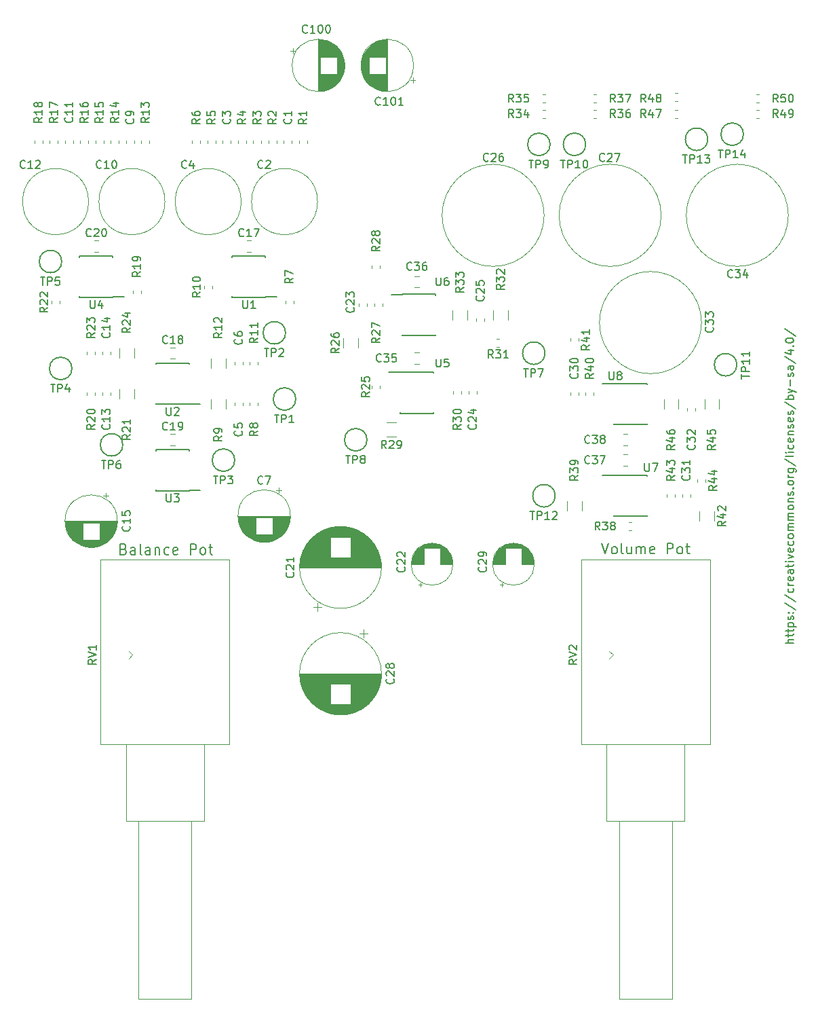
<source format=gbr>
G04 #@! TF.GenerationSoftware,KiCad,Pcbnew,5.1.4*
G04 #@! TF.CreationDate,2019-09-29T22:13:44-04:00*
G04 #@! TF.ProjectId,balanced_amplifier,62616c61-6e63-4656-945f-616d706c6966,1*
G04 #@! TF.SameCoordinates,Original*
G04 #@! TF.FileFunction,Legend,Top*
G04 #@! TF.FilePolarity,Positive*
%FSLAX46Y46*%
G04 Gerber Fmt 4.6, Leading zero omitted, Abs format (unit mm)*
G04 Created by KiCad (PCBNEW 5.1.4) date 2019-09-29 22:13:44*
%MOMM*%
%LPD*%
G04 APERTURE LIST*
%ADD10C,0.150000*%
%ADD11C,0.200000*%
%ADD12C,0.120000*%
G04 APERTURE END LIST*
D10*
X174652380Y-116300000D02*
X173652380Y-116300000D01*
X174652380Y-115871428D02*
X174128571Y-115871428D01*
X174033333Y-115919047D01*
X173985714Y-116014285D01*
X173985714Y-116157142D01*
X174033333Y-116252380D01*
X174080952Y-116300000D01*
X173985714Y-115538095D02*
X173985714Y-115157142D01*
X173652380Y-115395238D02*
X174509523Y-115395238D01*
X174604761Y-115347619D01*
X174652380Y-115252380D01*
X174652380Y-115157142D01*
X173985714Y-114966666D02*
X173985714Y-114585714D01*
X173652380Y-114823809D02*
X174509523Y-114823809D01*
X174604761Y-114776190D01*
X174652380Y-114680952D01*
X174652380Y-114585714D01*
X173985714Y-114252380D02*
X174985714Y-114252380D01*
X174033333Y-114252380D02*
X173985714Y-114157142D01*
X173985714Y-113966666D01*
X174033333Y-113871428D01*
X174080952Y-113823809D01*
X174176190Y-113776190D01*
X174461904Y-113776190D01*
X174557142Y-113823809D01*
X174604761Y-113871428D01*
X174652380Y-113966666D01*
X174652380Y-114157142D01*
X174604761Y-114252380D01*
X174604761Y-113395238D02*
X174652380Y-113300000D01*
X174652380Y-113109523D01*
X174604761Y-113014285D01*
X174509523Y-112966666D01*
X174461904Y-112966666D01*
X174366666Y-113014285D01*
X174319047Y-113109523D01*
X174319047Y-113252380D01*
X174271428Y-113347619D01*
X174176190Y-113395238D01*
X174128571Y-113395238D01*
X174033333Y-113347619D01*
X173985714Y-113252380D01*
X173985714Y-113109523D01*
X174033333Y-113014285D01*
X174557142Y-112538095D02*
X174604761Y-112490476D01*
X174652380Y-112538095D01*
X174604761Y-112585714D01*
X174557142Y-112538095D01*
X174652380Y-112538095D01*
X174033333Y-112538095D02*
X174080952Y-112490476D01*
X174128571Y-112538095D01*
X174080952Y-112585714D01*
X174033333Y-112538095D01*
X174128571Y-112538095D01*
X173604761Y-111347619D02*
X174890476Y-112204761D01*
X173604761Y-110300000D02*
X174890476Y-111157142D01*
X174604761Y-109538095D02*
X174652380Y-109633333D01*
X174652380Y-109823809D01*
X174604761Y-109919047D01*
X174557142Y-109966666D01*
X174461904Y-110014285D01*
X174176190Y-110014285D01*
X174080952Y-109966666D01*
X174033333Y-109919047D01*
X173985714Y-109823809D01*
X173985714Y-109633333D01*
X174033333Y-109538095D01*
X174652380Y-109109523D02*
X173985714Y-109109523D01*
X174176190Y-109109523D02*
X174080952Y-109061904D01*
X174033333Y-109014285D01*
X173985714Y-108919047D01*
X173985714Y-108823809D01*
X174604761Y-108109523D02*
X174652380Y-108204761D01*
X174652380Y-108395238D01*
X174604761Y-108490476D01*
X174509523Y-108538095D01*
X174128571Y-108538095D01*
X174033333Y-108490476D01*
X173985714Y-108395238D01*
X173985714Y-108204761D01*
X174033333Y-108109523D01*
X174128571Y-108061904D01*
X174223809Y-108061904D01*
X174319047Y-108538095D01*
X174652380Y-107204761D02*
X174128571Y-107204761D01*
X174033333Y-107252380D01*
X173985714Y-107347619D01*
X173985714Y-107538095D01*
X174033333Y-107633333D01*
X174604761Y-107204761D02*
X174652380Y-107300000D01*
X174652380Y-107538095D01*
X174604761Y-107633333D01*
X174509523Y-107680952D01*
X174414285Y-107680952D01*
X174319047Y-107633333D01*
X174271428Y-107538095D01*
X174271428Y-107300000D01*
X174223809Y-107204761D01*
X173985714Y-106871428D02*
X173985714Y-106490476D01*
X173652380Y-106728571D02*
X174509523Y-106728571D01*
X174604761Y-106680952D01*
X174652380Y-106585714D01*
X174652380Y-106490476D01*
X174652380Y-106157142D02*
X173985714Y-106157142D01*
X173652380Y-106157142D02*
X173700000Y-106204761D01*
X173747619Y-106157142D01*
X173700000Y-106109523D01*
X173652380Y-106157142D01*
X173747619Y-106157142D01*
X173985714Y-105776190D02*
X174652380Y-105538095D01*
X173985714Y-105300000D01*
X174604761Y-104538095D02*
X174652380Y-104633333D01*
X174652380Y-104823809D01*
X174604761Y-104919047D01*
X174509523Y-104966666D01*
X174128571Y-104966666D01*
X174033333Y-104919047D01*
X173985714Y-104823809D01*
X173985714Y-104633333D01*
X174033333Y-104538095D01*
X174128571Y-104490476D01*
X174223809Y-104490476D01*
X174319047Y-104966666D01*
X174604761Y-103633333D02*
X174652380Y-103728571D01*
X174652380Y-103919047D01*
X174604761Y-104014285D01*
X174557142Y-104061904D01*
X174461904Y-104109523D01*
X174176190Y-104109523D01*
X174080952Y-104061904D01*
X174033333Y-104014285D01*
X173985714Y-103919047D01*
X173985714Y-103728571D01*
X174033333Y-103633333D01*
X174652380Y-103061904D02*
X174604761Y-103157142D01*
X174557142Y-103204761D01*
X174461904Y-103252380D01*
X174176190Y-103252380D01*
X174080952Y-103204761D01*
X174033333Y-103157142D01*
X173985714Y-103061904D01*
X173985714Y-102919047D01*
X174033333Y-102823809D01*
X174080952Y-102776190D01*
X174176190Y-102728571D01*
X174461904Y-102728571D01*
X174557142Y-102776190D01*
X174604761Y-102823809D01*
X174652380Y-102919047D01*
X174652380Y-103061904D01*
X174652380Y-102300000D02*
X173985714Y-102300000D01*
X174080952Y-102300000D02*
X174033333Y-102252380D01*
X173985714Y-102157142D01*
X173985714Y-102014285D01*
X174033333Y-101919047D01*
X174128571Y-101871428D01*
X174652380Y-101871428D01*
X174128571Y-101871428D02*
X174033333Y-101823809D01*
X173985714Y-101728571D01*
X173985714Y-101585714D01*
X174033333Y-101490476D01*
X174128571Y-101442857D01*
X174652380Y-101442857D01*
X174652380Y-100966666D02*
X173985714Y-100966666D01*
X174080952Y-100966666D02*
X174033333Y-100919047D01*
X173985714Y-100823809D01*
X173985714Y-100680952D01*
X174033333Y-100585714D01*
X174128571Y-100538095D01*
X174652380Y-100538095D01*
X174128571Y-100538095D02*
X174033333Y-100490476D01*
X173985714Y-100395238D01*
X173985714Y-100252380D01*
X174033333Y-100157142D01*
X174128571Y-100109523D01*
X174652380Y-100109523D01*
X174652380Y-99490476D02*
X174604761Y-99585714D01*
X174557142Y-99633333D01*
X174461904Y-99680952D01*
X174176190Y-99680952D01*
X174080952Y-99633333D01*
X174033333Y-99585714D01*
X173985714Y-99490476D01*
X173985714Y-99347619D01*
X174033333Y-99252380D01*
X174080952Y-99204761D01*
X174176190Y-99157142D01*
X174461904Y-99157142D01*
X174557142Y-99204761D01*
X174604761Y-99252380D01*
X174652380Y-99347619D01*
X174652380Y-99490476D01*
X173985714Y-98728571D02*
X174652380Y-98728571D01*
X174080952Y-98728571D02*
X174033333Y-98680952D01*
X173985714Y-98585714D01*
X173985714Y-98442857D01*
X174033333Y-98347619D01*
X174128571Y-98300000D01*
X174652380Y-98300000D01*
X174604761Y-97871428D02*
X174652380Y-97776190D01*
X174652380Y-97585714D01*
X174604761Y-97490476D01*
X174509523Y-97442857D01*
X174461904Y-97442857D01*
X174366666Y-97490476D01*
X174319047Y-97585714D01*
X174319047Y-97728571D01*
X174271428Y-97823809D01*
X174176190Y-97871428D01*
X174128571Y-97871428D01*
X174033333Y-97823809D01*
X173985714Y-97728571D01*
X173985714Y-97585714D01*
X174033333Y-97490476D01*
X174557142Y-97014285D02*
X174604761Y-96966666D01*
X174652380Y-97014285D01*
X174604761Y-97061904D01*
X174557142Y-97014285D01*
X174652380Y-97014285D01*
X174652380Y-96395238D02*
X174604761Y-96490476D01*
X174557142Y-96538095D01*
X174461904Y-96585714D01*
X174176190Y-96585714D01*
X174080952Y-96538095D01*
X174033333Y-96490476D01*
X173985714Y-96395238D01*
X173985714Y-96252380D01*
X174033333Y-96157142D01*
X174080952Y-96109523D01*
X174176190Y-96061904D01*
X174461904Y-96061904D01*
X174557142Y-96109523D01*
X174604761Y-96157142D01*
X174652380Y-96252380D01*
X174652380Y-96395238D01*
X174652380Y-95633333D02*
X173985714Y-95633333D01*
X174176190Y-95633333D02*
X174080952Y-95585714D01*
X174033333Y-95538095D01*
X173985714Y-95442857D01*
X173985714Y-95347619D01*
X173985714Y-94585714D02*
X174795238Y-94585714D01*
X174890476Y-94633333D01*
X174938095Y-94680952D01*
X174985714Y-94776190D01*
X174985714Y-94919047D01*
X174938095Y-95014285D01*
X174604761Y-94585714D02*
X174652380Y-94680952D01*
X174652380Y-94871428D01*
X174604761Y-94966666D01*
X174557142Y-95014285D01*
X174461904Y-95061904D01*
X174176190Y-95061904D01*
X174080952Y-95014285D01*
X174033333Y-94966666D01*
X173985714Y-94871428D01*
X173985714Y-94680952D01*
X174033333Y-94585714D01*
X173604761Y-93395238D02*
X174890476Y-94252380D01*
X174652380Y-92919047D02*
X174604761Y-93014285D01*
X174509523Y-93061904D01*
X173652380Y-93061904D01*
X174652380Y-92538095D02*
X173985714Y-92538095D01*
X173652380Y-92538095D02*
X173700000Y-92585714D01*
X173747619Y-92538095D01*
X173700000Y-92490476D01*
X173652380Y-92538095D01*
X173747619Y-92538095D01*
X174604761Y-91633333D02*
X174652380Y-91728571D01*
X174652380Y-91919047D01*
X174604761Y-92014285D01*
X174557142Y-92061904D01*
X174461904Y-92109523D01*
X174176190Y-92109523D01*
X174080952Y-92061904D01*
X174033333Y-92014285D01*
X173985714Y-91919047D01*
X173985714Y-91728571D01*
X174033333Y-91633333D01*
X174604761Y-90823809D02*
X174652380Y-90919047D01*
X174652380Y-91109523D01*
X174604761Y-91204761D01*
X174509523Y-91252380D01*
X174128571Y-91252380D01*
X174033333Y-91204761D01*
X173985714Y-91109523D01*
X173985714Y-90919047D01*
X174033333Y-90823809D01*
X174128571Y-90776190D01*
X174223809Y-90776190D01*
X174319047Y-91252380D01*
X173985714Y-90347619D02*
X174652380Y-90347619D01*
X174080952Y-90347619D02*
X174033333Y-90300000D01*
X173985714Y-90204761D01*
X173985714Y-90061904D01*
X174033333Y-89966666D01*
X174128571Y-89919047D01*
X174652380Y-89919047D01*
X174604761Y-89490476D02*
X174652380Y-89395238D01*
X174652380Y-89204761D01*
X174604761Y-89109523D01*
X174509523Y-89061904D01*
X174461904Y-89061904D01*
X174366666Y-89109523D01*
X174319047Y-89204761D01*
X174319047Y-89347619D01*
X174271428Y-89442857D01*
X174176190Y-89490476D01*
X174128571Y-89490476D01*
X174033333Y-89442857D01*
X173985714Y-89347619D01*
X173985714Y-89204761D01*
X174033333Y-89109523D01*
X174604761Y-88252380D02*
X174652380Y-88347619D01*
X174652380Y-88538095D01*
X174604761Y-88633333D01*
X174509523Y-88680952D01*
X174128571Y-88680952D01*
X174033333Y-88633333D01*
X173985714Y-88538095D01*
X173985714Y-88347619D01*
X174033333Y-88252380D01*
X174128571Y-88204761D01*
X174223809Y-88204761D01*
X174319047Y-88680952D01*
X174604761Y-87823809D02*
X174652380Y-87728571D01*
X174652380Y-87538095D01*
X174604761Y-87442857D01*
X174509523Y-87395238D01*
X174461904Y-87395238D01*
X174366666Y-87442857D01*
X174319047Y-87538095D01*
X174319047Y-87680952D01*
X174271428Y-87776190D01*
X174176190Y-87823809D01*
X174128571Y-87823809D01*
X174033333Y-87776190D01*
X173985714Y-87680952D01*
X173985714Y-87538095D01*
X174033333Y-87442857D01*
X173604761Y-86252380D02*
X174890476Y-87109523D01*
X174652380Y-85919047D02*
X173652380Y-85919047D01*
X174033333Y-85919047D02*
X173985714Y-85823809D01*
X173985714Y-85633333D01*
X174033333Y-85538095D01*
X174080952Y-85490476D01*
X174176190Y-85442857D01*
X174461904Y-85442857D01*
X174557142Y-85490476D01*
X174604761Y-85538095D01*
X174652380Y-85633333D01*
X174652380Y-85823809D01*
X174604761Y-85919047D01*
X173985714Y-85109523D02*
X174652380Y-84871428D01*
X173985714Y-84633333D02*
X174652380Y-84871428D01*
X174890476Y-84966666D01*
X174938095Y-85014285D01*
X174985714Y-85109523D01*
X174271428Y-84252380D02*
X174271428Y-83490476D01*
X174604761Y-83061904D02*
X174652380Y-82966666D01*
X174652380Y-82776190D01*
X174604761Y-82680952D01*
X174509523Y-82633333D01*
X174461904Y-82633333D01*
X174366666Y-82680952D01*
X174319047Y-82776190D01*
X174319047Y-82919047D01*
X174271428Y-83014285D01*
X174176190Y-83061904D01*
X174128571Y-83061904D01*
X174033333Y-83014285D01*
X173985714Y-82919047D01*
X173985714Y-82776190D01*
X174033333Y-82680952D01*
X174652380Y-81776190D02*
X174128571Y-81776190D01*
X174033333Y-81823809D01*
X173985714Y-81919047D01*
X173985714Y-82109523D01*
X174033333Y-82204761D01*
X174604761Y-81776190D02*
X174652380Y-81871428D01*
X174652380Y-82109523D01*
X174604761Y-82204761D01*
X174509523Y-82252380D01*
X174414285Y-82252380D01*
X174319047Y-82204761D01*
X174271428Y-82109523D01*
X174271428Y-81871428D01*
X174223809Y-81776190D01*
X173604761Y-80585714D02*
X174890476Y-81442857D01*
X173985714Y-79823809D02*
X174652380Y-79823809D01*
X173604761Y-80061904D02*
X174319047Y-80300000D01*
X174319047Y-79680952D01*
X174557142Y-79300000D02*
X174604761Y-79252380D01*
X174652380Y-79300000D01*
X174604761Y-79347619D01*
X174557142Y-79300000D01*
X174652380Y-79300000D01*
X173652380Y-78633333D02*
X173652380Y-78538095D01*
X173700000Y-78442857D01*
X173747619Y-78395238D01*
X173842857Y-78347619D01*
X174033333Y-78300000D01*
X174271428Y-78300000D01*
X174461904Y-78347619D01*
X174557142Y-78395238D01*
X174604761Y-78442857D01*
X174652380Y-78538095D01*
X174652380Y-78633333D01*
X174604761Y-78728571D01*
X174557142Y-78776190D01*
X174461904Y-78823809D01*
X174271428Y-78871428D01*
X174033333Y-78871428D01*
X173842857Y-78823809D01*
X173747619Y-78776190D01*
X173700000Y-78728571D01*
X173652380Y-78633333D01*
X173604761Y-77157142D02*
X174890476Y-78014285D01*
D11*
X150721428Y-103888095D02*
X151154761Y-105188095D01*
X151588095Y-103888095D01*
X152207142Y-105188095D02*
X152083333Y-105126190D01*
X152021428Y-105064285D01*
X151959523Y-104940476D01*
X151959523Y-104569047D01*
X152021428Y-104445238D01*
X152083333Y-104383333D01*
X152207142Y-104321428D01*
X152392857Y-104321428D01*
X152516666Y-104383333D01*
X152578571Y-104445238D01*
X152640476Y-104569047D01*
X152640476Y-104940476D01*
X152578571Y-105064285D01*
X152516666Y-105126190D01*
X152392857Y-105188095D01*
X152207142Y-105188095D01*
X153383333Y-105188095D02*
X153259523Y-105126190D01*
X153197619Y-105002380D01*
X153197619Y-103888095D01*
X154435714Y-104321428D02*
X154435714Y-105188095D01*
X153878571Y-104321428D02*
X153878571Y-105002380D01*
X153940476Y-105126190D01*
X154064285Y-105188095D01*
X154250000Y-105188095D01*
X154373809Y-105126190D01*
X154435714Y-105064285D01*
X155054761Y-105188095D02*
X155054761Y-104321428D01*
X155054761Y-104445238D02*
X155116666Y-104383333D01*
X155240476Y-104321428D01*
X155426190Y-104321428D01*
X155550000Y-104383333D01*
X155611904Y-104507142D01*
X155611904Y-105188095D01*
X155611904Y-104507142D02*
X155673809Y-104383333D01*
X155797619Y-104321428D01*
X155983333Y-104321428D01*
X156107142Y-104383333D01*
X156169047Y-104507142D01*
X156169047Y-105188095D01*
X157283333Y-105126190D02*
X157159523Y-105188095D01*
X156911904Y-105188095D01*
X156788095Y-105126190D01*
X156726190Y-105002380D01*
X156726190Y-104507142D01*
X156788095Y-104383333D01*
X156911904Y-104321428D01*
X157159523Y-104321428D01*
X157283333Y-104383333D01*
X157345238Y-104507142D01*
X157345238Y-104630952D01*
X156726190Y-104754761D01*
X158892857Y-105188095D02*
X158892857Y-103888095D01*
X159388095Y-103888095D01*
X159511904Y-103950000D01*
X159573809Y-104011904D01*
X159635714Y-104135714D01*
X159635714Y-104321428D01*
X159573809Y-104445238D01*
X159511904Y-104507142D01*
X159388095Y-104569047D01*
X158892857Y-104569047D01*
X160378571Y-105188095D02*
X160254761Y-105126190D01*
X160192857Y-105064285D01*
X160130952Y-104940476D01*
X160130952Y-104569047D01*
X160192857Y-104445238D01*
X160254761Y-104383333D01*
X160378571Y-104321428D01*
X160564285Y-104321428D01*
X160688095Y-104383333D01*
X160750000Y-104445238D01*
X160811904Y-104569047D01*
X160811904Y-104940476D01*
X160750000Y-105064285D01*
X160688095Y-105126190D01*
X160564285Y-105188095D01*
X160378571Y-105188095D01*
X161183333Y-104321428D02*
X161678571Y-104321428D01*
X161369047Y-103888095D02*
X161369047Y-105002380D01*
X161430952Y-105126190D01*
X161554761Y-105188095D01*
X161678571Y-105188095D01*
X91069047Y-104607142D02*
X91254761Y-104669047D01*
X91316666Y-104730952D01*
X91378571Y-104854761D01*
X91378571Y-105040476D01*
X91316666Y-105164285D01*
X91254761Y-105226190D01*
X91130952Y-105288095D01*
X90635714Y-105288095D01*
X90635714Y-103988095D01*
X91069047Y-103988095D01*
X91192857Y-104050000D01*
X91254761Y-104111904D01*
X91316666Y-104235714D01*
X91316666Y-104359523D01*
X91254761Y-104483333D01*
X91192857Y-104545238D01*
X91069047Y-104607142D01*
X90635714Y-104607142D01*
X92492857Y-105288095D02*
X92492857Y-104607142D01*
X92430952Y-104483333D01*
X92307142Y-104421428D01*
X92059523Y-104421428D01*
X91935714Y-104483333D01*
X92492857Y-105226190D02*
X92369047Y-105288095D01*
X92059523Y-105288095D01*
X91935714Y-105226190D01*
X91873809Y-105102380D01*
X91873809Y-104978571D01*
X91935714Y-104854761D01*
X92059523Y-104792857D01*
X92369047Y-104792857D01*
X92492857Y-104730952D01*
X93297619Y-105288095D02*
X93173809Y-105226190D01*
X93111904Y-105102380D01*
X93111904Y-103988095D01*
X94350000Y-105288095D02*
X94350000Y-104607142D01*
X94288095Y-104483333D01*
X94164285Y-104421428D01*
X93916666Y-104421428D01*
X93792857Y-104483333D01*
X94350000Y-105226190D02*
X94226190Y-105288095D01*
X93916666Y-105288095D01*
X93792857Y-105226190D01*
X93730952Y-105102380D01*
X93730952Y-104978571D01*
X93792857Y-104854761D01*
X93916666Y-104792857D01*
X94226190Y-104792857D01*
X94350000Y-104730952D01*
X94969047Y-104421428D02*
X94969047Y-105288095D01*
X94969047Y-104545238D02*
X95030952Y-104483333D01*
X95154761Y-104421428D01*
X95340476Y-104421428D01*
X95464285Y-104483333D01*
X95526190Y-104607142D01*
X95526190Y-105288095D01*
X96702380Y-105226190D02*
X96578571Y-105288095D01*
X96330952Y-105288095D01*
X96207142Y-105226190D01*
X96145238Y-105164285D01*
X96083333Y-105040476D01*
X96083333Y-104669047D01*
X96145238Y-104545238D01*
X96207142Y-104483333D01*
X96330952Y-104421428D01*
X96578571Y-104421428D01*
X96702380Y-104483333D01*
X97754761Y-105226190D02*
X97630952Y-105288095D01*
X97383333Y-105288095D01*
X97259523Y-105226190D01*
X97197619Y-105102380D01*
X97197619Y-104607142D01*
X97259523Y-104483333D01*
X97383333Y-104421428D01*
X97630952Y-104421428D01*
X97754761Y-104483333D01*
X97816666Y-104607142D01*
X97816666Y-104730952D01*
X97197619Y-104854761D01*
X99364285Y-105288095D02*
X99364285Y-103988095D01*
X99859523Y-103988095D01*
X99983333Y-104050000D01*
X100045238Y-104111904D01*
X100107142Y-104235714D01*
X100107142Y-104421428D01*
X100045238Y-104545238D01*
X99983333Y-104607142D01*
X99859523Y-104669047D01*
X99364285Y-104669047D01*
X100850000Y-105288095D02*
X100726190Y-105226190D01*
X100664285Y-105164285D01*
X100602380Y-105040476D01*
X100602380Y-104669047D01*
X100664285Y-104545238D01*
X100726190Y-104483333D01*
X100850000Y-104421428D01*
X101035714Y-104421428D01*
X101159523Y-104483333D01*
X101221428Y-104545238D01*
X101283333Y-104669047D01*
X101283333Y-105040476D01*
X101221428Y-105164285D01*
X101159523Y-105226190D01*
X101035714Y-105288095D01*
X100850000Y-105288095D01*
X101654761Y-104421428D02*
X102150000Y-104421428D01*
X101840476Y-103988095D02*
X101840476Y-105102380D01*
X101902380Y-105226190D01*
X102026190Y-105288095D01*
X102150000Y-105288095D01*
D12*
X152160000Y-117800000D02*
X151660000Y-117300000D01*
X151660000Y-118300000D02*
X152160000Y-117800000D01*
X159485000Y-160720000D02*
X152915000Y-160720000D01*
X152915000Y-138490000D02*
X152915000Y-160720000D01*
X159485000Y-138490000D02*
X159485000Y-160720000D01*
X161075000Y-138490000D02*
X151325000Y-138490000D01*
X151325000Y-128960000D02*
X151325000Y-138490000D01*
X161075000Y-128960000D02*
X161075000Y-138490000D01*
X164250000Y-128960000D02*
X148150000Y-128960000D01*
X164250000Y-105880000D02*
X148150000Y-105880000D01*
X148150000Y-105880000D02*
X148150000Y-128960000D01*
X164250000Y-105880000D02*
X164250000Y-128960000D01*
X92160000Y-117800000D02*
X91660000Y-117300000D01*
X91660000Y-118300000D02*
X92160000Y-117800000D01*
X99485000Y-160720000D02*
X92915000Y-160720000D01*
X92915000Y-138490000D02*
X92915000Y-160720000D01*
X99485000Y-138490000D02*
X99485000Y-160720000D01*
X101075000Y-138490000D02*
X91325000Y-138490000D01*
X91325000Y-128960000D02*
X91325000Y-138490000D01*
X101075000Y-128960000D02*
X101075000Y-138490000D01*
X104250000Y-128960000D02*
X88150000Y-128960000D01*
X104250000Y-105880000D02*
X88150000Y-105880000D01*
X88150000Y-105880000D02*
X88150000Y-128960000D01*
X104250000Y-105880000D02*
X104250000Y-128960000D01*
X174010000Y-62990000D02*
G75*
G03X174010000Y-62990000I-6370000J0D01*
G01*
X163175000Y-76365000D02*
G75*
G03X163175000Y-76365000I-6370000J0D01*
G01*
X158135000Y-62990000D02*
G75*
G03X158135000Y-62990000I-6370000J0D01*
G01*
X143530000Y-62990000D02*
G75*
G03X143530000Y-62990000I-6370000J0D01*
G01*
D10*
X112525000Y-85890000D02*
G75*
G03X112525000Y-85890000I-1400000J0D01*
G01*
X111255000Y-77635000D02*
G75*
G03X111255000Y-77635000I-1400000J0D01*
G01*
X104905000Y-93510000D02*
G75*
G03X104905000Y-93510000I-1400000J0D01*
G01*
X84585000Y-82080000D02*
G75*
G03X84585000Y-82080000I-1400000J0D01*
G01*
X83315000Y-68745000D02*
G75*
G03X83315000Y-68745000I-1400000J0D01*
G01*
X90935000Y-91605000D02*
G75*
G03X90935000Y-91605000I-1400000J0D01*
G01*
X143640000Y-80175000D02*
G75*
G03X143640000Y-80175000I-1400000J0D01*
G01*
X121415000Y-90970000D02*
G75*
G03X121415000Y-90970000I-1400000J0D01*
G01*
X144275000Y-54140000D02*
G75*
G03X144275000Y-54140000I-1400000J0D01*
G01*
X148720000Y-54140000D02*
G75*
G03X148720000Y-54140000I-1400000J0D01*
G01*
X167580000Y-81620000D02*
G75*
G03X167580000Y-81620000I-1400000J0D01*
G01*
X144910000Y-97955000D02*
G75*
G03X144910000Y-97955000I-1400000J0D01*
G01*
X163960000Y-53505000D02*
G75*
G03X163960000Y-53505000I-1400000J0D01*
G01*
X168405000Y-52870000D02*
G75*
G03X168405000Y-52870000I-1400000J0D01*
G01*
D12*
X114735000Y-111864646D02*
X115735000Y-111864646D01*
X115235000Y-112364646D02*
X115235000Y-111364646D01*
X117511000Y-101804000D02*
X118709000Y-101804000D01*
X117248000Y-101844000D02*
X118972000Y-101844000D01*
X117048000Y-101884000D02*
X119172000Y-101884000D01*
X116880000Y-101924000D02*
X119340000Y-101924000D01*
X116732000Y-101964000D02*
X119488000Y-101964000D01*
X116600000Y-102004000D02*
X119620000Y-102004000D01*
X116480000Y-102044000D02*
X119740000Y-102044000D01*
X116368000Y-102084000D02*
X119852000Y-102084000D01*
X116264000Y-102124000D02*
X119956000Y-102124000D01*
X116166000Y-102164000D02*
X120054000Y-102164000D01*
X116073000Y-102204000D02*
X120147000Y-102204000D01*
X115985000Y-102244000D02*
X120235000Y-102244000D01*
X115901000Y-102284000D02*
X120319000Y-102284000D01*
X115821000Y-102324000D02*
X120399000Y-102324000D01*
X115745000Y-102364000D02*
X120475000Y-102364000D01*
X115671000Y-102404000D02*
X120549000Y-102404000D01*
X115600000Y-102444000D02*
X120620000Y-102444000D01*
X115531000Y-102484000D02*
X120689000Y-102484000D01*
X115465000Y-102524000D02*
X120755000Y-102524000D01*
X115401000Y-102564000D02*
X120819000Y-102564000D01*
X115340000Y-102604000D02*
X120880000Y-102604000D01*
X115280000Y-102644000D02*
X120940000Y-102644000D01*
X115221000Y-102684000D02*
X120999000Y-102684000D01*
X115165000Y-102724000D02*
X121055000Y-102724000D01*
X115110000Y-102764000D02*
X121110000Y-102764000D01*
X115056000Y-102804000D02*
X121164000Y-102804000D01*
X115004000Y-102844000D02*
X121216000Y-102844000D01*
X114954000Y-102884000D02*
X121266000Y-102884000D01*
X114904000Y-102924000D02*
X121316000Y-102924000D01*
X114856000Y-102964000D02*
X121364000Y-102964000D01*
X114809000Y-103004000D02*
X121411000Y-103004000D01*
X114763000Y-103044000D02*
X121457000Y-103044000D01*
X114718000Y-103084000D02*
X121502000Y-103084000D01*
X114674000Y-103124000D02*
X121546000Y-103124000D01*
X119351000Y-103164000D02*
X121588000Y-103164000D01*
X114632000Y-103164000D02*
X116869000Y-103164000D01*
X119351000Y-103204000D02*
X121630000Y-103204000D01*
X114590000Y-103204000D02*
X116869000Y-103204000D01*
X119351000Y-103244000D02*
X121671000Y-103244000D01*
X114549000Y-103244000D02*
X116869000Y-103244000D01*
X119351000Y-103284000D02*
X121711000Y-103284000D01*
X114509000Y-103284000D02*
X116869000Y-103284000D01*
X119351000Y-103324000D02*
X121750000Y-103324000D01*
X114470000Y-103324000D02*
X116869000Y-103324000D01*
X119351000Y-103364000D02*
X121789000Y-103364000D01*
X114431000Y-103364000D02*
X116869000Y-103364000D01*
X119351000Y-103404000D02*
X121826000Y-103404000D01*
X114394000Y-103404000D02*
X116869000Y-103404000D01*
X119351000Y-103444000D02*
X121863000Y-103444000D01*
X114357000Y-103444000D02*
X116869000Y-103444000D01*
X119351000Y-103484000D02*
X121899000Y-103484000D01*
X114321000Y-103484000D02*
X116869000Y-103484000D01*
X119351000Y-103524000D02*
X121934000Y-103524000D01*
X114286000Y-103524000D02*
X116869000Y-103524000D01*
X119351000Y-103564000D02*
X121968000Y-103564000D01*
X114252000Y-103564000D02*
X116869000Y-103564000D01*
X119351000Y-103604000D02*
X122002000Y-103604000D01*
X114218000Y-103604000D02*
X116869000Y-103604000D01*
X119351000Y-103644000D02*
X122035000Y-103644000D01*
X114185000Y-103644000D02*
X116869000Y-103644000D01*
X119351000Y-103684000D02*
X122067000Y-103684000D01*
X114153000Y-103684000D02*
X116869000Y-103684000D01*
X119351000Y-103724000D02*
X122099000Y-103724000D01*
X114121000Y-103724000D02*
X116869000Y-103724000D01*
X119351000Y-103764000D02*
X122130000Y-103764000D01*
X114090000Y-103764000D02*
X116869000Y-103764000D01*
X119351000Y-103804000D02*
X122160000Y-103804000D01*
X114060000Y-103804000D02*
X116869000Y-103804000D01*
X119351000Y-103844000D02*
X122190000Y-103844000D01*
X114030000Y-103844000D02*
X116869000Y-103844000D01*
X119351000Y-103884000D02*
X122220000Y-103884000D01*
X114000000Y-103884000D02*
X116869000Y-103884000D01*
X119351000Y-103924000D02*
X122248000Y-103924000D01*
X113972000Y-103924000D02*
X116869000Y-103924000D01*
X119351000Y-103964000D02*
X122276000Y-103964000D01*
X113944000Y-103964000D02*
X116869000Y-103964000D01*
X119351000Y-104004000D02*
X122304000Y-104004000D01*
X113916000Y-104004000D02*
X116869000Y-104004000D01*
X119351000Y-104044000D02*
X122331000Y-104044000D01*
X113889000Y-104044000D02*
X116869000Y-104044000D01*
X119351000Y-104084000D02*
X122357000Y-104084000D01*
X113863000Y-104084000D02*
X116869000Y-104084000D01*
X119351000Y-104124000D02*
X122383000Y-104124000D01*
X113837000Y-104124000D02*
X116869000Y-104124000D01*
X119351000Y-104164000D02*
X122408000Y-104164000D01*
X113812000Y-104164000D02*
X116869000Y-104164000D01*
X119351000Y-104204000D02*
X122433000Y-104204000D01*
X113787000Y-104204000D02*
X116869000Y-104204000D01*
X119351000Y-104244000D02*
X122457000Y-104244000D01*
X113763000Y-104244000D02*
X116869000Y-104244000D01*
X119351000Y-104284000D02*
X122481000Y-104284000D01*
X113739000Y-104284000D02*
X116869000Y-104284000D01*
X119351000Y-104324000D02*
X122505000Y-104324000D01*
X113715000Y-104324000D02*
X116869000Y-104324000D01*
X119351000Y-104364000D02*
X122527000Y-104364000D01*
X113693000Y-104364000D02*
X116869000Y-104364000D01*
X119351000Y-104404000D02*
X122550000Y-104404000D01*
X113670000Y-104404000D02*
X116869000Y-104404000D01*
X119351000Y-104444000D02*
X122572000Y-104444000D01*
X113648000Y-104444000D02*
X116869000Y-104444000D01*
X119351000Y-104484000D02*
X122593000Y-104484000D01*
X113627000Y-104484000D02*
X116869000Y-104484000D01*
X119351000Y-104524000D02*
X122614000Y-104524000D01*
X113606000Y-104524000D02*
X116869000Y-104524000D01*
X119351000Y-104564000D02*
X122635000Y-104564000D01*
X113585000Y-104564000D02*
X116869000Y-104564000D01*
X119351000Y-104604000D02*
X122655000Y-104604000D01*
X113565000Y-104604000D02*
X116869000Y-104604000D01*
X119351000Y-104644000D02*
X122674000Y-104644000D01*
X113546000Y-104644000D02*
X116869000Y-104644000D01*
X119351000Y-104684000D02*
X122694000Y-104684000D01*
X113526000Y-104684000D02*
X116869000Y-104684000D01*
X119351000Y-104724000D02*
X122713000Y-104724000D01*
X113507000Y-104724000D02*
X116869000Y-104724000D01*
X119351000Y-104764000D02*
X122731000Y-104764000D01*
X113489000Y-104764000D02*
X116869000Y-104764000D01*
X119351000Y-104804000D02*
X122749000Y-104804000D01*
X113471000Y-104804000D02*
X116869000Y-104804000D01*
X119351000Y-104844000D02*
X122767000Y-104844000D01*
X113453000Y-104844000D02*
X116869000Y-104844000D01*
X119351000Y-104884000D02*
X122784000Y-104884000D01*
X113436000Y-104884000D02*
X116869000Y-104884000D01*
X119351000Y-104924000D02*
X122800000Y-104924000D01*
X113420000Y-104924000D02*
X116869000Y-104924000D01*
X119351000Y-104964000D02*
X122817000Y-104964000D01*
X113403000Y-104964000D02*
X116869000Y-104964000D01*
X119351000Y-105004000D02*
X122833000Y-105004000D01*
X113387000Y-105004000D02*
X116869000Y-105004000D01*
X119351000Y-105044000D02*
X122848000Y-105044000D01*
X113372000Y-105044000D02*
X116869000Y-105044000D01*
X119351000Y-105084000D02*
X122864000Y-105084000D01*
X113356000Y-105084000D02*
X116869000Y-105084000D01*
X119351000Y-105124000D02*
X122878000Y-105124000D01*
X113342000Y-105124000D02*
X116869000Y-105124000D01*
X119351000Y-105164000D02*
X122893000Y-105164000D01*
X113327000Y-105164000D02*
X116869000Y-105164000D01*
X119351000Y-105204000D02*
X122907000Y-105204000D01*
X113313000Y-105204000D02*
X116869000Y-105204000D01*
X119351000Y-105244000D02*
X122921000Y-105244000D01*
X113299000Y-105244000D02*
X116869000Y-105244000D01*
X119351000Y-105284000D02*
X122934000Y-105284000D01*
X113286000Y-105284000D02*
X116869000Y-105284000D01*
X119351000Y-105324000D02*
X122947000Y-105324000D01*
X113273000Y-105324000D02*
X116869000Y-105324000D01*
X119351000Y-105364000D02*
X122960000Y-105364000D01*
X113260000Y-105364000D02*
X116869000Y-105364000D01*
X119351000Y-105404000D02*
X122972000Y-105404000D01*
X113248000Y-105404000D02*
X116869000Y-105404000D01*
X119351000Y-105444000D02*
X122984000Y-105444000D01*
X113236000Y-105444000D02*
X116869000Y-105444000D01*
X119351000Y-105484000D02*
X122995000Y-105484000D01*
X113225000Y-105484000D02*
X116869000Y-105484000D01*
X119351000Y-105524000D02*
X123007000Y-105524000D01*
X113213000Y-105524000D02*
X116869000Y-105524000D01*
X119351000Y-105564000D02*
X123017000Y-105564000D01*
X113203000Y-105564000D02*
X116869000Y-105564000D01*
X119351000Y-105604000D02*
X123028000Y-105604000D01*
X113192000Y-105604000D02*
X116869000Y-105604000D01*
X113182000Y-105644000D02*
X123038000Y-105644000D01*
X113172000Y-105684000D02*
X123048000Y-105684000D01*
X113163000Y-105724000D02*
X123057000Y-105724000D01*
X113154000Y-105764000D02*
X123066000Y-105764000D01*
X113145000Y-105804000D02*
X123075000Y-105804000D01*
X113136000Y-105844000D02*
X123084000Y-105844000D01*
X113128000Y-105884000D02*
X123092000Y-105884000D01*
X113120000Y-105924000D02*
X123100000Y-105924000D01*
X113113000Y-105964000D02*
X123107000Y-105964000D01*
X113106000Y-106004000D02*
X123114000Y-106004000D01*
X113099000Y-106044000D02*
X123121000Y-106044000D01*
X113092000Y-106084000D02*
X123128000Y-106084000D01*
X113086000Y-106124000D02*
X123134000Y-106124000D01*
X113080000Y-106164000D02*
X123140000Y-106164000D01*
X113075000Y-106205000D02*
X123145000Y-106205000D01*
X113070000Y-106245000D02*
X123150000Y-106245000D01*
X113065000Y-106285000D02*
X123155000Y-106285000D01*
X113060000Y-106325000D02*
X123160000Y-106325000D01*
X113056000Y-106365000D02*
X123164000Y-106365000D01*
X113052000Y-106405000D02*
X123168000Y-106405000D01*
X113048000Y-106445000D02*
X123172000Y-106445000D01*
X113045000Y-106485000D02*
X123175000Y-106485000D01*
X113042000Y-106525000D02*
X123178000Y-106525000D01*
X113040000Y-106565000D02*
X123180000Y-106565000D01*
X113037000Y-106605000D02*
X123183000Y-106605000D01*
X113035000Y-106645000D02*
X123185000Y-106645000D01*
X113033000Y-106685000D02*
X123187000Y-106685000D01*
X113032000Y-106725000D02*
X123188000Y-106725000D01*
X113031000Y-106765000D02*
X123189000Y-106765000D01*
X113030000Y-106805000D02*
X123190000Y-106805000D01*
X113030000Y-106845000D02*
X123190000Y-106845000D01*
X113030000Y-106885000D02*
X123190000Y-106885000D01*
X123230000Y-106885000D02*
G75*
G03X123230000Y-106885000I-5120000J0D01*
G01*
X123230000Y-120140000D02*
G75*
G03X123230000Y-120140000I-5120000J0D01*
G01*
X123190000Y-120140000D02*
X113030000Y-120140000D01*
X123190000Y-120180000D02*
X113030000Y-120180000D01*
X123190000Y-120220000D02*
X113030000Y-120220000D01*
X123189000Y-120260000D02*
X113031000Y-120260000D01*
X123188000Y-120300000D02*
X113032000Y-120300000D01*
X123187000Y-120340000D02*
X113033000Y-120340000D01*
X123185000Y-120380000D02*
X113035000Y-120380000D01*
X123183000Y-120420000D02*
X113037000Y-120420000D01*
X123180000Y-120460000D02*
X113040000Y-120460000D01*
X123178000Y-120500000D02*
X113042000Y-120500000D01*
X123175000Y-120540000D02*
X113045000Y-120540000D01*
X123172000Y-120580000D02*
X113048000Y-120580000D01*
X123168000Y-120620000D02*
X113052000Y-120620000D01*
X123164000Y-120660000D02*
X113056000Y-120660000D01*
X123160000Y-120700000D02*
X113060000Y-120700000D01*
X123155000Y-120740000D02*
X113065000Y-120740000D01*
X123150000Y-120780000D02*
X113070000Y-120780000D01*
X123145000Y-120820000D02*
X113075000Y-120820000D01*
X123140000Y-120861000D02*
X113080000Y-120861000D01*
X123134000Y-120901000D02*
X113086000Y-120901000D01*
X123128000Y-120941000D02*
X113092000Y-120941000D01*
X123121000Y-120981000D02*
X113099000Y-120981000D01*
X123114000Y-121021000D02*
X113106000Y-121021000D01*
X123107000Y-121061000D02*
X113113000Y-121061000D01*
X123100000Y-121101000D02*
X113120000Y-121101000D01*
X123092000Y-121141000D02*
X113128000Y-121141000D01*
X123084000Y-121181000D02*
X113136000Y-121181000D01*
X123075000Y-121221000D02*
X113145000Y-121221000D01*
X123066000Y-121261000D02*
X113154000Y-121261000D01*
X123057000Y-121301000D02*
X113163000Y-121301000D01*
X123048000Y-121341000D02*
X113172000Y-121341000D01*
X123038000Y-121381000D02*
X113182000Y-121381000D01*
X123028000Y-121421000D02*
X119351000Y-121421000D01*
X116869000Y-121421000D02*
X113192000Y-121421000D01*
X123017000Y-121461000D02*
X119351000Y-121461000D01*
X116869000Y-121461000D02*
X113203000Y-121461000D01*
X123007000Y-121501000D02*
X119351000Y-121501000D01*
X116869000Y-121501000D02*
X113213000Y-121501000D01*
X122995000Y-121541000D02*
X119351000Y-121541000D01*
X116869000Y-121541000D02*
X113225000Y-121541000D01*
X122984000Y-121581000D02*
X119351000Y-121581000D01*
X116869000Y-121581000D02*
X113236000Y-121581000D01*
X122972000Y-121621000D02*
X119351000Y-121621000D01*
X116869000Y-121621000D02*
X113248000Y-121621000D01*
X122960000Y-121661000D02*
X119351000Y-121661000D01*
X116869000Y-121661000D02*
X113260000Y-121661000D01*
X122947000Y-121701000D02*
X119351000Y-121701000D01*
X116869000Y-121701000D02*
X113273000Y-121701000D01*
X122934000Y-121741000D02*
X119351000Y-121741000D01*
X116869000Y-121741000D02*
X113286000Y-121741000D01*
X122921000Y-121781000D02*
X119351000Y-121781000D01*
X116869000Y-121781000D02*
X113299000Y-121781000D01*
X122907000Y-121821000D02*
X119351000Y-121821000D01*
X116869000Y-121821000D02*
X113313000Y-121821000D01*
X122893000Y-121861000D02*
X119351000Y-121861000D01*
X116869000Y-121861000D02*
X113327000Y-121861000D01*
X122878000Y-121901000D02*
X119351000Y-121901000D01*
X116869000Y-121901000D02*
X113342000Y-121901000D01*
X122864000Y-121941000D02*
X119351000Y-121941000D01*
X116869000Y-121941000D02*
X113356000Y-121941000D01*
X122848000Y-121981000D02*
X119351000Y-121981000D01*
X116869000Y-121981000D02*
X113372000Y-121981000D01*
X122833000Y-122021000D02*
X119351000Y-122021000D01*
X116869000Y-122021000D02*
X113387000Y-122021000D01*
X122817000Y-122061000D02*
X119351000Y-122061000D01*
X116869000Y-122061000D02*
X113403000Y-122061000D01*
X122800000Y-122101000D02*
X119351000Y-122101000D01*
X116869000Y-122101000D02*
X113420000Y-122101000D01*
X122784000Y-122141000D02*
X119351000Y-122141000D01*
X116869000Y-122141000D02*
X113436000Y-122141000D01*
X122767000Y-122181000D02*
X119351000Y-122181000D01*
X116869000Y-122181000D02*
X113453000Y-122181000D01*
X122749000Y-122221000D02*
X119351000Y-122221000D01*
X116869000Y-122221000D02*
X113471000Y-122221000D01*
X122731000Y-122261000D02*
X119351000Y-122261000D01*
X116869000Y-122261000D02*
X113489000Y-122261000D01*
X122713000Y-122301000D02*
X119351000Y-122301000D01*
X116869000Y-122301000D02*
X113507000Y-122301000D01*
X122694000Y-122341000D02*
X119351000Y-122341000D01*
X116869000Y-122341000D02*
X113526000Y-122341000D01*
X122674000Y-122381000D02*
X119351000Y-122381000D01*
X116869000Y-122381000D02*
X113546000Y-122381000D01*
X122655000Y-122421000D02*
X119351000Y-122421000D01*
X116869000Y-122421000D02*
X113565000Y-122421000D01*
X122635000Y-122461000D02*
X119351000Y-122461000D01*
X116869000Y-122461000D02*
X113585000Y-122461000D01*
X122614000Y-122501000D02*
X119351000Y-122501000D01*
X116869000Y-122501000D02*
X113606000Y-122501000D01*
X122593000Y-122541000D02*
X119351000Y-122541000D01*
X116869000Y-122541000D02*
X113627000Y-122541000D01*
X122572000Y-122581000D02*
X119351000Y-122581000D01*
X116869000Y-122581000D02*
X113648000Y-122581000D01*
X122550000Y-122621000D02*
X119351000Y-122621000D01*
X116869000Y-122621000D02*
X113670000Y-122621000D01*
X122527000Y-122661000D02*
X119351000Y-122661000D01*
X116869000Y-122661000D02*
X113693000Y-122661000D01*
X122505000Y-122701000D02*
X119351000Y-122701000D01*
X116869000Y-122701000D02*
X113715000Y-122701000D01*
X122481000Y-122741000D02*
X119351000Y-122741000D01*
X116869000Y-122741000D02*
X113739000Y-122741000D01*
X122457000Y-122781000D02*
X119351000Y-122781000D01*
X116869000Y-122781000D02*
X113763000Y-122781000D01*
X122433000Y-122821000D02*
X119351000Y-122821000D01*
X116869000Y-122821000D02*
X113787000Y-122821000D01*
X122408000Y-122861000D02*
X119351000Y-122861000D01*
X116869000Y-122861000D02*
X113812000Y-122861000D01*
X122383000Y-122901000D02*
X119351000Y-122901000D01*
X116869000Y-122901000D02*
X113837000Y-122901000D01*
X122357000Y-122941000D02*
X119351000Y-122941000D01*
X116869000Y-122941000D02*
X113863000Y-122941000D01*
X122331000Y-122981000D02*
X119351000Y-122981000D01*
X116869000Y-122981000D02*
X113889000Y-122981000D01*
X122304000Y-123021000D02*
X119351000Y-123021000D01*
X116869000Y-123021000D02*
X113916000Y-123021000D01*
X122276000Y-123061000D02*
X119351000Y-123061000D01*
X116869000Y-123061000D02*
X113944000Y-123061000D01*
X122248000Y-123101000D02*
X119351000Y-123101000D01*
X116869000Y-123101000D02*
X113972000Y-123101000D01*
X122220000Y-123141000D02*
X119351000Y-123141000D01*
X116869000Y-123141000D02*
X114000000Y-123141000D01*
X122190000Y-123181000D02*
X119351000Y-123181000D01*
X116869000Y-123181000D02*
X114030000Y-123181000D01*
X122160000Y-123221000D02*
X119351000Y-123221000D01*
X116869000Y-123221000D02*
X114060000Y-123221000D01*
X122130000Y-123261000D02*
X119351000Y-123261000D01*
X116869000Y-123261000D02*
X114090000Y-123261000D01*
X122099000Y-123301000D02*
X119351000Y-123301000D01*
X116869000Y-123301000D02*
X114121000Y-123301000D01*
X122067000Y-123341000D02*
X119351000Y-123341000D01*
X116869000Y-123341000D02*
X114153000Y-123341000D01*
X122035000Y-123381000D02*
X119351000Y-123381000D01*
X116869000Y-123381000D02*
X114185000Y-123381000D01*
X122002000Y-123421000D02*
X119351000Y-123421000D01*
X116869000Y-123421000D02*
X114218000Y-123421000D01*
X121968000Y-123461000D02*
X119351000Y-123461000D01*
X116869000Y-123461000D02*
X114252000Y-123461000D01*
X121934000Y-123501000D02*
X119351000Y-123501000D01*
X116869000Y-123501000D02*
X114286000Y-123501000D01*
X121899000Y-123541000D02*
X119351000Y-123541000D01*
X116869000Y-123541000D02*
X114321000Y-123541000D01*
X121863000Y-123581000D02*
X119351000Y-123581000D01*
X116869000Y-123581000D02*
X114357000Y-123581000D01*
X121826000Y-123621000D02*
X119351000Y-123621000D01*
X116869000Y-123621000D02*
X114394000Y-123621000D01*
X121789000Y-123661000D02*
X119351000Y-123661000D01*
X116869000Y-123661000D02*
X114431000Y-123661000D01*
X121750000Y-123701000D02*
X119351000Y-123701000D01*
X116869000Y-123701000D02*
X114470000Y-123701000D01*
X121711000Y-123741000D02*
X119351000Y-123741000D01*
X116869000Y-123741000D02*
X114509000Y-123741000D01*
X121671000Y-123781000D02*
X119351000Y-123781000D01*
X116869000Y-123781000D02*
X114549000Y-123781000D01*
X121630000Y-123821000D02*
X119351000Y-123821000D01*
X116869000Y-123821000D02*
X114590000Y-123821000D01*
X121588000Y-123861000D02*
X119351000Y-123861000D01*
X116869000Y-123861000D02*
X114632000Y-123861000D01*
X121546000Y-123901000D02*
X114674000Y-123901000D01*
X121502000Y-123941000D02*
X114718000Y-123941000D01*
X121457000Y-123981000D02*
X114763000Y-123981000D01*
X121411000Y-124021000D02*
X114809000Y-124021000D01*
X121364000Y-124061000D02*
X114856000Y-124061000D01*
X121316000Y-124101000D02*
X114904000Y-124101000D01*
X121266000Y-124141000D02*
X114954000Y-124141000D01*
X121216000Y-124181000D02*
X115004000Y-124181000D01*
X121164000Y-124221000D02*
X115056000Y-124221000D01*
X121110000Y-124261000D02*
X115110000Y-124261000D01*
X121055000Y-124301000D02*
X115165000Y-124301000D01*
X120999000Y-124341000D02*
X115221000Y-124341000D01*
X120940000Y-124381000D02*
X115280000Y-124381000D01*
X120880000Y-124421000D02*
X115340000Y-124421000D01*
X120819000Y-124461000D02*
X115401000Y-124461000D01*
X120755000Y-124501000D02*
X115465000Y-124501000D01*
X120689000Y-124541000D02*
X115531000Y-124541000D01*
X120620000Y-124581000D02*
X115600000Y-124581000D01*
X120549000Y-124621000D02*
X115671000Y-124621000D01*
X120475000Y-124661000D02*
X115745000Y-124661000D01*
X120399000Y-124701000D02*
X115821000Y-124701000D01*
X120319000Y-124741000D02*
X115901000Y-124741000D01*
X120235000Y-124781000D02*
X115985000Y-124781000D01*
X120147000Y-124821000D02*
X116073000Y-124821000D01*
X120054000Y-124861000D02*
X116166000Y-124861000D01*
X119956000Y-124901000D02*
X116264000Y-124901000D01*
X119852000Y-124941000D02*
X116368000Y-124941000D01*
X119740000Y-124981000D02*
X116480000Y-124981000D01*
X119620000Y-125021000D02*
X116600000Y-125021000D01*
X119488000Y-125061000D02*
X116732000Y-125061000D01*
X119340000Y-125101000D02*
X116880000Y-125101000D01*
X119172000Y-125141000D02*
X117048000Y-125141000D01*
X118972000Y-125181000D02*
X117248000Y-125181000D01*
X118709000Y-125221000D02*
X117511000Y-125221000D01*
X120985000Y-114660354D02*
X120985000Y-115660354D01*
X121485000Y-115160354D02*
X120485000Y-115160354D01*
X142320000Y-106480000D02*
G75*
G03X142320000Y-106480000I-2620000J0D01*
G01*
X140740000Y-106480000D02*
X142280000Y-106480000D01*
X137120000Y-106480000D02*
X138660000Y-106480000D01*
X140740000Y-106440000D02*
X142280000Y-106440000D01*
X137120000Y-106440000D02*
X138660000Y-106440000D01*
X137121000Y-106400000D02*
X138660000Y-106400000D01*
X140740000Y-106400000D02*
X142279000Y-106400000D01*
X137122000Y-106360000D02*
X138660000Y-106360000D01*
X140740000Y-106360000D02*
X142278000Y-106360000D01*
X137124000Y-106320000D02*
X138660000Y-106320000D01*
X140740000Y-106320000D02*
X142276000Y-106320000D01*
X137127000Y-106280000D02*
X138660000Y-106280000D01*
X140740000Y-106280000D02*
X142273000Y-106280000D01*
X137131000Y-106240000D02*
X138660000Y-106240000D01*
X140740000Y-106240000D02*
X142269000Y-106240000D01*
X137135000Y-106200000D02*
X138660000Y-106200000D01*
X140740000Y-106200000D02*
X142265000Y-106200000D01*
X137139000Y-106160000D02*
X138660000Y-106160000D01*
X140740000Y-106160000D02*
X142261000Y-106160000D01*
X137144000Y-106120000D02*
X138660000Y-106120000D01*
X140740000Y-106120000D02*
X142256000Y-106120000D01*
X137150000Y-106080000D02*
X138660000Y-106080000D01*
X140740000Y-106080000D02*
X142250000Y-106080000D01*
X137157000Y-106040000D02*
X138660000Y-106040000D01*
X140740000Y-106040000D02*
X142243000Y-106040000D01*
X137164000Y-106000000D02*
X138660000Y-106000000D01*
X140740000Y-106000000D02*
X142236000Y-106000000D01*
X137172000Y-105960000D02*
X138660000Y-105960000D01*
X140740000Y-105960000D02*
X142228000Y-105960000D01*
X137180000Y-105920000D02*
X138660000Y-105920000D01*
X140740000Y-105920000D02*
X142220000Y-105920000D01*
X137189000Y-105880000D02*
X138660000Y-105880000D01*
X140740000Y-105880000D02*
X142211000Y-105880000D01*
X137199000Y-105840000D02*
X138660000Y-105840000D01*
X140740000Y-105840000D02*
X142201000Y-105840000D01*
X137209000Y-105800000D02*
X138660000Y-105800000D01*
X140740000Y-105800000D02*
X142191000Y-105800000D01*
X137220000Y-105759000D02*
X138660000Y-105759000D01*
X140740000Y-105759000D02*
X142180000Y-105759000D01*
X137232000Y-105719000D02*
X138660000Y-105719000D01*
X140740000Y-105719000D02*
X142168000Y-105719000D01*
X137245000Y-105679000D02*
X138660000Y-105679000D01*
X140740000Y-105679000D02*
X142155000Y-105679000D01*
X137258000Y-105639000D02*
X138660000Y-105639000D01*
X140740000Y-105639000D02*
X142142000Y-105639000D01*
X137272000Y-105599000D02*
X138660000Y-105599000D01*
X140740000Y-105599000D02*
X142128000Y-105599000D01*
X137286000Y-105559000D02*
X138660000Y-105559000D01*
X140740000Y-105559000D02*
X142114000Y-105559000D01*
X137302000Y-105519000D02*
X138660000Y-105519000D01*
X140740000Y-105519000D02*
X142098000Y-105519000D01*
X137318000Y-105479000D02*
X138660000Y-105479000D01*
X140740000Y-105479000D02*
X142082000Y-105479000D01*
X137335000Y-105439000D02*
X138660000Y-105439000D01*
X140740000Y-105439000D02*
X142065000Y-105439000D01*
X137352000Y-105399000D02*
X138660000Y-105399000D01*
X140740000Y-105399000D02*
X142048000Y-105399000D01*
X137371000Y-105359000D02*
X138660000Y-105359000D01*
X140740000Y-105359000D02*
X142029000Y-105359000D01*
X137390000Y-105319000D02*
X138660000Y-105319000D01*
X140740000Y-105319000D02*
X142010000Y-105319000D01*
X137410000Y-105279000D02*
X138660000Y-105279000D01*
X140740000Y-105279000D02*
X141990000Y-105279000D01*
X137432000Y-105239000D02*
X138660000Y-105239000D01*
X140740000Y-105239000D02*
X141968000Y-105239000D01*
X137453000Y-105199000D02*
X138660000Y-105199000D01*
X140740000Y-105199000D02*
X141947000Y-105199000D01*
X137476000Y-105159000D02*
X138660000Y-105159000D01*
X140740000Y-105159000D02*
X141924000Y-105159000D01*
X137500000Y-105119000D02*
X138660000Y-105119000D01*
X140740000Y-105119000D02*
X141900000Y-105119000D01*
X137525000Y-105079000D02*
X138660000Y-105079000D01*
X140740000Y-105079000D02*
X141875000Y-105079000D01*
X137551000Y-105039000D02*
X138660000Y-105039000D01*
X140740000Y-105039000D02*
X141849000Y-105039000D01*
X137578000Y-104999000D02*
X138660000Y-104999000D01*
X140740000Y-104999000D02*
X141822000Y-104999000D01*
X137605000Y-104959000D02*
X138660000Y-104959000D01*
X140740000Y-104959000D02*
X141795000Y-104959000D01*
X137635000Y-104919000D02*
X138660000Y-104919000D01*
X140740000Y-104919000D02*
X141765000Y-104919000D01*
X137665000Y-104879000D02*
X138660000Y-104879000D01*
X140740000Y-104879000D02*
X141735000Y-104879000D01*
X137696000Y-104839000D02*
X138660000Y-104839000D01*
X140740000Y-104839000D02*
X141704000Y-104839000D01*
X137729000Y-104799000D02*
X138660000Y-104799000D01*
X140740000Y-104799000D02*
X141671000Y-104799000D01*
X137763000Y-104759000D02*
X138660000Y-104759000D01*
X140740000Y-104759000D02*
X141637000Y-104759000D01*
X137799000Y-104719000D02*
X138660000Y-104719000D01*
X140740000Y-104719000D02*
X141601000Y-104719000D01*
X137836000Y-104679000D02*
X138660000Y-104679000D01*
X140740000Y-104679000D02*
X141564000Y-104679000D01*
X137874000Y-104639000D02*
X138660000Y-104639000D01*
X140740000Y-104639000D02*
X141526000Y-104639000D01*
X137915000Y-104599000D02*
X138660000Y-104599000D01*
X140740000Y-104599000D02*
X141485000Y-104599000D01*
X137957000Y-104559000D02*
X138660000Y-104559000D01*
X140740000Y-104559000D02*
X141443000Y-104559000D01*
X138001000Y-104519000D02*
X138660000Y-104519000D01*
X140740000Y-104519000D02*
X141399000Y-104519000D01*
X138047000Y-104479000D02*
X138660000Y-104479000D01*
X140740000Y-104479000D02*
X141353000Y-104479000D01*
X138095000Y-104439000D02*
X141305000Y-104439000D01*
X138146000Y-104399000D02*
X141254000Y-104399000D01*
X138200000Y-104359000D02*
X141200000Y-104359000D01*
X138257000Y-104319000D02*
X141143000Y-104319000D01*
X138317000Y-104279000D02*
X141083000Y-104279000D01*
X138381000Y-104239000D02*
X141019000Y-104239000D01*
X138449000Y-104199000D02*
X140951000Y-104199000D01*
X138522000Y-104159000D02*
X140878000Y-104159000D01*
X138602000Y-104119000D02*
X140798000Y-104119000D01*
X138689000Y-104079000D02*
X140711000Y-104079000D01*
X138785000Y-104039000D02*
X140615000Y-104039000D01*
X138895000Y-103999000D02*
X140505000Y-103999000D01*
X139023000Y-103959000D02*
X140377000Y-103959000D01*
X139182000Y-103919000D02*
X140218000Y-103919000D01*
X139416000Y-103879000D02*
X139984000Y-103879000D01*
X138225000Y-109284775D02*
X138225000Y-108784775D01*
X137975000Y-109034775D02*
X138475000Y-109034775D01*
X110739000Y-97289759D02*
X110109000Y-97289759D01*
X110424000Y-96974759D02*
X110424000Y-97604759D01*
X108987000Y-103716000D02*
X108183000Y-103716000D01*
X109218000Y-103676000D02*
X107952000Y-103676000D01*
X109387000Y-103636000D02*
X107783000Y-103636000D01*
X109525000Y-103596000D02*
X107645000Y-103596000D01*
X109644000Y-103556000D02*
X107526000Y-103556000D01*
X109750000Y-103516000D02*
X107420000Y-103516000D01*
X109847000Y-103476000D02*
X107323000Y-103476000D01*
X109935000Y-103436000D02*
X107235000Y-103436000D01*
X110017000Y-103396000D02*
X107153000Y-103396000D01*
X110094000Y-103356000D02*
X107076000Y-103356000D01*
X110166000Y-103316000D02*
X107004000Y-103316000D01*
X110235000Y-103276000D02*
X106935000Y-103276000D01*
X110299000Y-103236000D02*
X106871000Y-103236000D01*
X110361000Y-103196000D02*
X106809000Y-103196000D01*
X110419000Y-103156000D02*
X106751000Y-103156000D01*
X110475000Y-103116000D02*
X106695000Y-103116000D01*
X110529000Y-103076000D02*
X106641000Y-103076000D01*
X110580000Y-103036000D02*
X106590000Y-103036000D01*
X110629000Y-102996000D02*
X106541000Y-102996000D01*
X110677000Y-102956000D02*
X106493000Y-102956000D01*
X110722000Y-102916000D02*
X106448000Y-102916000D01*
X110767000Y-102876000D02*
X106403000Y-102876000D01*
X110809000Y-102836000D02*
X106361000Y-102836000D01*
X110850000Y-102796000D02*
X106320000Y-102796000D01*
X107545000Y-102756000D02*
X106280000Y-102756000D01*
X110890000Y-102756000D02*
X109625000Y-102756000D01*
X107545000Y-102716000D02*
X106242000Y-102716000D01*
X110928000Y-102716000D02*
X109625000Y-102716000D01*
X107545000Y-102676000D02*
X106205000Y-102676000D01*
X110965000Y-102676000D02*
X109625000Y-102676000D01*
X107545000Y-102636000D02*
X106169000Y-102636000D01*
X111001000Y-102636000D02*
X109625000Y-102636000D01*
X107545000Y-102596000D02*
X106135000Y-102596000D01*
X111035000Y-102596000D02*
X109625000Y-102596000D01*
X107545000Y-102556000D02*
X106101000Y-102556000D01*
X111069000Y-102556000D02*
X109625000Y-102556000D01*
X107545000Y-102516000D02*
X106069000Y-102516000D01*
X111101000Y-102516000D02*
X109625000Y-102516000D01*
X107545000Y-102476000D02*
X106037000Y-102476000D01*
X111133000Y-102476000D02*
X109625000Y-102476000D01*
X107545000Y-102436000D02*
X106007000Y-102436000D01*
X111163000Y-102436000D02*
X109625000Y-102436000D01*
X107545000Y-102396000D02*
X105978000Y-102396000D01*
X111192000Y-102396000D02*
X109625000Y-102396000D01*
X107545000Y-102356000D02*
X105949000Y-102356000D01*
X111221000Y-102356000D02*
X109625000Y-102356000D01*
X107545000Y-102316000D02*
X105921000Y-102316000D01*
X111249000Y-102316000D02*
X109625000Y-102316000D01*
X107545000Y-102276000D02*
X105895000Y-102276000D01*
X111275000Y-102276000D02*
X109625000Y-102276000D01*
X107545000Y-102236000D02*
X105869000Y-102236000D01*
X111301000Y-102236000D02*
X109625000Y-102236000D01*
X107545000Y-102196000D02*
X105843000Y-102196000D01*
X111327000Y-102196000D02*
X109625000Y-102196000D01*
X107545000Y-102156000D02*
X105819000Y-102156000D01*
X111351000Y-102156000D02*
X109625000Y-102156000D01*
X107545000Y-102116000D02*
X105795000Y-102116000D01*
X111375000Y-102116000D02*
X109625000Y-102116000D01*
X107545000Y-102076000D02*
X105773000Y-102076000D01*
X111397000Y-102076000D02*
X109625000Y-102076000D01*
X107545000Y-102036000D02*
X105751000Y-102036000D01*
X111419000Y-102036000D02*
X109625000Y-102036000D01*
X107545000Y-101996000D02*
X105729000Y-101996000D01*
X111441000Y-101996000D02*
X109625000Y-101996000D01*
X107545000Y-101956000D02*
X105709000Y-101956000D01*
X111461000Y-101956000D02*
X109625000Y-101956000D01*
X107545000Y-101916000D02*
X105689000Y-101916000D01*
X111481000Y-101916000D02*
X109625000Y-101916000D01*
X107545000Y-101876000D02*
X105669000Y-101876000D01*
X111501000Y-101876000D02*
X109625000Y-101876000D01*
X107545000Y-101836000D02*
X105651000Y-101836000D01*
X111519000Y-101836000D02*
X109625000Y-101836000D01*
X107545000Y-101796000D02*
X105633000Y-101796000D01*
X111537000Y-101796000D02*
X109625000Y-101796000D01*
X107545000Y-101756000D02*
X105615000Y-101756000D01*
X111555000Y-101756000D02*
X109625000Y-101756000D01*
X107545000Y-101716000D02*
X105599000Y-101716000D01*
X111571000Y-101716000D02*
X109625000Y-101716000D01*
X107545000Y-101676000D02*
X105583000Y-101676000D01*
X111587000Y-101676000D02*
X109625000Y-101676000D01*
X107545000Y-101636000D02*
X105567000Y-101636000D01*
X111603000Y-101636000D02*
X109625000Y-101636000D01*
X107545000Y-101596000D02*
X105552000Y-101596000D01*
X111618000Y-101596000D02*
X109625000Y-101596000D01*
X107545000Y-101556000D02*
X105538000Y-101556000D01*
X111632000Y-101556000D02*
X109625000Y-101556000D01*
X107545000Y-101516000D02*
X105524000Y-101516000D01*
X111646000Y-101516000D02*
X109625000Y-101516000D01*
X107545000Y-101476000D02*
X105511000Y-101476000D01*
X111659000Y-101476000D02*
X109625000Y-101476000D01*
X107545000Y-101436000D02*
X105499000Y-101436000D01*
X111671000Y-101436000D02*
X109625000Y-101436000D01*
X107545000Y-101396000D02*
X105487000Y-101396000D01*
X111683000Y-101396000D02*
X109625000Y-101396000D01*
X107545000Y-101356000D02*
X105475000Y-101356000D01*
X111695000Y-101356000D02*
X109625000Y-101356000D01*
X107545000Y-101316000D02*
X105464000Y-101316000D01*
X111706000Y-101316000D02*
X109625000Y-101316000D01*
X107545000Y-101276000D02*
X105454000Y-101276000D01*
X111716000Y-101276000D02*
X109625000Y-101276000D01*
X107545000Y-101236000D02*
X105444000Y-101236000D01*
X111726000Y-101236000D02*
X109625000Y-101236000D01*
X107545000Y-101196000D02*
X105435000Y-101196000D01*
X111735000Y-101196000D02*
X109625000Y-101196000D01*
X107545000Y-101155000D02*
X105426000Y-101155000D01*
X111744000Y-101155000D02*
X109625000Y-101155000D01*
X107545000Y-101115000D02*
X105418000Y-101115000D01*
X111752000Y-101115000D02*
X109625000Y-101115000D01*
X107545000Y-101075000D02*
X105410000Y-101075000D01*
X111760000Y-101075000D02*
X109625000Y-101075000D01*
X107545000Y-101035000D02*
X105403000Y-101035000D01*
X111767000Y-101035000D02*
X109625000Y-101035000D01*
X107545000Y-100995000D02*
X105396000Y-100995000D01*
X111774000Y-100995000D02*
X109625000Y-100995000D01*
X107545000Y-100955000D02*
X105390000Y-100955000D01*
X111780000Y-100955000D02*
X109625000Y-100955000D01*
X107545000Y-100915000D02*
X105384000Y-100915000D01*
X111786000Y-100915000D02*
X109625000Y-100915000D01*
X107545000Y-100875000D02*
X105379000Y-100875000D01*
X111791000Y-100875000D02*
X109625000Y-100875000D01*
X107545000Y-100835000D02*
X105374000Y-100835000D01*
X111796000Y-100835000D02*
X109625000Y-100835000D01*
X107545000Y-100795000D02*
X105370000Y-100795000D01*
X111800000Y-100795000D02*
X109625000Y-100795000D01*
X107545000Y-100755000D02*
X105367000Y-100755000D01*
X111803000Y-100755000D02*
X109625000Y-100755000D01*
X107545000Y-100715000D02*
X105363000Y-100715000D01*
X111807000Y-100715000D02*
X109625000Y-100715000D01*
X111809000Y-100675000D02*
X105361000Y-100675000D01*
X111812000Y-100635000D02*
X105358000Y-100635000D01*
X111813000Y-100595000D02*
X105357000Y-100595000D01*
X111815000Y-100555000D02*
X105355000Y-100555000D01*
X111815000Y-100515000D02*
X105355000Y-100515000D01*
X111815000Y-100475000D02*
X105355000Y-100475000D01*
X111855000Y-100475000D02*
G75*
G03X111855000Y-100475000I-3270000J0D01*
G01*
X111035000Y-53971267D02*
X111035000Y-53628733D01*
X112055000Y-53971267D02*
X112055000Y-53628733D01*
X103415000Y-53971267D02*
X103415000Y-53628733D01*
X104435000Y-53971267D02*
X104435000Y-53628733D01*
X104900000Y-86696267D02*
X104900000Y-86353733D01*
X105920000Y-86696267D02*
X105920000Y-86353733D01*
X104900000Y-81616267D02*
X104900000Y-81273733D01*
X105920000Y-81616267D02*
X105920000Y-81273733D01*
X92370000Y-53971267D02*
X92370000Y-53628733D01*
X91350000Y-53971267D02*
X91350000Y-53628733D01*
X84750000Y-53971267D02*
X84750000Y-53628733D01*
X83730000Y-53971267D02*
X83730000Y-53628733D01*
X89410000Y-85426267D02*
X89410000Y-85083733D01*
X88390000Y-85426267D02*
X88390000Y-85083733D01*
X89410000Y-80346267D02*
X89410000Y-80003733D01*
X88390000Y-80346267D02*
X88390000Y-80003733D01*
X90265000Y-101110000D02*
G75*
G03X90265000Y-101110000I-3270000J0D01*
G01*
X90225000Y-101110000D02*
X83765000Y-101110000D01*
X90225000Y-101150000D02*
X83765000Y-101150000D01*
X90225000Y-101190000D02*
X83765000Y-101190000D01*
X90223000Y-101230000D02*
X83767000Y-101230000D01*
X90222000Y-101270000D02*
X83768000Y-101270000D01*
X90219000Y-101310000D02*
X83771000Y-101310000D01*
X90217000Y-101350000D02*
X88035000Y-101350000D01*
X85955000Y-101350000D02*
X83773000Y-101350000D01*
X90213000Y-101390000D02*
X88035000Y-101390000D01*
X85955000Y-101390000D02*
X83777000Y-101390000D01*
X90210000Y-101430000D02*
X88035000Y-101430000D01*
X85955000Y-101430000D02*
X83780000Y-101430000D01*
X90206000Y-101470000D02*
X88035000Y-101470000D01*
X85955000Y-101470000D02*
X83784000Y-101470000D01*
X90201000Y-101510000D02*
X88035000Y-101510000D01*
X85955000Y-101510000D02*
X83789000Y-101510000D01*
X90196000Y-101550000D02*
X88035000Y-101550000D01*
X85955000Y-101550000D02*
X83794000Y-101550000D01*
X90190000Y-101590000D02*
X88035000Y-101590000D01*
X85955000Y-101590000D02*
X83800000Y-101590000D01*
X90184000Y-101630000D02*
X88035000Y-101630000D01*
X85955000Y-101630000D02*
X83806000Y-101630000D01*
X90177000Y-101670000D02*
X88035000Y-101670000D01*
X85955000Y-101670000D02*
X83813000Y-101670000D01*
X90170000Y-101710000D02*
X88035000Y-101710000D01*
X85955000Y-101710000D02*
X83820000Y-101710000D01*
X90162000Y-101750000D02*
X88035000Y-101750000D01*
X85955000Y-101750000D02*
X83828000Y-101750000D01*
X90154000Y-101790000D02*
X88035000Y-101790000D01*
X85955000Y-101790000D02*
X83836000Y-101790000D01*
X90145000Y-101831000D02*
X88035000Y-101831000D01*
X85955000Y-101831000D02*
X83845000Y-101831000D01*
X90136000Y-101871000D02*
X88035000Y-101871000D01*
X85955000Y-101871000D02*
X83854000Y-101871000D01*
X90126000Y-101911000D02*
X88035000Y-101911000D01*
X85955000Y-101911000D02*
X83864000Y-101911000D01*
X90116000Y-101951000D02*
X88035000Y-101951000D01*
X85955000Y-101951000D02*
X83874000Y-101951000D01*
X90105000Y-101991000D02*
X88035000Y-101991000D01*
X85955000Y-101991000D02*
X83885000Y-101991000D01*
X90093000Y-102031000D02*
X88035000Y-102031000D01*
X85955000Y-102031000D02*
X83897000Y-102031000D01*
X90081000Y-102071000D02*
X88035000Y-102071000D01*
X85955000Y-102071000D02*
X83909000Y-102071000D01*
X90069000Y-102111000D02*
X88035000Y-102111000D01*
X85955000Y-102111000D02*
X83921000Y-102111000D01*
X90056000Y-102151000D02*
X88035000Y-102151000D01*
X85955000Y-102151000D02*
X83934000Y-102151000D01*
X90042000Y-102191000D02*
X88035000Y-102191000D01*
X85955000Y-102191000D02*
X83948000Y-102191000D01*
X90028000Y-102231000D02*
X88035000Y-102231000D01*
X85955000Y-102231000D02*
X83962000Y-102231000D01*
X90013000Y-102271000D02*
X88035000Y-102271000D01*
X85955000Y-102271000D02*
X83977000Y-102271000D01*
X89997000Y-102311000D02*
X88035000Y-102311000D01*
X85955000Y-102311000D02*
X83993000Y-102311000D01*
X89981000Y-102351000D02*
X88035000Y-102351000D01*
X85955000Y-102351000D02*
X84009000Y-102351000D01*
X89965000Y-102391000D02*
X88035000Y-102391000D01*
X85955000Y-102391000D02*
X84025000Y-102391000D01*
X89947000Y-102431000D02*
X88035000Y-102431000D01*
X85955000Y-102431000D02*
X84043000Y-102431000D01*
X89929000Y-102471000D02*
X88035000Y-102471000D01*
X85955000Y-102471000D02*
X84061000Y-102471000D01*
X89911000Y-102511000D02*
X88035000Y-102511000D01*
X85955000Y-102511000D02*
X84079000Y-102511000D01*
X89891000Y-102551000D02*
X88035000Y-102551000D01*
X85955000Y-102551000D02*
X84099000Y-102551000D01*
X89871000Y-102591000D02*
X88035000Y-102591000D01*
X85955000Y-102591000D02*
X84119000Y-102591000D01*
X89851000Y-102631000D02*
X88035000Y-102631000D01*
X85955000Y-102631000D02*
X84139000Y-102631000D01*
X89829000Y-102671000D02*
X88035000Y-102671000D01*
X85955000Y-102671000D02*
X84161000Y-102671000D01*
X89807000Y-102711000D02*
X88035000Y-102711000D01*
X85955000Y-102711000D02*
X84183000Y-102711000D01*
X89785000Y-102751000D02*
X88035000Y-102751000D01*
X85955000Y-102751000D02*
X84205000Y-102751000D01*
X89761000Y-102791000D02*
X88035000Y-102791000D01*
X85955000Y-102791000D02*
X84229000Y-102791000D01*
X89737000Y-102831000D02*
X88035000Y-102831000D01*
X85955000Y-102831000D02*
X84253000Y-102831000D01*
X89711000Y-102871000D02*
X88035000Y-102871000D01*
X85955000Y-102871000D02*
X84279000Y-102871000D01*
X89685000Y-102911000D02*
X88035000Y-102911000D01*
X85955000Y-102911000D02*
X84305000Y-102911000D01*
X89659000Y-102951000D02*
X88035000Y-102951000D01*
X85955000Y-102951000D02*
X84331000Y-102951000D01*
X89631000Y-102991000D02*
X88035000Y-102991000D01*
X85955000Y-102991000D02*
X84359000Y-102991000D01*
X89602000Y-103031000D02*
X88035000Y-103031000D01*
X85955000Y-103031000D02*
X84388000Y-103031000D01*
X89573000Y-103071000D02*
X88035000Y-103071000D01*
X85955000Y-103071000D02*
X84417000Y-103071000D01*
X89543000Y-103111000D02*
X88035000Y-103111000D01*
X85955000Y-103111000D02*
X84447000Y-103111000D01*
X89511000Y-103151000D02*
X88035000Y-103151000D01*
X85955000Y-103151000D02*
X84479000Y-103151000D01*
X89479000Y-103191000D02*
X88035000Y-103191000D01*
X85955000Y-103191000D02*
X84511000Y-103191000D01*
X89445000Y-103231000D02*
X88035000Y-103231000D01*
X85955000Y-103231000D02*
X84545000Y-103231000D01*
X89411000Y-103271000D02*
X88035000Y-103271000D01*
X85955000Y-103271000D02*
X84579000Y-103271000D01*
X89375000Y-103311000D02*
X88035000Y-103311000D01*
X85955000Y-103311000D02*
X84615000Y-103311000D01*
X89338000Y-103351000D02*
X88035000Y-103351000D01*
X85955000Y-103351000D02*
X84652000Y-103351000D01*
X89300000Y-103391000D02*
X88035000Y-103391000D01*
X85955000Y-103391000D02*
X84690000Y-103391000D01*
X89260000Y-103431000D02*
X84730000Y-103431000D01*
X89219000Y-103471000D02*
X84771000Y-103471000D01*
X89177000Y-103511000D02*
X84813000Y-103511000D01*
X89132000Y-103551000D02*
X84858000Y-103551000D01*
X89087000Y-103591000D02*
X84903000Y-103591000D01*
X89039000Y-103631000D02*
X84951000Y-103631000D01*
X88990000Y-103671000D02*
X85000000Y-103671000D01*
X88939000Y-103711000D02*
X85051000Y-103711000D01*
X88885000Y-103751000D02*
X85105000Y-103751000D01*
X88829000Y-103791000D02*
X85161000Y-103791000D01*
X88771000Y-103831000D02*
X85219000Y-103831000D01*
X88709000Y-103871000D02*
X85281000Y-103871000D01*
X88645000Y-103911000D02*
X85345000Y-103911000D01*
X88576000Y-103951000D02*
X85414000Y-103951000D01*
X88504000Y-103991000D02*
X85486000Y-103991000D01*
X88427000Y-104031000D02*
X85563000Y-104031000D01*
X88345000Y-104071000D02*
X85645000Y-104071000D01*
X88257000Y-104111000D02*
X85733000Y-104111000D01*
X88160000Y-104151000D02*
X85830000Y-104151000D01*
X88054000Y-104191000D02*
X85936000Y-104191000D01*
X87935000Y-104231000D02*
X86055000Y-104231000D01*
X87797000Y-104271000D02*
X86193000Y-104271000D01*
X87628000Y-104311000D02*
X86362000Y-104311000D01*
X87397000Y-104351000D02*
X86593000Y-104351000D01*
X88834000Y-97609759D02*
X88834000Y-98239759D01*
X89149000Y-97924759D02*
X88519000Y-97924759D01*
X106418748Y-67550000D02*
X106941252Y-67550000D01*
X106418748Y-66130000D02*
X106941252Y-66130000D01*
X96893748Y-79465000D02*
X97416252Y-79465000D01*
X96893748Y-80885000D02*
X97416252Y-80885000D01*
X96893748Y-91680000D02*
X97416252Y-91680000D01*
X96893748Y-90260000D02*
X97416252Y-90260000D01*
X87368748Y-66130000D02*
X87891252Y-66130000D01*
X87368748Y-67550000D02*
X87891252Y-67550000D01*
X127815000Y-109034775D02*
X128315000Y-109034775D01*
X128065000Y-109284775D02*
X128065000Y-108784775D01*
X129256000Y-103879000D02*
X129824000Y-103879000D01*
X129022000Y-103919000D02*
X130058000Y-103919000D01*
X128863000Y-103959000D02*
X130217000Y-103959000D01*
X128735000Y-103999000D02*
X130345000Y-103999000D01*
X128625000Y-104039000D02*
X130455000Y-104039000D01*
X128529000Y-104079000D02*
X130551000Y-104079000D01*
X128442000Y-104119000D02*
X130638000Y-104119000D01*
X128362000Y-104159000D02*
X130718000Y-104159000D01*
X128289000Y-104199000D02*
X130791000Y-104199000D01*
X128221000Y-104239000D02*
X130859000Y-104239000D01*
X128157000Y-104279000D02*
X130923000Y-104279000D01*
X128097000Y-104319000D02*
X130983000Y-104319000D01*
X128040000Y-104359000D02*
X131040000Y-104359000D01*
X127986000Y-104399000D02*
X131094000Y-104399000D01*
X127935000Y-104439000D02*
X131145000Y-104439000D01*
X130580000Y-104479000D02*
X131193000Y-104479000D01*
X127887000Y-104479000D02*
X128500000Y-104479000D01*
X130580000Y-104519000D02*
X131239000Y-104519000D01*
X127841000Y-104519000D02*
X128500000Y-104519000D01*
X130580000Y-104559000D02*
X131283000Y-104559000D01*
X127797000Y-104559000D02*
X128500000Y-104559000D01*
X130580000Y-104599000D02*
X131325000Y-104599000D01*
X127755000Y-104599000D02*
X128500000Y-104599000D01*
X130580000Y-104639000D02*
X131366000Y-104639000D01*
X127714000Y-104639000D02*
X128500000Y-104639000D01*
X130580000Y-104679000D02*
X131404000Y-104679000D01*
X127676000Y-104679000D02*
X128500000Y-104679000D01*
X130580000Y-104719000D02*
X131441000Y-104719000D01*
X127639000Y-104719000D02*
X128500000Y-104719000D01*
X130580000Y-104759000D02*
X131477000Y-104759000D01*
X127603000Y-104759000D02*
X128500000Y-104759000D01*
X130580000Y-104799000D02*
X131511000Y-104799000D01*
X127569000Y-104799000D02*
X128500000Y-104799000D01*
X130580000Y-104839000D02*
X131544000Y-104839000D01*
X127536000Y-104839000D02*
X128500000Y-104839000D01*
X130580000Y-104879000D02*
X131575000Y-104879000D01*
X127505000Y-104879000D02*
X128500000Y-104879000D01*
X130580000Y-104919000D02*
X131605000Y-104919000D01*
X127475000Y-104919000D02*
X128500000Y-104919000D01*
X130580000Y-104959000D02*
X131635000Y-104959000D01*
X127445000Y-104959000D02*
X128500000Y-104959000D01*
X130580000Y-104999000D02*
X131662000Y-104999000D01*
X127418000Y-104999000D02*
X128500000Y-104999000D01*
X130580000Y-105039000D02*
X131689000Y-105039000D01*
X127391000Y-105039000D02*
X128500000Y-105039000D01*
X130580000Y-105079000D02*
X131715000Y-105079000D01*
X127365000Y-105079000D02*
X128500000Y-105079000D01*
X130580000Y-105119000D02*
X131740000Y-105119000D01*
X127340000Y-105119000D02*
X128500000Y-105119000D01*
X130580000Y-105159000D02*
X131764000Y-105159000D01*
X127316000Y-105159000D02*
X128500000Y-105159000D01*
X130580000Y-105199000D02*
X131787000Y-105199000D01*
X127293000Y-105199000D02*
X128500000Y-105199000D01*
X130580000Y-105239000D02*
X131808000Y-105239000D01*
X127272000Y-105239000D02*
X128500000Y-105239000D01*
X130580000Y-105279000D02*
X131830000Y-105279000D01*
X127250000Y-105279000D02*
X128500000Y-105279000D01*
X130580000Y-105319000D02*
X131850000Y-105319000D01*
X127230000Y-105319000D02*
X128500000Y-105319000D01*
X130580000Y-105359000D02*
X131869000Y-105359000D01*
X127211000Y-105359000D02*
X128500000Y-105359000D01*
X130580000Y-105399000D02*
X131888000Y-105399000D01*
X127192000Y-105399000D02*
X128500000Y-105399000D01*
X130580000Y-105439000D02*
X131905000Y-105439000D01*
X127175000Y-105439000D02*
X128500000Y-105439000D01*
X130580000Y-105479000D02*
X131922000Y-105479000D01*
X127158000Y-105479000D02*
X128500000Y-105479000D01*
X130580000Y-105519000D02*
X131938000Y-105519000D01*
X127142000Y-105519000D02*
X128500000Y-105519000D01*
X130580000Y-105559000D02*
X131954000Y-105559000D01*
X127126000Y-105559000D02*
X128500000Y-105559000D01*
X130580000Y-105599000D02*
X131968000Y-105599000D01*
X127112000Y-105599000D02*
X128500000Y-105599000D01*
X130580000Y-105639000D02*
X131982000Y-105639000D01*
X127098000Y-105639000D02*
X128500000Y-105639000D01*
X130580000Y-105679000D02*
X131995000Y-105679000D01*
X127085000Y-105679000D02*
X128500000Y-105679000D01*
X130580000Y-105719000D02*
X132008000Y-105719000D01*
X127072000Y-105719000D02*
X128500000Y-105719000D01*
X130580000Y-105759000D02*
X132020000Y-105759000D01*
X127060000Y-105759000D02*
X128500000Y-105759000D01*
X130580000Y-105800000D02*
X132031000Y-105800000D01*
X127049000Y-105800000D02*
X128500000Y-105800000D01*
X130580000Y-105840000D02*
X132041000Y-105840000D01*
X127039000Y-105840000D02*
X128500000Y-105840000D01*
X130580000Y-105880000D02*
X132051000Y-105880000D01*
X127029000Y-105880000D02*
X128500000Y-105880000D01*
X130580000Y-105920000D02*
X132060000Y-105920000D01*
X127020000Y-105920000D02*
X128500000Y-105920000D01*
X130580000Y-105960000D02*
X132068000Y-105960000D01*
X127012000Y-105960000D02*
X128500000Y-105960000D01*
X130580000Y-106000000D02*
X132076000Y-106000000D01*
X127004000Y-106000000D02*
X128500000Y-106000000D01*
X130580000Y-106040000D02*
X132083000Y-106040000D01*
X126997000Y-106040000D02*
X128500000Y-106040000D01*
X130580000Y-106080000D02*
X132090000Y-106080000D01*
X126990000Y-106080000D02*
X128500000Y-106080000D01*
X130580000Y-106120000D02*
X132096000Y-106120000D01*
X126984000Y-106120000D02*
X128500000Y-106120000D01*
X130580000Y-106160000D02*
X132101000Y-106160000D01*
X126979000Y-106160000D02*
X128500000Y-106160000D01*
X130580000Y-106200000D02*
X132105000Y-106200000D01*
X126975000Y-106200000D02*
X128500000Y-106200000D01*
X130580000Y-106240000D02*
X132109000Y-106240000D01*
X126971000Y-106240000D02*
X128500000Y-106240000D01*
X130580000Y-106280000D02*
X132113000Y-106280000D01*
X126967000Y-106280000D02*
X128500000Y-106280000D01*
X130580000Y-106320000D02*
X132116000Y-106320000D01*
X126964000Y-106320000D02*
X128500000Y-106320000D01*
X130580000Y-106360000D02*
X132118000Y-106360000D01*
X126962000Y-106360000D02*
X128500000Y-106360000D01*
X130580000Y-106400000D02*
X132119000Y-106400000D01*
X126961000Y-106400000D02*
X128500000Y-106400000D01*
X126960000Y-106440000D02*
X128500000Y-106440000D01*
X130580000Y-106440000D02*
X132120000Y-106440000D01*
X126960000Y-106480000D02*
X128500000Y-106480000D01*
X130580000Y-106480000D02*
X132120000Y-106480000D01*
X132160000Y-106480000D02*
G75*
G03X132160000Y-106480000I-2620000J0D01*
G01*
X121444463Y-73972328D02*
X121444463Y-74314862D01*
X120424463Y-73972328D02*
X120424463Y-74314862D01*
X134110000Y-84918733D02*
X134110000Y-85261267D01*
X135130000Y-84918733D02*
X135130000Y-85261267D01*
X136083745Y-75877328D02*
X136083745Y-76219862D01*
X135063745Y-75877328D02*
X135063745Y-76219862D01*
X146810000Y-85083733D02*
X146810000Y-85426267D01*
X147830000Y-85083733D02*
X147830000Y-85426267D01*
X161800000Y-97783733D02*
X161800000Y-98126267D01*
X160780000Y-97783733D02*
X160780000Y-98126267D01*
X161415000Y-86988733D02*
X161415000Y-87331267D01*
X162435000Y-86988733D02*
X162435000Y-87331267D01*
X127896252Y-81520000D02*
X127373748Y-81520000D01*
X127896252Y-80100000D02*
X127373748Y-80100000D01*
X127896252Y-71995000D02*
X127373748Y-71995000D01*
X127896252Y-70575000D02*
X127373748Y-70575000D01*
X153931252Y-92800000D02*
X153408748Y-92800000D01*
X153931252Y-94220000D02*
X153408748Y-94220000D01*
X153931252Y-90260000D02*
X153408748Y-90260000D01*
X153931252Y-91680000D02*
X153408748Y-91680000D01*
X118620000Y-44300000D02*
G75*
G03X118620000Y-44300000I-3270000J0D01*
G01*
X115350000Y-41070000D02*
X115350000Y-47530000D01*
X115390000Y-41070000D02*
X115390000Y-47530000D01*
X115430000Y-41070000D02*
X115430000Y-47530000D01*
X115470000Y-41072000D02*
X115470000Y-47528000D01*
X115510000Y-41073000D02*
X115510000Y-47527000D01*
X115550000Y-41076000D02*
X115550000Y-47524000D01*
X115590000Y-41078000D02*
X115590000Y-43260000D01*
X115590000Y-45340000D02*
X115590000Y-47522000D01*
X115630000Y-41082000D02*
X115630000Y-43260000D01*
X115630000Y-45340000D02*
X115630000Y-47518000D01*
X115670000Y-41085000D02*
X115670000Y-43260000D01*
X115670000Y-45340000D02*
X115670000Y-47515000D01*
X115710000Y-41089000D02*
X115710000Y-43260000D01*
X115710000Y-45340000D02*
X115710000Y-47511000D01*
X115750000Y-41094000D02*
X115750000Y-43260000D01*
X115750000Y-45340000D02*
X115750000Y-47506000D01*
X115790000Y-41099000D02*
X115790000Y-43260000D01*
X115790000Y-45340000D02*
X115790000Y-47501000D01*
X115830000Y-41105000D02*
X115830000Y-43260000D01*
X115830000Y-45340000D02*
X115830000Y-47495000D01*
X115870000Y-41111000D02*
X115870000Y-43260000D01*
X115870000Y-45340000D02*
X115870000Y-47489000D01*
X115910000Y-41118000D02*
X115910000Y-43260000D01*
X115910000Y-45340000D02*
X115910000Y-47482000D01*
X115950000Y-41125000D02*
X115950000Y-43260000D01*
X115950000Y-45340000D02*
X115950000Y-47475000D01*
X115990000Y-41133000D02*
X115990000Y-43260000D01*
X115990000Y-45340000D02*
X115990000Y-47467000D01*
X116030000Y-41141000D02*
X116030000Y-43260000D01*
X116030000Y-45340000D02*
X116030000Y-47459000D01*
X116071000Y-41150000D02*
X116071000Y-43260000D01*
X116071000Y-45340000D02*
X116071000Y-47450000D01*
X116111000Y-41159000D02*
X116111000Y-43260000D01*
X116111000Y-45340000D02*
X116111000Y-47441000D01*
X116151000Y-41169000D02*
X116151000Y-43260000D01*
X116151000Y-45340000D02*
X116151000Y-47431000D01*
X116191000Y-41179000D02*
X116191000Y-43260000D01*
X116191000Y-45340000D02*
X116191000Y-47421000D01*
X116231000Y-41190000D02*
X116231000Y-43260000D01*
X116231000Y-45340000D02*
X116231000Y-47410000D01*
X116271000Y-41202000D02*
X116271000Y-43260000D01*
X116271000Y-45340000D02*
X116271000Y-47398000D01*
X116311000Y-41214000D02*
X116311000Y-43260000D01*
X116311000Y-45340000D02*
X116311000Y-47386000D01*
X116351000Y-41226000D02*
X116351000Y-43260000D01*
X116351000Y-45340000D02*
X116351000Y-47374000D01*
X116391000Y-41239000D02*
X116391000Y-43260000D01*
X116391000Y-45340000D02*
X116391000Y-47361000D01*
X116431000Y-41253000D02*
X116431000Y-43260000D01*
X116431000Y-45340000D02*
X116431000Y-47347000D01*
X116471000Y-41267000D02*
X116471000Y-43260000D01*
X116471000Y-45340000D02*
X116471000Y-47333000D01*
X116511000Y-41282000D02*
X116511000Y-43260000D01*
X116511000Y-45340000D02*
X116511000Y-47318000D01*
X116551000Y-41298000D02*
X116551000Y-43260000D01*
X116551000Y-45340000D02*
X116551000Y-47302000D01*
X116591000Y-41314000D02*
X116591000Y-43260000D01*
X116591000Y-45340000D02*
X116591000Y-47286000D01*
X116631000Y-41330000D02*
X116631000Y-43260000D01*
X116631000Y-45340000D02*
X116631000Y-47270000D01*
X116671000Y-41348000D02*
X116671000Y-43260000D01*
X116671000Y-45340000D02*
X116671000Y-47252000D01*
X116711000Y-41366000D02*
X116711000Y-43260000D01*
X116711000Y-45340000D02*
X116711000Y-47234000D01*
X116751000Y-41384000D02*
X116751000Y-43260000D01*
X116751000Y-45340000D02*
X116751000Y-47216000D01*
X116791000Y-41404000D02*
X116791000Y-43260000D01*
X116791000Y-45340000D02*
X116791000Y-47196000D01*
X116831000Y-41424000D02*
X116831000Y-43260000D01*
X116831000Y-45340000D02*
X116831000Y-47176000D01*
X116871000Y-41444000D02*
X116871000Y-43260000D01*
X116871000Y-45340000D02*
X116871000Y-47156000D01*
X116911000Y-41466000D02*
X116911000Y-43260000D01*
X116911000Y-45340000D02*
X116911000Y-47134000D01*
X116951000Y-41488000D02*
X116951000Y-43260000D01*
X116951000Y-45340000D02*
X116951000Y-47112000D01*
X116991000Y-41510000D02*
X116991000Y-43260000D01*
X116991000Y-45340000D02*
X116991000Y-47090000D01*
X117031000Y-41534000D02*
X117031000Y-43260000D01*
X117031000Y-45340000D02*
X117031000Y-47066000D01*
X117071000Y-41558000D02*
X117071000Y-43260000D01*
X117071000Y-45340000D02*
X117071000Y-47042000D01*
X117111000Y-41584000D02*
X117111000Y-43260000D01*
X117111000Y-45340000D02*
X117111000Y-47016000D01*
X117151000Y-41610000D02*
X117151000Y-43260000D01*
X117151000Y-45340000D02*
X117151000Y-46990000D01*
X117191000Y-41636000D02*
X117191000Y-43260000D01*
X117191000Y-45340000D02*
X117191000Y-46964000D01*
X117231000Y-41664000D02*
X117231000Y-43260000D01*
X117231000Y-45340000D02*
X117231000Y-46936000D01*
X117271000Y-41693000D02*
X117271000Y-43260000D01*
X117271000Y-45340000D02*
X117271000Y-46907000D01*
X117311000Y-41722000D02*
X117311000Y-43260000D01*
X117311000Y-45340000D02*
X117311000Y-46878000D01*
X117351000Y-41752000D02*
X117351000Y-43260000D01*
X117351000Y-45340000D02*
X117351000Y-46848000D01*
X117391000Y-41784000D02*
X117391000Y-43260000D01*
X117391000Y-45340000D02*
X117391000Y-46816000D01*
X117431000Y-41816000D02*
X117431000Y-43260000D01*
X117431000Y-45340000D02*
X117431000Y-46784000D01*
X117471000Y-41850000D02*
X117471000Y-43260000D01*
X117471000Y-45340000D02*
X117471000Y-46750000D01*
X117511000Y-41884000D02*
X117511000Y-43260000D01*
X117511000Y-45340000D02*
X117511000Y-46716000D01*
X117551000Y-41920000D02*
X117551000Y-43260000D01*
X117551000Y-45340000D02*
X117551000Y-46680000D01*
X117591000Y-41957000D02*
X117591000Y-43260000D01*
X117591000Y-45340000D02*
X117591000Y-46643000D01*
X117631000Y-41995000D02*
X117631000Y-43260000D01*
X117631000Y-45340000D02*
X117631000Y-46605000D01*
X117671000Y-42035000D02*
X117671000Y-46565000D01*
X117711000Y-42076000D02*
X117711000Y-46524000D01*
X117751000Y-42118000D02*
X117751000Y-46482000D01*
X117791000Y-42163000D02*
X117791000Y-46437000D01*
X117831000Y-42208000D02*
X117831000Y-46392000D01*
X117871000Y-42256000D02*
X117871000Y-46344000D01*
X117911000Y-42305000D02*
X117911000Y-46295000D01*
X117951000Y-42356000D02*
X117951000Y-46244000D01*
X117991000Y-42410000D02*
X117991000Y-46190000D01*
X118031000Y-42466000D02*
X118031000Y-46134000D01*
X118071000Y-42524000D02*
X118071000Y-46076000D01*
X118111000Y-42586000D02*
X118111000Y-46014000D01*
X118151000Y-42650000D02*
X118151000Y-45950000D01*
X118191000Y-42719000D02*
X118191000Y-45881000D01*
X118231000Y-42791000D02*
X118231000Y-45809000D01*
X118271000Y-42868000D02*
X118271000Y-45732000D01*
X118311000Y-42950000D02*
X118311000Y-45650000D01*
X118351000Y-43038000D02*
X118351000Y-45562000D01*
X118391000Y-43135000D02*
X118391000Y-45465000D01*
X118431000Y-43241000D02*
X118431000Y-45359000D01*
X118471000Y-43360000D02*
X118471000Y-45240000D01*
X118511000Y-43498000D02*
X118511000Y-45102000D01*
X118551000Y-43667000D02*
X118551000Y-44933000D01*
X118591000Y-43898000D02*
X118591000Y-44702000D01*
X111849759Y-42461000D02*
X112479759Y-42461000D01*
X112164759Y-42146000D02*
X112164759Y-42776000D01*
X127135241Y-46454000D02*
X127135241Y-45824000D01*
X127450241Y-46139000D02*
X126820241Y-46139000D01*
X120709000Y-44702000D02*
X120709000Y-43898000D01*
X120749000Y-44933000D02*
X120749000Y-43667000D01*
X120789000Y-45102000D02*
X120789000Y-43498000D01*
X120829000Y-45240000D02*
X120829000Y-43360000D01*
X120869000Y-45359000D02*
X120869000Y-43241000D01*
X120909000Y-45465000D02*
X120909000Y-43135000D01*
X120949000Y-45562000D02*
X120949000Y-43038000D01*
X120989000Y-45650000D02*
X120989000Y-42950000D01*
X121029000Y-45732000D02*
X121029000Y-42868000D01*
X121069000Y-45809000D02*
X121069000Y-42791000D01*
X121109000Y-45881000D02*
X121109000Y-42719000D01*
X121149000Y-45950000D02*
X121149000Y-42650000D01*
X121189000Y-46014000D02*
X121189000Y-42586000D01*
X121229000Y-46076000D02*
X121229000Y-42524000D01*
X121269000Y-46134000D02*
X121269000Y-42466000D01*
X121309000Y-46190000D02*
X121309000Y-42410000D01*
X121349000Y-46244000D02*
X121349000Y-42356000D01*
X121389000Y-46295000D02*
X121389000Y-42305000D01*
X121429000Y-46344000D02*
X121429000Y-42256000D01*
X121469000Y-46392000D02*
X121469000Y-42208000D01*
X121509000Y-46437000D02*
X121509000Y-42163000D01*
X121549000Y-46482000D02*
X121549000Y-42118000D01*
X121589000Y-46524000D02*
X121589000Y-42076000D01*
X121629000Y-46565000D02*
X121629000Y-42035000D01*
X121669000Y-43260000D02*
X121669000Y-41995000D01*
X121669000Y-46605000D02*
X121669000Y-45340000D01*
X121709000Y-43260000D02*
X121709000Y-41957000D01*
X121709000Y-46643000D02*
X121709000Y-45340000D01*
X121749000Y-43260000D02*
X121749000Y-41920000D01*
X121749000Y-46680000D02*
X121749000Y-45340000D01*
X121789000Y-43260000D02*
X121789000Y-41884000D01*
X121789000Y-46716000D02*
X121789000Y-45340000D01*
X121829000Y-43260000D02*
X121829000Y-41850000D01*
X121829000Y-46750000D02*
X121829000Y-45340000D01*
X121869000Y-43260000D02*
X121869000Y-41816000D01*
X121869000Y-46784000D02*
X121869000Y-45340000D01*
X121909000Y-43260000D02*
X121909000Y-41784000D01*
X121909000Y-46816000D02*
X121909000Y-45340000D01*
X121949000Y-43260000D02*
X121949000Y-41752000D01*
X121949000Y-46848000D02*
X121949000Y-45340000D01*
X121989000Y-43260000D02*
X121989000Y-41722000D01*
X121989000Y-46878000D02*
X121989000Y-45340000D01*
X122029000Y-43260000D02*
X122029000Y-41693000D01*
X122029000Y-46907000D02*
X122029000Y-45340000D01*
X122069000Y-43260000D02*
X122069000Y-41664000D01*
X122069000Y-46936000D02*
X122069000Y-45340000D01*
X122109000Y-43260000D02*
X122109000Y-41636000D01*
X122109000Y-46964000D02*
X122109000Y-45340000D01*
X122149000Y-43260000D02*
X122149000Y-41610000D01*
X122149000Y-46990000D02*
X122149000Y-45340000D01*
X122189000Y-43260000D02*
X122189000Y-41584000D01*
X122189000Y-47016000D02*
X122189000Y-45340000D01*
X122229000Y-43260000D02*
X122229000Y-41558000D01*
X122229000Y-47042000D02*
X122229000Y-45340000D01*
X122269000Y-43260000D02*
X122269000Y-41534000D01*
X122269000Y-47066000D02*
X122269000Y-45340000D01*
X122309000Y-43260000D02*
X122309000Y-41510000D01*
X122309000Y-47090000D02*
X122309000Y-45340000D01*
X122349000Y-43260000D02*
X122349000Y-41488000D01*
X122349000Y-47112000D02*
X122349000Y-45340000D01*
X122389000Y-43260000D02*
X122389000Y-41466000D01*
X122389000Y-47134000D02*
X122389000Y-45340000D01*
X122429000Y-43260000D02*
X122429000Y-41444000D01*
X122429000Y-47156000D02*
X122429000Y-45340000D01*
X122469000Y-43260000D02*
X122469000Y-41424000D01*
X122469000Y-47176000D02*
X122469000Y-45340000D01*
X122509000Y-43260000D02*
X122509000Y-41404000D01*
X122509000Y-47196000D02*
X122509000Y-45340000D01*
X122549000Y-43260000D02*
X122549000Y-41384000D01*
X122549000Y-47216000D02*
X122549000Y-45340000D01*
X122589000Y-43260000D02*
X122589000Y-41366000D01*
X122589000Y-47234000D02*
X122589000Y-45340000D01*
X122629000Y-43260000D02*
X122629000Y-41348000D01*
X122629000Y-47252000D02*
X122629000Y-45340000D01*
X122669000Y-43260000D02*
X122669000Y-41330000D01*
X122669000Y-47270000D02*
X122669000Y-45340000D01*
X122709000Y-43260000D02*
X122709000Y-41314000D01*
X122709000Y-47286000D02*
X122709000Y-45340000D01*
X122749000Y-43260000D02*
X122749000Y-41298000D01*
X122749000Y-47302000D02*
X122749000Y-45340000D01*
X122789000Y-43260000D02*
X122789000Y-41282000D01*
X122789000Y-47318000D02*
X122789000Y-45340000D01*
X122829000Y-43260000D02*
X122829000Y-41267000D01*
X122829000Y-47333000D02*
X122829000Y-45340000D01*
X122869000Y-43260000D02*
X122869000Y-41253000D01*
X122869000Y-47347000D02*
X122869000Y-45340000D01*
X122909000Y-43260000D02*
X122909000Y-41239000D01*
X122909000Y-47361000D02*
X122909000Y-45340000D01*
X122949000Y-43260000D02*
X122949000Y-41226000D01*
X122949000Y-47374000D02*
X122949000Y-45340000D01*
X122989000Y-43260000D02*
X122989000Y-41214000D01*
X122989000Y-47386000D02*
X122989000Y-45340000D01*
X123029000Y-43260000D02*
X123029000Y-41202000D01*
X123029000Y-47398000D02*
X123029000Y-45340000D01*
X123069000Y-43260000D02*
X123069000Y-41190000D01*
X123069000Y-47410000D02*
X123069000Y-45340000D01*
X123109000Y-43260000D02*
X123109000Y-41179000D01*
X123109000Y-47421000D02*
X123109000Y-45340000D01*
X123149000Y-43260000D02*
X123149000Y-41169000D01*
X123149000Y-47431000D02*
X123149000Y-45340000D01*
X123189000Y-43260000D02*
X123189000Y-41159000D01*
X123189000Y-47441000D02*
X123189000Y-45340000D01*
X123229000Y-43260000D02*
X123229000Y-41150000D01*
X123229000Y-47450000D02*
X123229000Y-45340000D01*
X123270000Y-43260000D02*
X123270000Y-41141000D01*
X123270000Y-47459000D02*
X123270000Y-45340000D01*
X123310000Y-43260000D02*
X123310000Y-41133000D01*
X123310000Y-47467000D02*
X123310000Y-45340000D01*
X123350000Y-43260000D02*
X123350000Y-41125000D01*
X123350000Y-47475000D02*
X123350000Y-45340000D01*
X123390000Y-43260000D02*
X123390000Y-41118000D01*
X123390000Y-47482000D02*
X123390000Y-45340000D01*
X123430000Y-43260000D02*
X123430000Y-41111000D01*
X123430000Y-47489000D02*
X123430000Y-45340000D01*
X123470000Y-43260000D02*
X123470000Y-41105000D01*
X123470000Y-47495000D02*
X123470000Y-45340000D01*
X123510000Y-43260000D02*
X123510000Y-41099000D01*
X123510000Y-47501000D02*
X123510000Y-45340000D01*
X123550000Y-43260000D02*
X123550000Y-41094000D01*
X123550000Y-47506000D02*
X123550000Y-45340000D01*
X123590000Y-43260000D02*
X123590000Y-41089000D01*
X123590000Y-47511000D02*
X123590000Y-45340000D01*
X123630000Y-43260000D02*
X123630000Y-41085000D01*
X123630000Y-47515000D02*
X123630000Y-45340000D01*
X123670000Y-43260000D02*
X123670000Y-41082000D01*
X123670000Y-47518000D02*
X123670000Y-45340000D01*
X123710000Y-43260000D02*
X123710000Y-41078000D01*
X123710000Y-47522000D02*
X123710000Y-45340000D01*
X123750000Y-47524000D02*
X123750000Y-41076000D01*
X123790000Y-47527000D02*
X123790000Y-41073000D01*
X123830000Y-47528000D02*
X123830000Y-41072000D01*
X123870000Y-47530000D02*
X123870000Y-41070000D01*
X123910000Y-47530000D02*
X123910000Y-41070000D01*
X123950000Y-47530000D02*
X123950000Y-41070000D01*
X127220000Y-44300000D02*
G75*
G03X127220000Y-44300000I-3270000J0D01*
G01*
X113960000Y-53971267D02*
X113960000Y-53628733D01*
X112940000Y-53971267D02*
X112940000Y-53628733D01*
X109130000Y-53628733D02*
X109130000Y-53971267D01*
X110150000Y-53628733D02*
X110150000Y-53971267D01*
X107225000Y-53971267D02*
X107225000Y-53628733D01*
X108245000Y-53971267D02*
X108245000Y-53628733D01*
X105320000Y-53971267D02*
X105320000Y-53628733D01*
X106340000Y-53971267D02*
X106340000Y-53628733D01*
X102530000Y-53971267D02*
X102530000Y-53628733D01*
X101510000Y-53971267D02*
X101510000Y-53628733D01*
X100625000Y-53628733D02*
X100625000Y-53971267D01*
X99605000Y-53628733D02*
X99605000Y-53971267D01*
X112270000Y-73996267D02*
X112270000Y-73653733D01*
X111250000Y-73996267D02*
X111250000Y-73653733D01*
X106805000Y-86696267D02*
X106805000Y-86353733D01*
X107825000Y-86696267D02*
X107825000Y-86353733D01*
X101960000Y-85922936D02*
X101960000Y-87127064D01*
X103780000Y-85922936D02*
X103780000Y-87127064D01*
X101090000Y-72091267D02*
X101090000Y-71748733D01*
X102110000Y-72091267D02*
X102110000Y-71748733D01*
X107825000Y-81273733D02*
X107825000Y-81616267D01*
X106805000Y-81273733D02*
X106805000Y-81616267D01*
X103780000Y-80842936D02*
X103780000Y-82047064D01*
X101960000Y-80842936D02*
X101960000Y-82047064D01*
X94275000Y-53971267D02*
X94275000Y-53628733D01*
X93255000Y-53971267D02*
X93255000Y-53628733D01*
X89445000Y-53628733D02*
X89445000Y-53971267D01*
X90465000Y-53628733D02*
X90465000Y-53971267D01*
X87540000Y-53971267D02*
X87540000Y-53628733D01*
X88560000Y-53971267D02*
X88560000Y-53628733D01*
X85635000Y-53971267D02*
X85635000Y-53628733D01*
X86655000Y-53971267D02*
X86655000Y-53628733D01*
X82845000Y-53971267D02*
X82845000Y-53628733D01*
X81825000Y-53971267D02*
X81825000Y-53628733D01*
X79920000Y-53628733D02*
X79920000Y-53971267D01*
X80940000Y-53628733D02*
X80940000Y-53971267D01*
X92200000Y-72726267D02*
X92200000Y-72383733D01*
X93220000Y-72726267D02*
X93220000Y-72383733D01*
X87505000Y-85426267D02*
X87505000Y-85083733D01*
X86485000Y-85426267D02*
X86485000Y-85083733D01*
X92350000Y-84652936D02*
X92350000Y-85857064D01*
X90530000Y-84652936D02*
X90530000Y-85857064D01*
X83060000Y-73996267D02*
X83060000Y-73653733D01*
X82040000Y-73996267D02*
X82040000Y-73653733D01*
X87505000Y-80003733D02*
X87505000Y-80346267D01*
X86485000Y-80003733D02*
X86485000Y-80346267D01*
X92350000Y-79572936D02*
X92350000Y-80777064D01*
X90530000Y-79572936D02*
X90530000Y-80777064D01*
X122045000Y-84551267D02*
X122045000Y-84208733D01*
X123065000Y-84551267D02*
X123065000Y-84208733D01*
X118470000Y-78302936D02*
X118470000Y-79507064D01*
X120290000Y-78302936D02*
X120290000Y-79507064D01*
X122363745Y-73972328D02*
X122363745Y-74314862D01*
X123383745Y-73972328D02*
X123383745Y-74314862D01*
X122045000Y-69208733D02*
X122045000Y-69551267D01*
X123065000Y-69208733D02*
X123065000Y-69551267D01*
X125062064Y-90610000D02*
X123857936Y-90610000D01*
X125062064Y-88790000D02*
X123857936Y-88790000D01*
X133225000Y-84918733D02*
X133225000Y-85261267D01*
X132205000Y-84918733D02*
X132205000Y-85261267D01*
X137966267Y-79415000D02*
X137623733Y-79415000D01*
X137966267Y-78395000D02*
X137623733Y-78395000D01*
X137203745Y-76015659D02*
X137203745Y-74811531D01*
X139023745Y-76015659D02*
X139023745Y-74811531D01*
X132123745Y-74811531D02*
X132123745Y-76015659D01*
X133943745Y-74811531D02*
X133943745Y-76015659D01*
X143681267Y-50840000D02*
X143338733Y-50840000D01*
X143681267Y-49820000D02*
X143338733Y-49820000D01*
X143681267Y-47915000D02*
X143338733Y-47915000D01*
X143681267Y-48935000D02*
X143338733Y-48935000D01*
X149688733Y-49820000D02*
X150031267Y-49820000D01*
X149688733Y-50840000D02*
X150031267Y-50840000D01*
X149688733Y-48935000D02*
X150031267Y-48935000D01*
X149688733Y-47915000D02*
X150031267Y-47915000D01*
X154133733Y-101255000D02*
X154476267Y-101255000D01*
X154133733Y-102275000D02*
X154476267Y-102275000D01*
X146410000Y-98622936D02*
X146410000Y-99827064D01*
X148230000Y-98622936D02*
X148230000Y-99827064D01*
X148715000Y-85083733D02*
X148715000Y-85426267D01*
X149735000Y-85083733D02*
X149735000Y-85426267D01*
X146810000Y-78338733D02*
X146810000Y-78681267D01*
X147830000Y-78338733D02*
X147830000Y-78681267D01*
X162920000Y-99892936D02*
X162920000Y-101097064D01*
X164740000Y-99892936D02*
X164740000Y-101097064D01*
X159895000Y-97783733D02*
X159895000Y-98126267D01*
X158875000Y-97783733D02*
X158875000Y-98126267D01*
X162685000Y-95878733D02*
X162685000Y-96221267D01*
X163705000Y-95878733D02*
X163705000Y-96221267D01*
X163555000Y-87127064D02*
X163555000Y-85922936D01*
X165375000Y-87127064D02*
X165375000Y-85922936D01*
X158475000Y-85922936D02*
X158475000Y-87127064D01*
X160295000Y-85922936D02*
X160295000Y-87127064D01*
X160191267Y-50840000D02*
X159848733Y-50840000D01*
X160191267Y-49820000D02*
X159848733Y-49820000D01*
X160191267Y-47750000D02*
X159848733Y-47750000D01*
X160191267Y-48770000D02*
X159848733Y-48770000D01*
X170008733Y-49820000D02*
X170351267Y-49820000D01*
X170008733Y-50840000D02*
X170351267Y-50840000D01*
X170008733Y-48935000D02*
X170351267Y-48935000D01*
X170008733Y-47915000D02*
X170351267Y-47915000D01*
D10*
X108755000Y-73175000D02*
X110155000Y-73175000D01*
X108755000Y-68075000D02*
X104605000Y-68075000D01*
X108755000Y-73225000D02*
X104605000Y-73225000D01*
X108755000Y-68075000D02*
X108755000Y-68220000D01*
X104605000Y-68075000D02*
X104605000Y-68220000D01*
X104605000Y-73225000D02*
X104605000Y-73080000D01*
X108755000Y-73225000D02*
X108755000Y-73175000D01*
X99230000Y-86510000D02*
X100630000Y-86510000D01*
X99230000Y-81410000D02*
X95080000Y-81410000D01*
X99230000Y-86560000D02*
X95080000Y-86560000D01*
X99230000Y-81410000D02*
X99230000Y-81555000D01*
X95080000Y-81410000D02*
X95080000Y-81555000D01*
X95080000Y-86560000D02*
X95080000Y-86415000D01*
X99230000Y-86560000D02*
X99230000Y-86510000D01*
X99230000Y-97355000D02*
X99230000Y-97305000D01*
X95080000Y-97355000D02*
X95080000Y-97210000D01*
X95080000Y-92205000D02*
X95080000Y-92350000D01*
X99230000Y-92205000D02*
X99230000Y-92350000D01*
X99230000Y-97355000D02*
X95080000Y-97355000D01*
X99230000Y-92205000D02*
X95080000Y-92205000D01*
X99230000Y-97305000D02*
X100630000Y-97305000D01*
X89705000Y-73225000D02*
X89705000Y-73175000D01*
X85555000Y-73225000D02*
X85555000Y-73080000D01*
X85555000Y-68075000D02*
X85555000Y-68220000D01*
X89705000Y-68075000D02*
X89705000Y-68220000D01*
X89705000Y-73225000D02*
X85555000Y-73225000D01*
X89705000Y-68075000D02*
X85555000Y-68075000D01*
X89705000Y-73175000D02*
X91105000Y-73175000D01*
X125560000Y-82515000D02*
X125560000Y-82565000D01*
X129710000Y-82515000D02*
X129710000Y-82660000D01*
X129710000Y-87665000D02*
X129710000Y-87520000D01*
X125560000Y-87665000D02*
X125560000Y-87520000D01*
X125560000Y-82515000D02*
X129710000Y-82515000D01*
X125560000Y-87665000D02*
X129710000Y-87665000D01*
X125560000Y-82565000D02*
X124160000Y-82565000D01*
X125844463Y-72888595D02*
X124444463Y-72888595D01*
X125844463Y-77988595D02*
X129994463Y-77988595D01*
X125844463Y-72838595D02*
X129994463Y-72838595D01*
X125844463Y-77988595D02*
X125844463Y-77843595D01*
X129994463Y-77988595D02*
X129994463Y-77843595D01*
X129994463Y-72838595D02*
X129994463Y-72983595D01*
X125844463Y-72838595D02*
X125844463Y-72888595D01*
X152230000Y-95380000D02*
X152230000Y-95430000D01*
X156380000Y-95380000D02*
X156380000Y-95525000D01*
X156380000Y-100530000D02*
X156380000Y-100385000D01*
X152230000Y-100530000D02*
X152230000Y-100385000D01*
X152230000Y-95380000D02*
X156380000Y-95380000D01*
X152230000Y-100530000D02*
X156380000Y-100530000D01*
X152230000Y-95430000D02*
X150830000Y-95430000D01*
X152230000Y-84000000D02*
X150830000Y-84000000D01*
X152230000Y-89100000D02*
X156380000Y-89100000D01*
X152230000Y-83950000D02*
X156380000Y-83950000D01*
X152230000Y-89100000D02*
X152230000Y-88955000D01*
X156380000Y-89100000D02*
X156380000Y-88955000D01*
X156380000Y-83950000D02*
X156380000Y-84095000D01*
X152230000Y-83950000D02*
X152230000Y-84000000D01*
D12*
X115245000Y-61280000D02*
G75*
G03X115245000Y-61280000I-4120000J0D01*
G01*
X105720000Y-61280000D02*
G75*
G03X105720000Y-61280000I-4120000J0D01*
G01*
X96195000Y-61280000D02*
G75*
G03X96195000Y-61280000I-4120000J0D01*
G01*
X86670000Y-61280000D02*
G75*
G03X86670000Y-61280000I-4120000J0D01*
G01*
D10*
X147612380Y-118395238D02*
X147136190Y-118728571D01*
X147612380Y-118966666D02*
X146612380Y-118966666D01*
X146612380Y-118585714D01*
X146660000Y-118490476D01*
X146707619Y-118442857D01*
X146802857Y-118395238D01*
X146945714Y-118395238D01*
X147040952Y-118442857D01*
X147088571Y-118490476D01*
X147136190Y-118585714D01*
X147136190Y-118966666D01*
X146612380Y-118109523D02*
X147612380Y-117776190D01*
X146612380Y-117442857D01*
X146707619Y-117157142D02*
X146660000Y-117109523D01*
X146612380Y-117014285D01*
X146612380Y-116776190D01*
X146660000Y-116680952D01*
X146707619Y-116633333D01*
X146802857Y-116585714D01*
X146898095Y-116585714D01*
X147040952Y-116633333D01*
X147612380Y-117204761D01*
X147612380Y-116585714D01*
X87612380Y-118395238D02*
X87136190Y-118728571D01*
X87612380Y-118966666D02*
X86612380Y-118966666D01*
X86612380Y-118585714D01*
X86660000Y-118490476D01*
X86707619Y-118442857D01*
X86802857Y-118395238D01*
X86945714Y-118395238D01*
X87040952Y-118442857D01*
X87088571Y-118490476D01*
X87136190Y-118585714D01*
X87136190Y-118966666D01*
X86612380Y-118109523D02*
X87612380Y-117776190D01*
X86612380Y-117442857D01*
X87612380Y-116585714D02*
X87612380Y-117157142D01*
X87612380Y-116871428D02*
X86612380Y-116871428D01*
X86755238Y-116966666D01*
X86850476Y-117061904D01*
X86898095Y-117157142D01*
X167057142Y-70657142D02*
X167009523Y-70704761D01*
X166866666Y-70752380D01*
X166771428Y-70752380D01*
X166628571Y-70704761D01*
X166533333Y-70609523D01*
X166485714Y-70514285D01*
X166438095Y-70323809D01*
X166438095Y-70180952D01*
X166485714Y-69990476D01*
X166533333Y-69895238D01*
X166628571Y-69800000D01*
X166771428Y-69752380D01*
X166866666Y-69752380D01*
X167009523Y-69800000D01*
X167057142Y-69847619D01*
X167390476Y-69752380D02*
X168009523Y-69752380D01*
X167676190Y-70133333D01*
X167819047Y-70133333D01*
X167914285Y-70180952D01*
X167961904Y-70228571D01*
X168009523Y-70323809D01*
X168009523Y-70561904D01*
X167961904Y-70657142D01*
X167914285Y-70704761D01*
X167819047Y-70752380D01*
X167533333Y-70752380D01*
X167438095Y-70704761D01*
X167390476Y-70657142D01*
X168866666Y-70085714D02*
X168866666Y-70752380D01*
X168628571Y-69704761D02*
X168390476Y-70419047D01*
X169009523Y-70419047D01*
X164557142Y-76942857D02*
X164604761Y-76990476D01*
X164652380Y-77133333D01*
X164652380Y-77228571D01*
X164604761Y-77371428D01*
X164509523Y-77466666D01*
X164414285Y-77514285D01*
X164223809Y-77561904D01*
X164080952Y-77561904D01*
X163890476Y-77514285D01*
X163795238Y-77466666D01*
X163700000Y-77371428D01*
X163652380Y-77228571D01*
X163652380Y-77133333D01*
X163700000Y-76990476D01*
X163747619Y-76942857D01*
X163652380Y-76609523D02*
X163652380Y-75990476D01*
X164033333Y-76323809D01*
X164033333Y-76180952D01*
X164080952Y-76085714D01*
X164128571Y-76038095D01*
X164223809Y-75990476D01*
X164461904Y-75990476D01*
X164557142Y-76038095D01*
X164604761Y-76085714D01*
X164652380Y-76180952D01*
X164652380Y-76466666D01*
X164604761Y-76561904D01*
X164557142Y-76609523D01*
X163652380Y-75657142D02*
X163652380Y-75038095D01*
X164033333Y-75371428D01*
X164033333Y-75228571D01*
X164080952Y-75133333D01*
X164128571Y-75085714D01*
X164223809Y-75038095D01*
X164461904Y-75038095D01*
X164557142Y-75085714D01*
X164604761Y-75133333D01*
X164652380Y-75228571D01*
X164652380Y-75514285D01*
X164604761Y-75609523D01*
X164557142Y-75657142D01*
X151057142Y-56157142D02*
X151009523Y-56204761D01*
X150866666Y-56252380D01*
X150771428Y-56252380D01*
X150628571Y-56204761D01*
X150533333Y-56109523D01*
X150485714Y-56014285D01*
X150438095Y-55823809D01*
X150438095Y-55680952D01*
X150485714Y-55490476D01*
X150533333Y-55395238D01*
X150628571Y-55300000D01*
X150771428Y-55252380D01*
X150866666Y-55252380D01*
X151009523Y-55300000D01*
X151057142Y-55347619D01*
X151438095Y-55347619D02*
X151485714Y-55300000D01*
X151580952Y-55252380D01*
X151819047Y-55252380D01*
X151914285Y-55300000D01*
X151961904Y-55347619D01*
X152009523Y-55442857D01*
X152009523Y-55538095D01*
X151961904Y-55680952D01*
X151390476Y-56252380D01*
X152009523Y-56252380D01*
X152342857Y-55252380D02*
X153009523Y-55252380D01*
X152580952Y-56252380D01*
X136557142Y-56157142D02*
X136509523Y-56204761D01*
X136366666Y-56252380D01*
X136271428Y-56252380D01*
X136128571Y-56204761D01*
X136033333Y-56109523D01*
X135985714Y-56014285D01*
X135938095Y-55823809D01*
X135938095Y-55680952D01*
X135985714Y-55490476D01*
X136033333Y-55395238D01*
X136128571Y-55300000D01*
X136271428Y-55252380D01*
X136366666Y-55252380D01*
X136509523Y-55300000D01*
X136557142Y-55347619D01*
X136938095Y-55347619D02*
X136985714Y-55300000D01*
X137080952Y-55252380D01*
X137319047Y-55252380D01*
X137414285Y-55300000D01*
X137461904Y-55347619D01*
X137509523Y-55442857D01*
X137509523Y-55538095D01*
X137461904Y-55680952D01*
X136890476Y-56252380D01*
X137509523Y-56252380D01*
X138366666Y-55252380D02*
X138176190Y-55252380D01*
X138080952Y-55300000D01*
X138033333Y-55347619D01*
X137938095Y-55490476D01*
X137890476Y-55680952D01*
X137890476Y-56061904D01*
X137938095Y-56157142D01*
X137985714Y-56204761D01*
X138080952Y-56252380D01*
X138271428Y-56252380D01*
X138366666Y-56204761D01*
X138414285Y-56157142D01*
X138461904Y-56061904D01*
X138461904Y-55823809D01*
X138414285Y-55728571D01*
X138366666Y-55680952D01*
X138271428Y-55633333D01*
X138080952Y-55633333D01*
X137985714Y-55680952D01*
X137938095Y-55728571D01*
X137890476Y-55823809D01*
X109863095Y-87842380D02*
X110434523Y-87842380D01*
X110148809Y-88842380D02*
X110148809Y-87842380D01*
X110767857Y-88842380D02*
X110767857Y-87842380D01*
X111148809Y-87842380D01*
X111244047Y-87890000D01*
X111291666Y-87937619D01*
X111339285Y-88032857D01*
X111339285Y-88175714D01*
X111291666Y-88270952D01*
X111244047Y-88318571D01*
X111148809Y-88366190D01*
X110767857Y-88366190D01*
X112291666Y-88842380D02*
X111720238Y-88842380D01*
X112005952Y-88842380D02*
X112005952Y-87842380D01*
X111910714Y-87985238D01*
X111815476Y-88080476D01*
X111720238Y-88128095D01*
X108593095Y-79587380D02*
X109164523Y-79587380D01*
X108878809Y-80587380D02*
X108878809Y-79587380D01*
X109497857Y-80587380D02*
X109497857Y-79587380D01*
X109878809Y-79587380D01*
X109974047Y-79635000D01*
X110021666Y-79682619D01*
X110069285Y-79777857D01*
X110069285Y-79920714D01*
X110021666Y-80015952D01*
X109974047Y-80063571D01*
X109878809Y-80111190D01*
X109497857Y-80111190D01*
X110450238Y-79682619D02*
X110497857Y-79635000D01*
X110593095Y-79587380D01*
X110831190Y-79587380D01*
X110926428Y-79635000D01*
X110974047Y-79682619D01*
X111021666Y-79777857D01*
X111021666Y-79873095D01*
X110974047Y-80015952D01*
X110402619Y-80587380D01*
X111021666Y-80587380D01*
X102243095Y-95462380D02*
X102814523Y-95462380D01*
X102528809Y-96462380D02*
X102528809Y-95462380D01*
X103147857Y-96462380D02*
X103147857Y-95462380D01*
X103528809Y-95462380D01*
X103624047Y-95510000D01*
X103671666Y-95557619D01*
X103719285Y-95652857D01*
X103719285Y-95795714D01*
X103671666Y-95890952D01*
X103624047Y-95938571D01*
X103528809Y-95986190D01*
X103147857Y-95986190D01*
X104052619Y-95462380D02*
X104671666Y-95462380D01*
X104338333Y-95843333D01*
X104481190Y-95843333D01*
X104576428Y-95890952D01*
X104624047Y-95938571D01*
X104671666Y-96033809D01*
X104671666Y-96271904D01*
X104624047Y-96367142D01*
X104576428Y-96414761D01*
X104481190Y-96462380D01*
X104195476Y-96462380D01*
X104100238Y-96414761D01*
X104052619Y-96367142D01*
X81923095Y-84032380D02*
X82494523Y-84032380D01*
X82208809Y-85032380D02*
X82208809Y-84032380D01*
X82827857Y-85032380D02*
X82827857Y-84032380D01*
X83208809Y-84032380D01*
X83304047Y-84080000D01*
X83351666Y-84127619D01*
X83399285Y-84222857D01*
X83399285Y-84365714D01*
X83351666Y-84460952D01*
X83304047Y-84508571D01*
X83208809Y-84556190D01*
X82827857Y-84556190D01*
X84256428Y-84365714D02*
X84256428Y-85032380D01*
X84018333Y-83984761D02*
X83780238Y-84699047D01*
X84399285Y-84699047D01*
X80653095Y-70697380D02*
X81224523Y-70697380D01*
X80938809Y-71697380D02*
X80938809Y-70697380D01*
X81557857Y-71697380D02*
X81557857Y-70697380D01*
X81938809Y-70697380D01*
X82034047Y-70745000D01*
X82081666Y-70792619D01*
X82129285Y-70887857D01*
X82129285Y-71030714D01*
X82081666Y-71125952D01*
X82034047Y-71173571D01*
X81938809Y-71221190D01*
X81557857Y-71221190D01*
X83034047Y-70697380D02*
X82557857Y-70697380D01*
X82510238Y-71173571D01*
X82557857Y-71125952D01*
X82653095Y-71078333D01*
X82891190Y-71078333D01*
X82986428Y-71125952D01*
X83034047Y-71173571D01*
X83081666Y-71268809D01*
X83081666Y-71506904D01*
X83034047Y-71602142D01*
X82986428Y-71649761D01*
X82891190Y-71697380D01*
X82653095Y-71697380D01*
X82557857Y-71649761D01*
X82510238Y-71602142D01*
X88273095Y-93557380D02*
X88844523Y-93557380D01*
X88558809Y-94557380D02*
X88558809Y-93557380D01*
X89177857Y-94557380D02*
X89177857Y-93557380D01*
X89558809Y-93557380D01*
X89654047Y-93605000D01*
X89701666Y-93652619D01*
X89749285Y-93747857D01*
X89749285Y-93890714D01*
X89701666Y-93985952D01*
X89654047Y-94033571D01*
X89558809Y-94081190D01*
X89177857Y-94081190D01*
X90606428Y-93557380D02*
X90415952Y-93557380D01*
X90320714Y-93605000D01*
X90273095Y-93652619D01*
X90177857Y-93795476D01*
X90130238Y-93985952D01*
X90130238Y-94366904D01*
X90177857Y-94462142D01*
X90225476Y-94509761D01*
X90320714Y-94557380D01*
X90511190Y-94557380D01*
X90606428Y-94509761D01*
X90654047Y-94462142D01*
X90701666Y-94366904D01*
X90701666Y-94128809D01*
X90654047Y-94033571D01*
X90606428Y-93985952D01*
X90511190Y-93938333D01*
X90320714Y-93938333D01*
X90225476Y-93985952D01*
X90177857Y-94033571D01*
X90130238Y-94128809D01*
X140978095Y-82127380D02*
X141549523Y-82127380D01*
X141263809Y-83127380D02*
X141263809Y-82127380D01*
X141882857Y-83127380D02*
X141882857Y-82127380D01*
X142263809Y-82127380D01*
X142359047Y-82175000D01*
X142406666Y-82222619D01*
X142454285Y-82317857D01*
X142454285Y-82460714D01*
X142406666Y-82555952D01*
X142359047Y-82603571D01*
X142263809Y-82651190D01*
X141882857Y-82651190D01*
X142787619Y-82127380D02*
X143454285Y-82127380D01*
X143025714Y-83127380D01*
X118753095Y-92922380D02*
X119324523Y-92922380D01*
X119038809Y-93922380D02*
X119038809Y-92922380D01*
X119657857Y-93922380D02*
X119657857Y-92922380D01*
X120038809Y-92922380D01*
X120134047Y-92970000D01*
X120181666Y-93017619D01*
X120229285Y-93112857D01*
X120229285Y-93255714D01*
X120181666Y-93350952D01*
X120134047Y-93398571D01*
X120038809Y-93446190D01*
X119657857Y-93446190D01*
X120800714Y-93350952D02*
X120705476Y-93303333D01*
X120657857Y-93255714D01*
X120610238Y-93160476D01*
X120610238Y-93112857D01*
X120657857Y-93017619D01*
X120705476Y-92970000D01*
X120800714Y-92922380D01*
X120991190Y-92922380D01*
X121086428Y-92970000D01*
X121134047Y-93017619D01*
X121181666Y-93112857D01*
X121181666Y-93160476D01*
X121134047Y-93255714D01*
X121086428Y-93303333D01*
X120991190Y-93350952D01*
X120800714Y-93350952D01*
X120705476Y-93398571D01*
X120657857Y-93446190D01*
X120610238Y-93541428D01*
X120610238Y-93731904D01*
X120657857Y-93827142D01*
X120705476Y-93874761D01*
X120800714Y-93922380D01*
X120991190Y-93922380D01*
X121086428Y-93874761D01*
X121134047Y-93827142D01*
X121181666Y-93731904D01*
X121181666Y-93541428D01*
X121134047Y-93446190D01*
X121086428Y-93398571D01*
X120991190Y-93350952D01*
X141613095Y-56092380D02*
X142184523Y-56092380D01*
X141898809Y-57092380D02*
X141898809Y-56092380D01*
X142517857Y-57092380D02*
X142517857Y-56092380D01*
X142898809Y-56092380D01*
X142994047Y-56140000D01*
X143041666Y-56187619D01*
X143089285Y-56282857D01*
X143089285Y-56425714D01*
X143041666Y-56520952D01*
X142994047Y-56568571D01*
X142898809Y-56616190D01*
X142517857Y-56616190D01*
X143565476Y-57092380D02*
X143755952Y-57092380D01*
X143851190Y-57044761D01*
X143898809Y-56997142D01*
X143994047Y-56854285D01*
X144041666Y-56663809D01*
X144041666Y-56282857D01*
X143994047Y-56187619D01*
X143946428Y-56140000D01*
X143851190Y-56092380D01*
X143660714Y-56092380D01*
X143565476Y-56140000D01*
X143517857Y-56187619D01*
X143470238Y-56282857D01*
X143470238Y-56520952D01*
X143517857Y-56616190D01*
X143565476Y-56663809D01*
X143660714Y-56711428D01*
X143851190Y-56711428D01*
X143946428Y-56663809D01*
X143994047Y-56616190D01*
X144041666Y-56520952D01*
X145581904Y-56092380D02*
X146153333Y-56092380D01*
X145867619Y-57092380D02*
X145867619Y-56092380D01*
X146486666Y-57092380D02*
X146486666Y-56092380D01*
X146867619Y-56092380D01*
X146962857Y-56140000D01*
X147010476Y-56187619D01*
X147058095Y-56282857D01*
X147058095Y-56425714D01*
X147010476Y-56520952D01*
X146962857Y-56568571D01*
X146867619Y-56616190D01*
X146486666Y-56616190D01*
X148010476Y-57092380D02*
X147439047Y-57092380D01*
X147724761Y-57092380D02*
X147724761Y-56092380D01*
X147629523Y-56235238D01*
X147534285Y-56330476D01*
X147439047Y-56378095D01*
X148629523Y-56092380D02*
X148724761Y-56092380D01*
X148820000Y-56140000D01*
X148867619Y-56187619D01*
X148915238Y-56282857D01*
X148962857Y-56473333D01*
X148962857Y-56711428D01*
X148915238Y-56901904D01*
X148867619Y-56997142D01*
X148820000Y-57044761D01*
X148724761Y-57092380D01*
X148629523Y-57092380D01*
X148534285Y-57044761D01*
X148486666Y-56997142D01*
X148439047Y-56901904D01*
X148391428Y-56711428D01*
X148391428Y-56473333D01*
X148439047Y-56282857D01*
X148486666Y-56187619D01*
X148534285Y-56140000D01*
X148629523Y-56092380D01*
X168132380Y-83358095D02*
X168132380Y-82786666D01*
X169132380Y-83072380D02*
X168132380Y-83072380D01*
X169132380Y-82453333D02*
X168132380Y-82453333D01*
X168132380Y-82072380D01*
X168180000Y-81977142D01*
X168227619Y-81929523D01*
X168322857Y-81881904D01*
X168465714Y-81881904D01*
X168560952Y-81929523D01*
X168608571Y-81977142D01*
X168656190Y-82072380D01*
X168656190Y-82453333D01*
X169132380Y-80929523D02*
X169132380Y-81500952D01*
X169132380Y-81215238D02*
X168132380Y-81215238D01*
X168275238Y-81310476D01*
X168370476Y-81405714D01*
X168418095Y-81500952D01*
X169132380Y-79977142D02*
X169132380Y-80548571D01*
X169132380Y-80262857D02*
X168132380Y-80262857D01*
X168275238Y-80358095D01*
X168370476Y-80453333D01*
X168418095Y-80548571D01*
X141771904Y-99907380D02*
X142343333Y-99907380D01*
X142057619Y-100907380D02*
X142057619Y-99907380D01*
X142676666Y-100907380D02*
X142676666Y-99907380D01*
X143057619Y-99907380D01*
X143152857Y-99955000D01*
X143200476Y-100002619D01*
X143248095Y-100097857D01*
X143248095Y-100240714D01*
X143200476Y-100335952D01*
X143152857Y-100383571D01*
X143057619Y-100431190D01*
X142676666Y-100431190D01*
X144200476Y-100907380D02*
X143629047Y-100907380D01*
X143914761Y-100907380D02*
X143914761Y-99907380D01*
X143819523Y-100050238D01*
X143724285Y-100145476D01*
X143629047Y-100193095D01*
X144581428Y-100002619D02*
X144629047Y-99955000D01*
X144724285Y-99907380D01*
X144962380Y-99907380D01*
X145057619Y-99955000D01*
X145105238Y-100002619D01*
X145152857Y-100097857D01*
X145152857Y-100193095D01*
X145105238Y-100335952D01*
X144533809Y-100907380D01*
X145152857Y-100907380D01*
X160821904Y-55457380D02*
X161393333Y-55457380D01*
X161107619Y-56457380D02*
X161107619Y-55457380D01*
X161726666Y-56457380D02*
X161726666Y-55457380D01*
X162107619Y-55457380D01*
X162202857Y-55505000D01*
X162250476Y-55552619D01*
X162298095Y-55647857D01*
X162298095Y-55790714D01*
X162250476Y-55885952D01*
X162202857Y-55933571D01*
X162107619Y-55981190D01*
X161726666Y-55981190D01*
X163250476Y-56457380D02*
X162679047Y-56457380D01*
X162964761Y-56457380D02*
X162964761Y-55457380D01*
X162869523Y-55600238D01*
X162774285Y-55695476D01*
X162679047Y-55743095D01*
X163583809Y-55457380D02*
X164202857Y-55457380D01*
X163869523Y-55838333D01*
X164012380Y-55838333D01*
X164107619Y-55885952D01*
X164155238Y-55933571D01*
X164202857Y-56028809D01*
X164202857Y-56266904D01*
X164155238Y-56362142D01*
X164107619Y-56409761D01*
X164012380Y-56457380D01*
X163726666Y-56457380D01*
X163631428Y-56409761D01*
X163583809Y-56362142D01*
X165266904Y-54822380D02*
X165838333Y-54822380D01*
X165552619Y-55822380D02*
X165552619Y-54822380D01*
X166171666Y-55822380D02*
X166171666Y-54822380D01*
X166552619Y-54822380D01*
X166647857Y-54870000D01*
X166695476Y-54917619D01*
X166743095Y-55012857D01*
X166743095Y-55155714D01*
X166695476Y-55250952D01*
X166647857Y-55298571D01*
X166552619Y-55346190D01*
X166171666Y-55346190D01*
X167695476Y-55822380D02*
X167124047Y-55822380D01*
X167409761Y-55822380D02*
X167409761Y-54822380D01*
X167314523Y-54965238D01*
X167219285Y-55060476D01*
X167124047Y-55108095D01*
X168552619Y-55155714D02*
X168552619Y-55822380D01*
X168314523Y-54774761D02*
X168076428Y-55489047D01*
X168695476Y-55489047D01*
X112217142Y-107527857D02*
X112264761Y-107575476D01*
X112312380Y-107718333D01*
X112312380Y-107813571D01*
X112264761Y-107956428D01*
X112169523Y-108051666D01*
X112074285Y-108099285D01*
X111883809Y-108146904D01*
X111740952Y-108146904D01*
X111550476Y-108099285D01*
X111455238Y-108051666D01*
X111360000Y-107956428D01*
X111312380Y-107813571D01*
X111312380Y-107718333D01*
X111360000Y-107575476D01*
X111407619Y-107527857D01*
X111407619Y-107146904D02*
X111360000Y-107099285D01*
X111312380Y-107004047D01*
X111312380Y-106765952D01*
X111360000Y-106670714D01*
X111407619Y-106623095D01*
X111502857Y-106575476D01*
X111598095Y-106575476D01*
X111740952Y-106623095D01*
X112312380Y-107194523D01*
X112312380Y-106575476D01*
X112312380Y-105623095D02*
X112312380Y-106194523D01*
X112312380Y-105908809D02*
X111312380Y-105908809D01*
X111455238Y-106004047D01*
X111550476Y-106099285D01*
X111598095Y-106194523D01*
X124717142Y-120782857D02*
X124764761Y-120830476D01*
X124812380Y-120973333D01*
X124812380Y-121068571D01*
X124764761Y-121211428D01*
X124669523Y-121306666D01*
X124574285Y-121354285D01*
X124383809Y-121401904D01*
X124240952Y-121401904D01*
X124050476Y-121354285D01*
X123955238Y-121306666D01*
X123860000Y-121211428D01*
X123812380Y-121068571D01*
X123812380Y-120973333D01*
X123860000Y-120830476D01*
X123907619Y-120782857D01*
X123907619Y-120401904D02*
X123860000Y-120354285D01*
X123812380Y-120259047D01*
X123812380Y-120020952D01*
X123860000Y-119925714D01*
X123907619Y-119878095D01*
X124002857Y-119830476D01*
X124098095Y-119830476D01*
X124240952Y-119878095D01*
X124812380Y-120449523D01*
X124812380Y-119830476D01*
X124240952Y-119259047D02*
X124193333Y-119354285D01*
X124145714Y-119401904D01*
X124050476Y-119449523D01*
X124002857Y-119449523D01*
X123907619Y-119401904D01*
X123860000Y-119354285D01*
X123812380Y-119259047D01*
X123812380Y-119068571D01*
X123860000Y-118973333D01*
X123907619Y-118925714D01*
X124002857Y-118878095D01*
X124050476Y-118878095D01*
X124145714Y-118925714D01*
X124193333Y-118973333D01*
X124240952Y-119068571D01*
X124240952Y-119259047D01*
X124288571Y-119354285D01*
X124336190Y-119401904D01*
X124431428Y-119449523D01*
X124621904Y-119449523D01*
X124717142Y-119401904D01*
X124764761Y-119354285D01*
X124812380Y-119259047D01*
X124812380Y-119068571D01*
X124764761Y-118973333D01*
X124717142Y-118925714D01*
X124621904Y-118878095D01*
X124431428Y-118878095D01*
X124336190Y-118925714D01*
X124288571Y-118973333D01*
X124240952Y-119068571D01*
X136247142Y-106852857D02*
X136294761Y-106900476D01*
X136342380Y-107043333D01*
X136342380Y-107138571D01*
X136294761Y-107281428D01*
X136199523Y-107376666D01*
X136104285Y-107424285D01*
X135913809Y-107471904D01*
X135770952Y-107471904D01*
X135580476Y-107424285D01*
X135485238Y-107376666D01*
X135390000Y-107281428D01*
X135342380Y-107138571D01*
X135342380Y-107043333D01*
X135390000Y-106900476D01*
X135437619Y-106852857D01*
X135437619Y-106471904D02*
X135390000Y-106424285D01*
X135342380Y-106329047D01*
X135342380Y-106090952D01*
X135390000Y-105995714D01*
X135437619Y-105948095D01*
X135532857Y-105900476D01*
X135628095Y-105900476D01*
X135770952Y-105948095D01*
X136342380Y-106519523D01*
X136342380Y-105900476D01*
X136342380Y-105424285D02*
X136342380Y-105233809D01*
X136294761Y-105138571D01*
X136247142Y-105090952D01*
X136104285Y-104995714D01*
X135913809Y-104948095D01*
X135532857Y-104948095D01*
X135437619Y-104995714D01*
X135390000Y-105043333D01*
X135342380Y-105138571D01*
X135342380Y-105329047D01*
X135390000Y-105424285D01*
X135437619Y-105471904D01*
X135532857Y-105519523D01*
X135770952Y-105519523D01*
X135866190Y-105471904D01*
X135913809Y-105424285D01*
X135961428Y-105329047D01*
X135961428Y-105138571D01*
X135913809Y-105043333D01*
X135866190Y-104995714D01*
X135770952Y-104948095D01*
X108418333Y-96407142D02*
X108370714Y-96454761D01*
X108227857Y-96502380D01*
X108132619Y-96502380D01*
X107989761Y-96454761D01*
X107894523Y-96359523D01*
X107846904Y-96264285D01*
X107799285Y-96073809D01*
X107799285Y-95930952D01*
X107846904Y-95740476D01*
X107894523Y-95645238D01*
X107989761Y-95550000D01*
X108132619Y-95502380D01*
X108227857Y-95502380D01*
X108370714Y-95550000D01*
X108418333Y-95597619D01*
X108751666Y-95502380D02*
X109418333Y-95502380D01*
X108989761Y-96502380D01*
X111902142Y-50956666D02*
X111949761Y-51004285D01*
X111997380Y-51147142D01*
X111997380Y-51242380D01*
X111949761Y-51385238D01*
X111854523Y-51480476D01*
X111759285Y-51528095D01*
X111568809Y-51575714D01*
X111425952Y-51575714D01*
X111235476Y-51528095D01*
X111140238Y-51480476D01*
X111045000Y-51385238D01*
X110997380Y-51242380D01*
X110997380Y-51147142D01*
X111045000Y-51004285D01*
X111092619Y-50956666D01*
X111997380Y-50004285D02*
X111997380Y-50575714D01*
X111997380Y-50290000D02*
X110997380Y-50290000D01*
X111140238Y-50385238D01*
X111235476Y-50480476D01*
X111283095Y-50575714D01*
X104282142Y-50956666D02*
X104329761Y-51004285D01*
X104377380Y-51147142D01*
X104377380Y-51242380D01*
X104329761Y-51385238D01*
X104234523Y-51480476D01*
X104139285Y-51528095D01*
X103948809Y-51575714D01*
X103805952Y-51575714D01*
X103615476Y-51528095D01*
X103520238Y-51480476D01*
X103425000Y-51385238D01*
X103377380Y-51242380D01*
X103377380Y-51147142D01*
X103425000Y-51004285D01*
X103472619Y-50956666D01*
X103377380Y-50623333D02*
X103377380Y-50004285D01*
X103758333Y-50337619D01*
X103758333Y-50194761D01*
X103805952Y-50099523D01*
X103853571Y-50051904D01*
X103948809Y-50004285D01*
X104186904Y-50004285D01*
X104282142Y-50051904D01*
X104329761Y-50099523D01*
X104377380Y-50194761D01*
X104377380Y-50480476D01*
X104329761Y-50575714D01*
X104282142Y-50623333D01*
X105767142Y-89866666D02*
X105814761Y-89914285D01*
X105862380Y-90057142D01*
X105862380Y-90152380D01*
X105814761Y-90295238D01*
X105719523Y-90390476D01*
X105624285Y-90438095D01*
X105433809Y-90485714D01*
X105290952Y-90485714D01*
X105100476Y-90438095D01*
X105005238Y-90390476D01*
X104910000Y-90295238D01*
X104862380Y-90152380D01*
X104862380Y-90057142D01*
X104910000Y-89914285D01*
X104957619Y-89866666D01*
X104862380Y-88961904D02*
X104862380Y-89438095D01*
X105338571Y-89485714D01*
X105290952Y-89438095D01*
X105243333Y-89342857D01*
X105243333Y-89104761D01*
X105290952Y-89009523D01*
X105338571Y-88961904D01*
X105433809Y-88914285D01*
X105671904Y-88914285D01*
X105767142Y-88961904D01*
X105814761Y-89009523D01*
X105862380Y-89104761D01*
X105862380Y-89342857D01*
X105814761Y-89438095D01*
X105767142Y-89485714D01*
X105767142Y-78436666D02*
X105814761Y-78484285D01*
X105862380Y-78627142D01*
X105862380Y-78722380D01*
X105814761Y-78865238D01*
X105719523Y-78960476D01*
X105624285Y-79008095D01*
X105433809Y-79055714D01*
X105290952Y-79055714D01*
X105100476Y-79008095D01*
X105005238Y-78960476D01*
X104910000Y-78865238D01*
X104862380Y-78722380D01*
X104862380Y-78627142D01*
X104910000Y-78484285D01*
X104957619Y-78436666D01*
X104862380Y-77579523D02*
X104862380Y-77770000D01*
X104910000Y-77865238D01*
X104957619Y-77912857D01*
X105100476Y-78008095D01*
X105290952Y-78055714D01*
X105671904Y-78055714D01*
X105767142Y-78008095D01*
X105814761Y-77960476D01*
X105862380Y-77865238D01*
X105862380Y-77674761D01*
X105814761Y-77579523D01*
X105767142Y-77531904D01*
X105671904Y-77484285D01*
X105433809Y-77484285D01*
X105338571Y-77531904D01*
X105290952Y-77579523D01*
X105243333Y-77674761D01*
X105243333Y-77865238D01*
X105290952Y-77960476D01*
X105338571Y-78008095D01*
X105433809Y-78055714D01*
X92217142Y-50956666D02*
X92264761Y-51004285D01*
X92312380Y-51147142D01*
X92312380Y-51242380D01*
X92264761Y-51385238D01*
X92169523Y-51480476D01*
X92074285Y-51528095D01*
X91883809Y-51575714D01*
X91740952Y-51575714D01*
X91550476Y-51528095D01*
X91455238Y-51480476D01*
X91360000Y-51385238D01*
X91312380Y-51242380D01*
X91312380Y-51147142D01*
X91360000Y-51004285D01*
X91407619Y-50956666D01*
X92312380Y-50480476D02*
X92312380Y-50290000D01*
X92264761Y-50194761D01*
X92217142Y-50147142D01*
X92074285Y-50051904D01*
X91883809Y-50004285D01*
X91502857Y-50004285D01*
X91407619Y-50051904D01*
X91360000Y-50099523D01*
X91312380Y-50194761D01*
X91312380Y-50385238D01*
X91360000Y-50480476D01*
X91407619Y-50528095D01*
X91502857Y-50575714D01*
X91740952Y-50575714D01*
X91836190Y-50528095D01*
X91883809Y-50480476D01*
X91931428Y-50385238D01*
X91931428Y-50194761D01*
X91883809Y-50099523D01*
X91836190Y-50051904D01*
X91740952Y-50004285D01*
X84597142Y-50797857D02*
X84644761Y-50845476D01*
X84692380Y-50988333D01*
X84692380Y-51083571D01*
X84644761Y-51226428D01*
X84549523Y-51321666D01*
X84454285Y-51369285D01*
X84263809Y-51416904D01*
X84120952Y-51416904D01*
X83930476Y-51369285D01*
X83835238Y-51321666D01*
X83740000Y-51226428D01*
X83692380Y-51083571D01*
X83692380Y-50988333D01*
X83740000Y-50845476D01*
X83787619Y-50797857D01*
X84692380Y-49845476D02*
X84692380Y-50416904D01*
X84692380Y-50131190D02*
X83692380Y-50131190D01*
X83835238Y-50226428D01*
X83930476Y-50321666D01*
X83978095Y-50416904D01*
X84692380Y-48893095D02*
X84692380Y-49464523D01*
X84692380Y-49178809D02*
X83692380Y-49178809D01*
X83835238Y-49274047D01*
X83930476Y-49369285D01*
X83978095Y-49464523D01*
X89257142Y-89072857D02*
X89304761Y-89120476D01*
X89352380Y-89263333D01*
X89352380Y-89358571D01*
X89304761Y-89501428D01*
X89209523Y-89596666D01*
X89114285Y-89644285D01*
X88923809Y-89691904D01*
X88780952Y-89691904D01*
X88590476Y-89644285D01*
X88495238Y-89596666D01*
X88400000Y-89501428D01*
X88352380Y-89358571D01*
X88352380Y-89263333D01*
X88400000Y-89120476D01*
X88447619Y-89072857D01*
X89352380Y-88120476D02*
X89352380Y-88691904D01*
X89352380Y-88406190D02*
X88352380Y-88406190D01*
X88495238Y-88501428D01*
X88590476Y-88596666D01*
X88638095Y-88691904D01*
X88352380Y-87787142D02*
X88352380Y-87168095D01*
X88733333Y-87501428D01*
X88733333Y-87358571D01*
X88780952Y-87263333D01*
X88828571Y-87215714D01*
X88923809Y-87168095D01*
X89161904Y-87168095D01*
X89257142Y-87215714D01*
X89304761Y-87263333D01*
X89352380Y-87358571D01*
X89352380Y-87644285D01*
X89304761Y-87739523D01*
X89257142Y-87787142D01*
X89257142Y-77642857D02*
X89304761Y-77690476D01*
X89352380Y-77833333D01*
X89352380Y-77928571D01*
X89304761Y-78071428D01*
X89209523Y-78166666D01*
X89114285Y-78214285D01*
X88923809Y-78261904D01*
X88780952Y-78261904D01*
X88590476Y-78214285D01*
X88495238Y-78166666D01*
X88400000Y-78071428D01*
X88352380Y-77928571D01*
X88352380Y-77833333D01*
X88400000Y-77690476D01*
X88447619Y-77642857D01*
X89352380Y-76690476D02*
X89352380Y-77261904D01*
X89352380Y-76976190D02*
X88352380Y-76976190D01*
X88495238Y-77071428D01*
X88590476Y-77166666D01*
X88638095Y-77261904D01*
X88685714Y-75833333D02*
X89352380Y-75833333D01*
X88304761Y-76071428D02*
X89019047Y-76309523D01*
X89019047Y-75690476D01*
X91752142Y-101752857D02*
X91799761Y-101800476D01*
X91847380Y-101943333D01*
X91847380Y-102038571D01*
X91799761Y-102181428D01*
X91704523Y-102276666D01*
X91609285Y-102324285D01*
X91418809Y-102371904D01*
X91275952Y-102371904D01*
X91085476Y-102324285D01*
X90990238Y-102276666D01*
X90895000Y-102181428D01*
X90847380Y-102038571D01*
X90847380Y-101943333D01*
X90895000Y-101800476D01*
X90942619Y-101752857D01*
X91847380Y-100800476D02*
X91847380Y-101371904D01*
X91847380Y-101086190D02*
X90847380Y-101086190D01*
X90990238Y-101181428D01*
X91085476Y-101276666D01*
X91133095Y-101371904D01*
X90847380Y-99895714D02*
X90847380Y-100371904D01*
X91323571Y-100419523D01*
X91275952Y-100371904D01*
X91228333Y-100276666D01*
X91228333Y-100038571D01*
X91275952Y-99943333D01*
X91323571Y-99895714D01*
X91418809Y-99848095D01*
X91656904Y-99848095D01*
X91752142Y-99895714D01*
X91799761Y-99943333D01*
X91847380Y-100038571D01*
X91847380Y-100276666D01*
X91799761Y-100371904D01*
X91752142Y-100419523D01*
X106037142Y-65547142D02*
X105989523Y-65594761D01*
X105846666Y-65642380D01*
X105751428Y-65642380D01*
X105608571Y-65594761D01*
X105513333Y-65499523D01*
X105465714Y-65404285D01*
X105418095Y-65213809D01*
X105418095Y-65070952D01*
X105465714Y-64880476D01*
X105513333Y-64785238D01*
X105608571Y-64690000D01*
X105751428Y-64642380D01*
X105846666Y-64642380D01*
X105989523Y-64690000D01*
X106037142Y-64737619D01*
X106989523Y-65642380D02*
X106418095Y-65642380D01*
X106703809Y-65642380D02*
X106703809Y-64642380D01*
X106608571Y-64785238D01*
X106513333Y-64880476D01*
X106418095Y-64928095D01*
X107322857Y-64642380D02*
X107989523Y-64642380D01*
X107560952Y-65642380D01*
X96512142Y-78882142D02*
X96464523Y-78929761D01*
X96321666Y-78977380D01*
X96226428Y-78977380D01*
X96083571Y-78929761D01*
X95988333Y-78834523D01*
X95940714Y-78739285D01*
X95893095Y-78548809D01*
X95893095Y-78405952D01*
X95940714Y-78215476D01*
X95988333Y-78120238D01*
X96083571Y-78025000D01*
X96226428Y-77977380D01*
X96321666Y-77977380D01*
X96464523Y-78025000D01*
X96512142Y-78072619D01*
X97464523Y-78977380D02*
X96893095Y-78977380D01*
X97178809Y-78977380D02*
X97178809Y-77977380D01*
X97083571Y-78120238D01*
X96988333Y-78215476D01*
X96893095Y-78263095D01*
X98035952Y-78405952D02*
X97940714Y-78358333D01*
X97893095Y-78310714D01*
X97845476Y-78215476D01*
X97845476Y-78167857D01*
X97893095Y-78072619D01*
X97940714Y-78025000D01*
X98035952Y-77977380D01*
X98226428Y-77977380D01*
X98321666Y-78025000D01*
X98369285Y-78072619D01*
X98416904Y-78167857D01*
X98416904Y-78215476D01*
X98369285Y-78310714D01*
X98321666Y-78358333D01*
X98226428Y-78405952D01*
X98035952Y-78405952D01*
X97940714Y-78453571D01*
X97893095Y-78501190D01*
X97845476Y-78596428D01*
X97845476Y-78786904D01*
X97893095Y-78882142D01*
X97940714Y-78929761D01*
X98035952Y-78977380D01*
X98226428Y-78977380D01*
X98321666Y-78929761D01*
X98369285Y-78882142D01*
X98416904Y-78786904D01*
X98416904Y-78596428D01*
X98369285Y-78501190D01*
X98321666Y-78453571D01*
X98226428Y-78405952D01*
X96512142Y-89677142D02*
X96464523Y-89724761D01*
X96321666Y-89772380D01*
X96226428Y-89772380D01*
X96083571Y-89724761D01*
X95988333Y-89629523D01*
X95940714Y-89534285D01*
X95893095Y-89343809D01*
X95893095Y-89200952D01*
X95940714Y-89010476D01*
X95988333Y-88915238D01*
X96083571Y-88820000D01*
X96226428Y-88772380D01*
X96321666Y-88772380D01*
X96464523Y-88820000D01*
X96512142Y-88867619D01*
X97464523Y-89772380D02*
X96893095Y-89772380D01*
X97178809Y-89772380D02*
X97178809Y-88772380D01*
X97083571Y-88915238D01*
X96988333Y-89010476D01*
X96893095Y-89058095D01*
X97940714Y-89772380D02*
X98131190Y-89772380D01*
X98226428Y-89724761D01*
X98274047Y-89677142D01*
X98369285Y-89534285D01*
X98416904Y-89343809D01*
X98416904Y-88962857D01*
X98369285Y-88867619D01*
X98321666Y-88820000D01*
X98226428Y-88772380D01*
X98035952Y-88772380D01*
X97940714Y-88820000D01*
X97893095Y-88867619D01*
X97845476Y-88962857D01*
X97845476Y-89200952D01*
X97893095Y-89296190D01*
X97940714Y-89343809D01*
X98035952Y-89391428D01*
X98226428Y-89391428D01*
X98321666Y-89343809D01*
X98369285Y-89296190D01*
X98416904Y-89200952D01*
X86987142Y-65547142D02*
X86939523Y-65594761D01*
X86796666Y-65642380D01*
X86701428Y-65642380D01*
X86558571Y-65594761D01*
X86463333Y-65499523D01*
X86415714Y-65404285D01*
X86368095Y-65213809D01*
X86368095Y-65070952D01*
X86415714Y-64880476D01*
X86463333Y-64785238D01*
X86558571Y-64690000D01*
X86701428Y-64642380D01*
X86796666Y-64642380D01*
X86939523Y-64690000D01*
X86987142Y-64737619D01*
X87368095Y-64737619D02*
X87415714Y-64690000D01*
X87510952Y-64642380D01*
X87749047Y-64642380D01*
X87844285Y-64690000D01*
X87891904Y-64737619D01*
X87939523Y-64832857D01*
X87939523Y-64928095D01*
X87891904Y-65070952D01*
X87320476Y-65642380D01*
X87939523Y-65642380D01*
X88558571Y-64642380D02*
X88653809Y-64642380D01*
X88749047Y-64690000D01*
X88796666Y-64737619D01*
X88844285Y-64832857D01*
X88891904Y-65023333D01*
X88891904Y-65261428D01*
X88844285Y-65451904D01*
X88796666Y-65547142D01*
X88749047Y-65594761D01*
X88653809Y-65642380D01*
X88558571Y-65642380D01*
X88463333Y-65594761D01*
X88415714Y-65547142D01*
X88368095Y-65451904D01*
X88320476Y-65261428D01*
X88320476Y-65023333D01*
X88368095Y-64832857D01*
X88415714Y-64737619D01*
X88463333Y-64690000D01*
X88558571Y-64642380D01*
X126087142Y-106852857D02*
X126134761Y-106900476D01*
X126182380Y-107043333D01*
X126182380Y-107138571D01*
X126134761Y-107281428D01*
X126039523Y-107376666D01*
X125944285Y-107424285D01*
X125753809Y-107471904D01*
X125610952Y-107471904D01*
X125420476Y-107424285D01*
X125325238Y-107376666D01*
X125230000Y-107281428D01*
X125182380Y-107138571D01*
X125182380Y-107043333D01*
X125230000Y-106900476D01*
X125277619Y-106852857D01*
X125277619Y-106471904D02*
X125230000Y-106424285D01*
X125182380Y-106329047D01*
X125182380Y-106090952D01*
X125230000Y-105995714D01*
X125277619Y-105948095D01*
X125372857Y-105900476D01*
X125468095Y-105900476D01*
X125610952Y-105948095D01*
X126182380Y-106519523D01*
X126182380Y-105900476D01*
X125277619Y-105519523D02*
X125230000Y-105471904D01*
X125182380Y-105376666D01*
X125182380Y-105138571D01*
X125230000Y-105043333D01*
X125277619Y-104995714D01*
X125372857Y-104948095D01*
X125468095Y-104948095D01*
X125610952Y-104995714D01*
X126182380Y-105567142D01*
X126182380Y-104948095D01*
X119737142Y-74467857D02*
X119784761Y-74515476D01*
X119832380Y-74658333D01*
X119832380Y-74753571D01*
X119784761Y-74896428D01*
X119689523Y-74991666D01*
X119594285Y-75039285D01*
X119403809Y-75086904D01*
X119260952Y-75086904D01*
X119070476Y-75039285D01*
X118975238Y-74991666D01*
X118880000Y-74896428D01*
X118832380Y-74753571D01*
X118832380Y-74658333D01*
X118880000Y-74515476D01*
X118927619Y-74467857D01*
X118927619Y-74086904D02*
X118880000Y-74039285D01*
X118832380Y-73944047D01*
X118832380Y-73705952D01*
X118880000Y-73610714D01*
X118927619Y-73563095D01*
X119022857Y-73515476D01*
X119118095Y-73515476D01*
X119260952Y-73563095D01*
X119832380Y-74134523D01*
X119832380Y-73515476D01*
X118832380Y-73182142D02*
X118832380Y-72563095D01*
X119213333Y-72896428D01*
X119213333Y-72753571D01*
X119260952Y-72658333D01*
X119308571Y-72610714D01*
X119403809Y-72563095D01*
X119641904Y-72563095D01*
X119737142Y-72610714D01*
X119784761Y-72658333D01*
X119832380Y-72753571D01*
X119832380Y-73039285D01*
X119784761Y-73134523D01*
X119737142Y-73182142D01*
X134977142Y-89072857D02*
X135024761Y-89120476D01*
X135072380Y-89263333D01*
X135072380Y-89358571D01*
X135024761Y-89501428D01*
X134929523Y-89596666D01*
X134834285Y-89644285D01*
X134643809Y-89691904D01*
X134500952Y-89691904D01*
X134310476Y-89644285D01*
X134215238Y-89596666D01*
X134120000Y-89501428D01*
X134072380Y-89358571D01*
X134072380Y-89263333D01*
X134120000Y-89120476D01*
X134167619Y-89072857D01*
X134167619Y-88691904D02*
X134120000Y-88644285D01*
X134072380Y-88549047D01*
X134072380Y-88310952D01*
X134120000Y-88215714D01*
X134167619Y-88168095D01*
X134262857Y-88120476D01*
X134358095Y-88120476D01*
X134500952Y-88168095D01*
X135072380Y-88739523D01*
X135072380Y-88120476D01*
X134405714Y-87263333D02*
X135072380Y-87263333D01*
X134024761Y-87501428D02*
X134739047Y-87739523D01*
X134739047Y-87120476D01*
X135930887Y-73046452D02*
X135978506Y-73094071D01*
X136026125Y-73236928D01*
X136026125Y-73332166D01*
X135978506Y-73475023D01*
X135883268Y-73570261D01*
X135788030Y-73617880D01*
X135597554Y-73665499D01*
X135454697Y-73665499D01*
X135264221Y-73617880D01*
X135168983Y-73570261D01*
X135073745Y-73475023D01*
X135026125Y-73332166D01*
X135026125Y-73236928D01*
X135073745Y-73094071D01*
X135121364Y-73046452D01*
X135121364Y-72665499D02*
X135073745Y-72617880D01*
X135026125Y-72522642D01*
X135026125Y-72284547D01*
X135073745Y-72189309D01*
X135121364Y-72141690D01*
X135216602Y-72094071D01*
X135311840Y-72094071D01*
X135454697Y-72141690D01*
X136026125Y-72713118D01*
X136026125Y-72094071D01*
X135026125Y-71189309D02*
X135026125Y-71665499D01*
X135502316Y-71713118D01*
X135454697Y-71665499D01*
X135407078Y-71570261D01*
X135407078Y-71332166D01*
X135454697Y-71236928D01*
X135502316Y-71189309D01*
X135597554Y-71141690D01*
X135835649Y-71141690D01*
X135930887Y-71189309D01*
X135978506Y-71236928D01*
X136026125Y-71332166D01*
X136026125Y-71570261D01*
X135978506Y-71665499D01*
X135930887Y-71713118D01*
X147677142Y-82722857D02*
X147724761Y-82770476D01*
X147772380Y-82913333D01*
X147772380Y-83008571D01*
X147724761Y-83151428D01*
X147629523Y-83246666D01*
X147534285Y-83294285D01*
X147343809Y-83341904D01*
X147200952Y-83341904D01*
X147010476Y-83294285D01*
X146915238Y-83246666D01*
X146820000Y-83151428D01*
X146772380Y-83008571D01*
X146772380Y-82913333D01*
X146820000Y-82770476D01*
X146867619Y-82722857D01*
X146772380Y-82389523D02*
X146772380Y-81770476D01*
X147153333Y-82103809D01*
X147153333Y-81960952D01*
X147200952Y-81865714D01*
X147248571Y-81818095D01*
X147343809Y-81770476D01*
X147581904Y-81770476D01*
X147677142Y-81818095D01*
X147724761Y-81865714D01*
X147772380Y-81960952D01*
X147772380Y-82246666D01*
X147724761Y-82341904D01*
X147677142Y-82389523D01*
X146772380Y-81151428D02*
X146772380Y-81056190D01*
X146820000Y-80960952D01*
X146867619Y-80913333D01*
X146962857Y-80865714D01*
X147153333Y-80818095D01*
X147391428Y-80818095D01*
X147581904Y-80865714D01*
X147677142Y-80913333D01*
X147724761Y-80960952D01*
X147772380Y-81056190D01*
X147772380Y-81151428D01*
X147724761Y-81246666D01*
X147677142Y-81294285D01*
X147581904Y-81341904D01*
X147391428Y-81389523D01*
X147153333Y-81389523D01*
X146962857Y-81341904D01*
X146867619Y-81294285D01*
X146820000Y-81246666D01*
X146772380Y-81151428D01*
X161647142Y-95422857D02*
X161694761Y-95470476D01*
X161742380Y-95613333D01*
X161742380Y-95708571D01*
X161694761Y-95851428D01*
X161599523Y-95946666D01*
X161504285Y-95994285D01*
X161313809Y-96041904D01*
X161170952Y-96041904D01*
X160980476Y-95994285D01*
X160885238Y-95946666D01*
X160790000Y-95851428D01*
X160742380Y-95708571D01*
X160742380Y-95613333D01*
X160790000Y-95470476D01*
X160837619Y-95422857D01*
X160742380Y-95089523D02*
X160742380Y-94470476D01*
X161123333Y-94803809D01*
X161123333Y-94660952D01*
X161170952Y-94565714D01*
X161218571Y-94518095D01*
X161313809Y-94470476D01*
X161551904Y-94470476D01*
X161647142Y-94518095D01*
X161694761Y-94565714D01*
X161742380Y-94660952D01*
X161742380Y-94946666D01*
X161694761Y-95041904D01*
X161647142Y-95089523D01*
X161742380Y-93518095D02*
X161742380Y-94089523D01*
X161742380Y-93803809D02*
X160742380Y-93803809D01*
X160885238Y-93899047D01*
X160980476Y-93994285D01*
X161028095Y-94089523D01*
X162282142Y-91612857D02*
X162329761Y-91660476D01*
X162377380Y-91803333D01*
X162377380Y-91898571D01*
X162329761Y-92041428D01*
X162234523Y-92136666D01*
X162139285Y-92184285D01*
X161948809Y-92231904D01*
X161805952Y-92231904D01*
X161615476Y-92184285D01*
X161520238Y-92136666D01*
X161425000Y-92041428D01*
X161377380Y-91898571D01*
X161377380Y-91803333D01*
X161425000Y-91660476D01*
X161472619Y-91612857D01*
X161377380Y-91279523D02*
X161377380Y-90660476D01*
X161758333Y-90993809D01*
X161758333Y-90850952D01*
X161805952Y-90755714D01*
X161853571Y-90708095D01*
X161948809Y-90660476D01*
X162186904Y-90660476D01*
X162282142Y-90708095D01*
X162329761Y-90755714D01*
X162377380Y-90850952D01*
X162377380Y-91136666D01*
X162329761Y-91231904D01*
X162282142Y-91279523D01*
X161472619Y-90279523D02*
X161425000Y-90231904D01*
X161377380Y-90136666D01*
X161377380Y-89898571D01*
X161425000Y-89803333D01*
X161472619Y-89755714D01*
X161567857Y-89708095D01*
X161663095Y-89708095D01*
X161805952Y-89755714D01*
X162377380Y-90327142D01*
X162377380Y-89708095D01*
X123182142Y-81167142D02*
X123134523Y-81214761D01*
X122991666Y-81262380D01*
X122896428Y-81262380D01*
X122753571Y-81214761D01*
X122658333Y-81119523D01*
X122610714Y-81024285D01*
X122563095Y-80833809D01*
X122563095Y-80690952D01*
X122610714Y-80500476D01*
X122658333Y-80405238D01*
X122753571Y-80310000D01*
X122896428Y-80262380D01*
X122991666Y-80262380D01*
X123134523Y-80310000D01*
X123182142Y-80357619D01*
X123515476Y-80262380D02*
X124134523Y-80262380D01*
X123801190Y-80643333D01*
X123944047Y-80643333D01*
X124039285Y-80690952D01*
X124086904Y-80738571D01*
X124134523Y-80833809D01*
X124134523Y-81071904D01*
X124086904Y-81167142D01*
X124039285Y-81214761D01*
X123944047Y-81262380D01*
X123658333Y-81262380D01*
X123563095Y-81214761D01*
X123515476Y-81167142D01*
X125039285Y-80262380D02*
X124563095Y-80262380D01*
X124515476Y-80738571D01*
X124563095Y-80690952D01*
X124658333Y-80643333D01*
X124896428Y-80643333D01*
X124991666Y-80690952D01*
X125039285Y-80738571D01*
X125086904Y-80833809D01*
X125086904Y-81071904D01*
X125039285Y-81167142D01*
X124991666Y-81214761D01*
X124896428Y-81262380D01*
X124658333Y-81262380D01*
X124563095Y-81214761D01*
X124515476Y-81167142D01*
X126992142Y-69737142D02*
X126944523Y-69784761D01*
X126801666Y-69832380D01*
X126706428Y-69832380D01*
X126563571Y-69784761D01*
X126468333Y-69689523D01*
X126420714Y-69594285D01*
X126373095Y-69403809D01*
X126373095Y-69260952D01*
X126420714Y-69070476D01*
X126468333Y-68975238D01*
X126563571Y-68880000D01*
X126706428Y-68832380D01*
X126801666Y-68832380D01*
X126944523Y-68880000D01*
X126992142Y-68927619D01*
X127325476Y-68832380D02*
X127944523Y-68832380D01*
X127611190Y-69213333D01*
X127754047Y-69213333D01*
X127849285Y-69260952D01*
X127896904Y-69308571D01*
X127944523Y-69403809D01*
X127944523Y-69641904D01*
X127896904Y-69737142D01*
X127849285Y-69784761D01*
X127754047Y-69832380D01*
X127468333Y-69832380D01*
X127373095Y-69784761D01*
X127325476Y-69737142D01*
X128801666Y-68832380D02*
X128611190Y-68832380D01*
X128515952Y-68880000D01*
X128468333Y-68927619D01*
X128373095Y-69070476D01*
X128325476Y-69260952D01*
X128325476Y-69641904D01*
X128373095Y-69737142D01*
X128420714Y-69784761D01*
X128515952Y-69832380D01*
X128706428Y-69832380D01*
X128801666Y-69784761D01*
X128849285Y-69737142D01*
X128896904Y-69641904D01*
X128896904Y-69403809D01*
X128849285Y-69308571D01*
X128801666Y-69260952D01*
X128706428Y-69213333D01*
X128515952Y-69213333D01*
X128420714Y-69260952D01*
X128373095Y-69308571D01*
X128325476Y-69403809D01*
X149217142Y-93867142D02*
X149169523Y-93914761D01*
X149026666Y-93962380D01*
X148931428Y-93962380D01*
X148788571Y-93914761D01*
X148693333Y-93819523D01*
X148645714Y-93724285D01*
X148598095Y-93533809D01*
X148598095Y-93390952D01*
X148645714Y-93200476D01*
X148693333Y-93105238D01*
X148788571Y-93010000D01*
X148931428Y-92962380D01*
X149026666Y-92962380D01*
X149169523Y-93010000D01*
X149217142Y-93057619D01*
X149550476Y-92962380D02*
X150169523Y-92962380D01*
X149836190Y-93343333D01*
X149979047Y-93343333D01*
X150074285Y-93390952D01*
X150121904Y-93438571D01*
X150169523Y-93533809D01*
X150169523Y-93771904D01*
X150121904Y-93867142D01*
X150074285Y-93914761D01*
X149979047Y-93962380D01*
X149693333Y-93962380D01*
X149598095Y-93914761D01*
X149550476Y-93867142D01*
X150502857Y-92962380D02*
X151169523Y-92962380D01*
X150740952Y-93962380D01*
X149217142Y-91327142D02*
X149169523Y-91374761D01*
X149026666Y-91422380D01*
X148931428Y-91422380D01*
X148788571Y-91374761D01*
X148693333Y-91279523D01*
X148645714Y-91184285D01*
X148598095Y-90993809D01*
X148598095Y-90850952D01*
X148645714Y-90660476D01*
X148693333Y-90565238D01*
X148788571Y-90470000D01*
X148931428Y-90422380D01*
X149026666Y-90422380D01*
X149169523Y-90470000D01*
X149217142Y-90517619D01*
X149550476Y-90422380D02*
X150169523Y-90422380D01*
X149836190Y-90803333D01*
X149979047Y-90803333D01*
X150074285Y-90850952D01*
X150121904Y-90898571D01*
X150169523Y-90993809D01*
X150169523Y-91231904D01*
X150121904Y-91327142D01*
X150074285Y-91374761D01*
X149979047Y-91422380D01*
X149693333Y-91422380D01*
X149598095Y-91374761D01*
X149550476Y-91327142D01*
X150740952Y-90850952D02*
X150645714Y-90803333D01*
X150598095Y-90755714D01*
X150550476Y-90660476D01*
X150550476Y-90612857D01*
X150598095Y-90517619D01*
X150645714Y-90470000D01*
X150740952Y-90422380D01*
X150931428Y-90422380D01*
X151026666Y-90470000D01*
X151074285Y-90517619D01*
X151121904Y-90612857D01*
X151121904Y-90660476D01*
X151074285Y-90755714D01*
X151026666Y-90803333D01*
X150931428Y-90850952D01*
X150740952Y-90850952D01*
X150645714Y-90898571D01*
X150598095Y-90946190D01*
X150550476Y-91041428D01*
X150550476Y-91231904D01*
X150598095Y-91327142D01*
X150645714Y-91374761D01*
X150740952Y-91422380D01*
X150931428Y-91422380D01*
X151026666Y-91374761D01*
X151074285Y-91327142D01*
X151121904Y-91231904D01*
X151121904Y-91041428D01*
X151074285Y-90946190D01*
X151026666Y-90898571D01*
X150931428Y-90850952D01*
X113980952Y-40157142D02*
X113933333Y-40204761D01*
X113790476Y-40252380D01*
X113695238Y-40252380D01*
X113552380Y-40204761D01*
X113457142Y-40109523D01*
X113409523Y-40014285D01*
X113361904Y-39823809D01*
X113361904Y-39680952D01*
X113409523Y-39490476D01*
X113457142Y-39395238D01*
X113552380Y-39300000D01*
X113695238Y-39252380D01*
X113790476Y-39252380D01*
X113933333Y-39300000D01*
X113980952Y-39347619D01*
X114933333Y-40252380D02*
X114361904Y-40252380D01*
X114647619Y-40252380D02*
X114647619Y-39252380D01*
X114552380Y-39395238D01*
X114457142Y-39490476D01*
X114361904Y-39538095D01*
X115552380Y-39252380D02*
X115647619Y-39252380D01*
X115742857Y-39300000D01*
X115790476Y-39347619D01*
X115838095Y-39442857D01*
X115885714Y-39633333D01*
X115885714Y-39871428D01*
X115838095Y-40061904D01*
X115790476Y-40157142D01*
X115742857Y-40204761D01*
X115647619Y-40252380D01*
X115552380Y-40252380D01*
X115457142Y-40204761D01*
X115409523Y-40157142D01*
X115361904Y-40061904D01*
X115314285Y-39871428D01*
X115314285Y-39633333D01*
X115361904Y-39442857D01*
X115409523Y-39347619D01*
X115457142Y-39300000D01*
X115552380Y-39252380D01*
X116504761Y-39252380D02*
X116600000Y-39252380D01*
X116695238Y-39300000D01*
X116742857Y-39347619D01*
X116790476Y-39442857D01*
X116838095Y-39633333D01*
X116838095Y-39871428D01*
X116790476Y-40061904D01*
X116742857Y-40157142D01*
X116695238Y-40204761D01*
X116600000Y-40252380D01*
X116504761Y-40252380D01*
X116409523Y-40204761D01*
X116361904Y-40157142D01*
X116314285Y-40061904D01*
X116266666Y-39871428D01*
X116266666Y-39633333D01*
X116314285Y-39442857D01*
X116361904Y-39347619D01*
X116409523Y-39300000D01*
X116504761Y-39252380D01*
X123080952Y-49157142D02*
X123033333Y-49204761D01*
X122890476Y-49252380D01*
X122795238Y-49252380D01*
X122652380Y-49204761D01*
X122557142Y-49109523D01*
X122509523Y-49014285D01*
X122461904Y-48823809D01*
X122461904Y-48680952D01*
X122509523Y-48490476D01*
X122557142Y-48395238D01*
X122652380Y-48300000D01*
X122795238Y-48252380D01*
X122890476Y-48252380D01*
X123033333Y-48300000D01*
X123080952Y-48347619D01*
X124033333Y-49252380D02*
X123461904Y-49252380D01*
X123747619Y-49252380D02*
X123747619Y-48252380D01*
X123652380Y-48395238D01*
X123557142Y-48490476D01*
X123461904Y-48538095D01*
X124652380Y-48252380D02*
X124747619Y-48252380D01*
X124842857Y-48300000D01*
X124890476Y-48347619D01*
X124938095Y-48442857D01*
X124985714Y-48633333D01*
X124985714Y-48871428D01*
X124938095Y-49061904D01*
X124890476Y-49157142D01*
X124842857Y-49204761D01*
X124747619Y-49252380D01*
X124652380Y-49252380D01*
X124557142Y-49204761D01*
X124509523Y-49157142D01*
X124461904Y-49061904D01*
X124414285Y-48871428D01*
X124414285Y-48633333D01*
X124461904Y-48442857D01*
X124509523Y-48347619D01*
X124557142Y-48300000D01*
X124652380Y-48252380D01*
X125938095Y-49252380D02*
X125366666Y-49252380D01*
X125652380Y-49252380D02*
X125652380Y-48252380D01*
X125557142Y-48395238D01*
X125461904Y-48490476D01*
X125366666Y-48538095D01*
X113902380Y-50956666D02*
X113426190Y-51290000D01*
X113902380Y-51528095D02*
X112902380Y-51528095D01*
X112902380Y-51147142D01*
X112950000Y-51051904D01*
X112997619Y-51004285D01*
X113092857Y-50956666D01*
X113235714Y-50956666D01*
X113330952Y-51004285D01*
X113378571Y-51051904D01*
X113426190Y-51147142D01*
X113426190Y-51528095D01*
X113902380Y-50004285D02*
X113902380Y-50575714D01*
X113902380Y-50290000D02*
X112902380Y-50290000D01*
X113045238Y-50385238D01*
X113140476Y-50480476D01*
X113188095Y-50575714D01*
X110092380Y-50956666D02*
X109616190Y-51290000D01*
X110092380Y-51528095D02*
X109092380Y-51528095D01*
X109092380Y-51147142D01*
X109140000Y-51051904D01*
X109187619Y-51004285D01*
X109282857Y-50956666D01*
X109425714Y-50956666D01*
X109520952Y-51004285D01*
X109568571Y-51051904D01*
X109616190Y-51147142D01*
X109616190Y-51528095D01*
X109187619Y-50575714D02*
X109140000Y-50528095D01*
X109092380Y-50432857D01*
X109092380Y-50194761D01*
X109140000Y-50099523D01*
X109187619Y-50051904D01*
X109282857Y-50004285D01*
X109378095Y-50004285D01*
X109520952Y-50051904D01*
X110092380Y-50623333D01*
X110092380Y-50004285D01*
X108187380Y-50956666D02*
X107711190Y-51290000D01*
X108187380Y-51528095D02*
X107187380Y-51528095D01*
X107187380Y-51147142D01*
X107235000Y-51051904D01*
X107282619Y-51004285D01*
X107377857Y-50956666D01*
X107520714Y-50956666D01*
X107615952Y-51004285D01*
X107663571Y-51051904D01*
X107711190Y-51147142D01*
X107711190Y-51528095D01*
X107187380Y-50623333D02*
X107187380Y-50004285D01*
X107568333Y-50337619D01*
X107568333Y-50194761D01*
X107615952Y-50099523D01*
X107663571Y-50051904D01*
X107758809Y-50004285D01*
X107996904Y-50004285D01*
X108092142Y-50051904D01*
X108139761Y-50099523D01*
X108187380Y-50194761D01*
X108187380Y-50480476D01*
X108139761Y-50575714D01*
X108092142Y-50623333D01*
X106282380Y-50956666D02*
X105806190Y-51290000D01*
X106282380Y-51528095D02*
X105282380Y-51528095D01*
X105282380Y-51147142D01*
X105330000Y-51051904D01*
X105377619Y-51004285D01*
X105472857Y-50956666D01*
X105615714Y-50956666D01*
X105710952Y-51004285D01*
X105758571Y-51051904D01*
X105806190Y-51147142D01*
X105806190Y-51528095D01*
X105615714Y-50099523D02*
X106282380Y-50099523D01*
X105234761Y-50337619D02*
X105949047Y-50575714D01*
X105949047Y-49956666D01*
X102472380Y-50956666D02*
X101996190Y-51290000D01*
X102472380Y-51528095D02*
X101472380Y-51528095D01*
X101472380Y-51147142D01*
X101520000Y-51051904D01*
X101567619Y-51004285D01*
X101662857Y-50956666D01*
X101805714Y-50956666D01*
X101900952Y-51004285D01*
X101948571Y-51051904D01*
X101996190Y-51147142D01*
X101996190Y-51528095D01*
X101472380Y-50051904D02*
X101472380Y-50528095D01*
X101948571Y-50575714D01*
X101900952Y-50528095D01*
X101853333Y-50432857D01*
X101853333Y-50194761D01*
X101900952Y-50099523D01*
X101948571Y-50051904D01*
X102043809Y-50004285D01*
X102281904Y-50004285D01*
X102377142Y-50051904D01*
X102424761Y-50099523D01*
X102472380Y-50194761D01*
X102472380Y-50432857D01*
X102424761Y-50528095D01*
X102377142Y-50575714D01*
X100567380Y-50956666D02*
X100091190Y-51290000D01*
X100567380Y-51528095D02*
X99567380Y-51528095D01*
X99567380Y-51147142D01*
X99615000Y-51051904D01*
X99662619Y-51004285D01*
X99757857Y-50956666D01*
X99900714Y-50956666D01*
X99995952Y-51004285D01*
X100043571Y-51051904D01*
X100091190Y-51147142D01*
X100091190Y-51528095D01*
X99567380Y-50099523D02*
X99567380Y-50290000D01*
X99615000Y-50385238D01*
X99662619Y-50432857D01*
X99805476Y-50528095D01*
X99995952Y-50575714D01*
X100376904Y-50575714D01*
X100472142Y-50528095D01*
X100519761Y-50480476D01*
X100567380Y-50385238D01*
X100567380Y-50194761D01*
X100519761Y-50099523D01*
X100472142Y-50051904D01*
X100376904Y-50004285D01*
X100138809Y-50004285D01*
X100043571Y-50051904D01*
X99995952Y-50099523D01*
X99948333Y-50194761D01*
X99948333Y-50385238D01*
X99995952Y-50480476D01*
X100043571Y-50528095D01*
X100138809Y-50575714D01*
X112212380Y-70816666D02*
X111736190Y-71150000D01*
X112212380Y-71388095D02*
X111212380Y-71388095D01*
X111212380Y-71007142D01*
X111260000Y-70911904D01*
X111307619Y-70864285D01*
X111402857Y-70816666D01*
X111545714Y-70816666D01*
X111640952Y-70864285D01*
X111688571Y-70911904D01*
X111736190Y-71007142D01*
X111736190Y-71388095D01*
X111212380Y-70483333D02*
X111212380Y-69816666D01*
X112212380Y-70245238D01*
X107767380Y-89866666D02*
X107291190Y-90200000D01*
X107767380Y-90438095D02*
X106767380Y-90438095D01*
X106767380Y-90057142D01*
X106815000Y-89961904D01*
X106862619Y-89914285D01*
X106957857Y-89866666D01*
X107100714Y-89866666D01*
X107195952Y-89914285D01*
X107243571Y-89961904D01*
X107291190Y-90057142D01*
X107291190Y-90438095D01*
X107195952Y-89295238D02*
X107148333Y-89390476D01*
X107100714Y-89438095D01*
X107005476Y-89485714D01*
X106957857Y-89485714D01*
X106862619Y-89438095D01*
X106815000Y-89390476D01*
X106767380Y-89295238D01*
X106767380Y-89104761D01*
X106815000Y-89009523D01*
X106862619Y-88961904D01*
X106957857Y-88914285D01*
X107005476Y-88914285D01*
X107100714Y-88961904D01*
X107148333Y-89009523D01*
X107195952Y-89104761D01*
X107195952Y-89295238D01*
X107243571Y-89390476D01*
X107291190Y-89438095D01*
X107386428Y-89485714D01*
X107576904Y-89485714D01*
X107672142Y-89438095D01*
X107719761Y-89390476D01*
X107767380Y-89295238D01*
X107767380Y-89104761D01*
X107719761Y-89009523D01*
X107672142Y-88961904D01*
X107576904Y-88914285D01*
X107386428Y-88914285D01*
X107291190Y-88961904D01*
X107243571Y-89009523D01*
X107195952Y-89104761D01*
X103322380Y-90501666D02*
X102846190Y-90835000D01*
X103322380Y-91073095D02*
X102322380Y-91073095D01*
X102322380Y-90692142D01*
X102370000Y-90596904D01*
X102417619Y-90549285D01*
X102512857Y-90501666D01*
X102655714Y-90501666D01*
X102750952Y-90549285D01*
X102798571Y-90596904D01*
X102846190Y-90692142D01*
X102846190Y-91073095D01*
X103322380Y-90025476D02*
X103322380Y-89835000D01*
X103274761Y-89739761D01*
X103227142Y-89692142D01*
X103084285Y-89596904D01*
X102893809Y-89549285D01*
X102512857Y-89549285D01*
X102417619Y-89596904D01*
X102370000Y-89644523D01*
X102322380Y-89739761D01*
X102322380Y-89930238D01*
X102370000Y-90025476D01*
X102417619Y-90073095D01*
X102512857Y-90120714D01*
X102750952Y-90120714D01*
X102846190Y-90073095D01*
X102893809Y-90025476D01*
X102941428Y-89930238D01*
X102941428Y-89739761D01*
X102893809Y-89644523D01*
X102846190Y-89596904D01*
X102750952Y-89549285D01*
X100622380Y-72562857D02*
X100146190Y-72896190D01*
X100622380Y-73134285D02*
X99622380Y-73134285D01*
X99622380Y-72753333D01*
X99670000Y-72658095D01*
X99717619Y-72610476D01*
X99812857Y-72562857D01*
X99955714Y-72562857D01*
X100050952Y-72610476D01*
X100098571Y-72658095D01*
X100146190Y-72753333D01*
X100146190Y-73134285D01*
X100622380Y-71610476D02*
X100622380Y-72181904D01*
X100622380Y-71896190D02*
X99622380Y-71896190D01*
X99765238Y-71991428D01*
X99860476Y-72086666D01*
X99908095Y-72181904D01*
X99622380Y-70991428D02*
X99622380Y-70896190D01*
X99670000Y-70800952D01*
X99717619Y-70753333D01*
X99812857Y-70705714D01*
X100003333Y-70658095D01*
X100241428Y-70658095D01*
X100431904Y-70705714D01*
X100527142Y-70753333D01*
X100574761Y-70800952D01*
X100622380Y-70896190D01*
X100622380Y-70991428D01*
X100574761Y-71086666D01*
X100527142Y-71134285D01*
X100431904Y-71181904D01*
X100241428Y-71229523D01*
X100003333Y-71229523D01*
X99812857Y-71181904D01*
X99717619Y-71134285D01*
X99670000Y-71086666D01*
X99622380Y-70991428D01*
X107767380Y-78277857D02*
X107291190Y-78611190D01*
X107767380Y-78849285D02*
X106767380Y-78849285D01*
X106767380Y-78468333D01*
X106815000Y-78373095D01*
X106862619Y-78325476D01*
X106957857Y-78277857D01*
X107100714Y-78277857D01*
X107195952Y-78325476D01*
X107243571Y-78373095D01*
X107291190Y-78468333D01*
X107291190Y-78849285D01*
X107767380Y-77325476D02*
X107767380Y-77896904D01*
X107767380Y-77611190D02*
X106767380Y-77611190D01*
X106910238Y-77706428D01*
X107005476Y-77801666D01*
X107053095Y-77896904D01*
X107767380Y-76373095D02*
X107767380Y-76944523D01*
X107767380Y-76658809D02*
X106767380Y-76658809D01*
X106910238Y-76754047D01*
X107005476Y-76849285D01*
X107053095Y-76944523D01*
X103322380Y-77642857D02*
X102846190Y-77976190D01*
X103322380Y-78214285D02*
X102322380Y-78214285D01*
X102322380Y-77833333D01*
X102370000Y-77738095D01*
X102417619Y-77690476D01*
X102512857Y-77642857D01*
X102655714Y-77642857D01*
X102750952Y-77690476D01*
X102798571Y-77738095D01*
X102846190Y-77833333D01*
X102846190Y-78214285D01*
X103322380Y-76690476D02*
X103322380Y-77261904D01*
X103322380Y-76976190D02*
X102322380Y-76976190D01*
X102465238Y-77071428D01*
X102560476Y-77166666D01*
X102608095Y-77261904D01*
X102417619Y-76309523D02*
X102370000Y-76261904D01*
X102322380Y-76166666D01*
X102322380Y-75928571D01*
X102370000Y-75833333D01*
X102417619Y-75785714D01*
X102512857Y-75738095D01*
X102608095Y-75738095D01*
X102750952Y-75785714D01*
X103322380Y-76357142D01*
X103322380Y-75738095D01*
X94217380Y-50797857D02*
X93741190Y-51131190D01*
X94217380Y-51369285D02*
X93217380Y-51369285D01*
X93217380Y-50988333D01*
X93265000Y-50893095D01*
X93312619Y-50845476D01*
X93407857Y-50797857D01*
X93550714Y-50797857D01*
X93645952Y-50845476D01*
X93693571Y-50893095D01*
X93741190Y-50988333D01*
X93741190Y-51369285D01*
X94217380Y-49845476D02*
X94217380Y-50416904D01*
X94217380Y-50131190D02*
X93217380Y-50131190D01*
X93360238Y-50226428D01*
X93455476Y-50321666D01*
X93503095Y-50416904D01*
X93217380Y-49512142D02*
X93217380Y-48893095D01*
X93598333Y-49226428D01*
X93598333Y-49083571D01*
X93645952Y-48988333D01*
X93693571Y-48940714D01*
X93788809Y-48893095D01*
X94026904Y-48893095D01*
X94122142Y-48940714D01*
X94169761Y-48988333D01*
X94217380Y-49083571D01*
X94217380Y-49369285D01*
X94169761Y-49464523D01*
X94122142Y-49512142D01*
X90407380Y-50797857D02*
X89931190Y-51131190D01*
X90407380Y-51369285D02*
X89407380Y-51369285D01*
X89407380Y-50988333D01*
X89455000Y-50893095D01*
X89502619Y-50845476D01*
X89597857Y-50797857D01*
X89740714Y-50797857D01*
X89835952Y-50845476D01*
X89883571Y-50893095D01*
X89931190Y-50988333D01*
X89931190Y-51369285D01*
X90407380Y-49845476D02*
X90407380Y-50416904D01*
X90407380Y-50131190D02*
X89407380Y-50131190D01*
X89550238Y-50226428D01*
X89645476Y-50321666D01*
X89693095Y-50416904D01*
X89740714Y-48988333D02*
X90407380Y-48988333D01*
X89359761Y-49226428D02*
X90074047Y-49464523D01*
X90074047Y-48845476D01*
X88502380Y-50797857D02*
X88026190Y-51131190D01*
X88502380Y-51369285D02*
X87502380Y-51369285D01*
X87502380Y-50988333D01*
X87550000Y-50893095D01*
X87597619Y-50845476D01*
X87692857Y-50797857D01*
X87835714Y-50797857D01*
X87930952Y-50845476D01*
X87978571Y-50893095D01*
X88026190Y-50988333D01*
X88026190Y-51369285D01*
X88502380Y-49845476D02*
X88502380Y-50416904D01*
X88502380Y-50131190D02*
X87502380Y-50131190D01*
X87645238Y-50226428D01*
X87740476Y-50321666D01*
X87788095Y-50416904D01*
X87502380Y-48940714D02*
X87502380Y-49416904D01*
X87978571Y-49464523D01*
X87930952Y-49416904D01*
X87883333Y-49321666D01*
X87883333Y-49083571D01*
X87930952Y-48988333D01*
X87978571Y-48940714D01*
X88073809Y-48893095D01*
X88311904Y-48893095D01*
X88407142Y-48940714D01*
X88454761Y-48988333D01*
X88502380Y-49083571D01*
X88502380Y-49321666D01*
X88454761Y-49416904D01*
X88407142Y-49464523D01*
X86597380Y-50797857D02*
X86121190Y-51131190D01*
X86597380Y-51369285D02*
X85597380Y-51369285D01*
X85597380Y-50988333D01*
X85645000Y-50893095D01*
X85692619Y-50845476D01*
X85787857Y-50797857D01*
X85930714Y-50797857D01*
X86025952Y-50845476D01*
X86073571Y-50893095D01*
X86121190Y-50988333D01*
X86121190Y-51369285D01*
X86597380Y-49845476D02*
X86597380Y-50416904D01*
X86597380Y-50131190D02*
X85597380Y-50131190D01*
X85740238Y-50226428D01*
X85835476Y-50321666D01*
X85883095Y-50416904D01*
X85597380Y-48988333D02*
X85597380Y-49178809D01*
X85645000Y-49274047D01*
X85692619Y-49321666D01*
X85835476Y-49416904D01*
X86025952Y-49464523D01*
X86406904Y-49464523D01*
X86502142Y-49416904D01*
X86549761Y-49369285D01*
X86597380Y-49274047D01*
X86597380Y-49083571D01*
X86549761Y-48988333D01*
X86502142Y-48940714D01*
X86406904Y-48893095D01*
X86168809Y-48893095D01*
X86073571Y-48940714D01*
X86025952Y-48988333D01*
X85978333Y-49083571D01*
X85978333Y-49274047D01*
X86025952Y-49369285D01*
X86073571Y-49416904D01*
X86168809Y-49464523D01*
X82787380Y-50797857D02*
X82311190Y-51131190D01*
X82787380Y-51369285D02*
X81787380Y-51369285D01*
X81787380Y-50988333D01*
X81835000Y-50893095D01*
X81882619Y-50845476D01*
X81977857Y-50797857D01*
X82120714Y-50797857D01*
X82215952Y-50845476D01*
X82263571Y-50893095D01*
X82311190Y-50988333D01*
X82311190Y-51369285D01*
X82787380Y-49845476D02*
X82787380Y-50416904D01*
X82787380Y-50131190D02*
X81787380Y-50131190D01*
X81930238Y-50226428D01*
X82025476Y-50321666D01*
X82073095Y-50416904D01*
X81787380Y-49512142D02*
X81787380Y-48845476D01*
X82787380Y-49274047D01*
X80882380Y-50797857D02*
X80406190Y-51131190D01*
X80882380Y-51369285D02*
X79882380Y-51369285D01*
X79882380Y-50988333D01*
X79930000Y-50893095D01*
X79977619Y-50845476D01*
X80072857Y-50797857D01*
X80215714Y-50797857D01*
X80310952Y-50845476D01*
X80358571Y-50893095D01*
X80406190Y-50988333D01*
X80406190Y-51369285D01*
X80882380Y-49845476D02*
X80882380Y-50416904D01*
X80882380Y-50131190D02*
X79882380Y-50131190D01*
X80025238Y-50226428D01*
X80120476Y-50321666D01*
X80168095Y-50416904D01*
X80310952Y-49274047D02*
X80263333Y-49369285D01*
X80215714Y-49416904D01*
X80120476Y-49464523D01*
X80072857Y-49464523D01*
X79977619Y-49416904D01*
X79930000Y-49369285D01*
X79882380Y-49274047D01*
X79882380Y-49083571D01*
X79930000Y-48988333D01*
X79977619Y-48940714D01*
X80072857Y-48893095D01*
X80120476Y-48893095D01*
X80215714Y-48940714D01*
X80263333Y-48988333D01*
X80310952Y-49083571D01*
X80310952Y-49274047D01*
X80358571Y-49369285D01*
X80406190Y-49416904D01*
X80501428Y-49464523D01*
X80691904Y-49464523D01*
X80787142Y-49416904D01*
X80834761Y-49369285D01*
X80882380Y-49274047D01*
X80882380Y-49083571D01*
X80834761Y-48988333D01*
X80787142Y-48940714D01*
X80691904Y-48893095D01*
X80501428Y-48893095D01*
X80406190Y-48940714D01*
X80358571Y-48988333D01*
X80310952Y-49083571D01*
X93162380Y-70022857D02*
X92686190Y-70356190D01*
X93162380Y-70594285D02*
X92162380Y-70594285D01*
X92162380Y-70213333D01*
X92210000Y-70118095D01*
X92257619Y-70070476D01*
X92352857Y-70022857D01*
X92495714Y-70022857D01*
X92590952Y-70070476D01*
X92638571Y-70118095D01*
X92686190Y-70213333D01*
X92686190Y-70594285D01*
X93162380Y-69070476D02*
X93162380Y-69641904D01*
X93162380Y-69356190D02*
X92162380Y-69356190D01*
X92305238Y-69451428D01*
X92400476Y-69546666D01*
X92448095Y-69641904D01*
X93162380Y-68594285D02*
X93162380Y-68403809D01*
X93114761Y-68308571D01*
X93067142Y-68260952D01*
X92924285Y-68165714D01*
X92733809Y-68118095D01*
X92352857Y-68118095D01*
X92257619Y-68165714D01*
X92210000Y-68213333D01*
X92162380Y-68308571D01*
X92162380Y-68499047D01*
X92210000Y-68594285D01*
X92257619Y-68641904D01*
X92352857Y-68689523D01*
X92590952Y-68689523D01*
X92686190Y-68641904D01*
X92733809Y-68594285D01*
X92781428Y-68499047D01*
X92781428Y-68308571D01*
X92733809Y-68213333D01*
X92686190Y-68165714D01*
X92590952Y-68118095D01*
X87447380Y-89072857D02*
X86971190Y-89406190D01*
X87447380Y-89644285D02*
X86447380Y-89644285D01*
X86447380Y-89263333D01*
X86495000Y-89168095D01*
X86542619Y-89120476D01*
X86637857Y-89072857D01*
X86780714Y-89072857D01*
X86875952Y-89120476D01*
X86923571Y-89168095D01*
X86971190Y-89263333D01*
X86971190Y-89644285D01*
X86542619Y-88691904D02*
X86495000Y-88644285D01*
X86447380Y-88549047D01*
X86447380Y-88310952D01*
X86495000Y-88215714D01*
X86542619Y-88168095D01*
X86637857Y-88120476D01*
X86733095Y-88120476D01*
X86875952Y-88168095D01*
X87447380Y-88739523D01*
X87447380Y-88120476D01*
X86447380Y-87501428D02*
X86447380Y-87406190D01*
X86495000Y-87310952D01*
X86542619Y-87263333D01*
X86637857Y-87215714D01*
X86828333Y-87168095D01*
X87066428Y-87168095D01*
X87256904Y-87215714D01*
X87352142Y-87263333D01*
X87399761Y-87310952D01*
X87447380Y-87406190D01*
X87447380Y-87501428D01*
X87399761Y-87596666D01*
X87352142Y-87644285D01*
X87256904Y-87691904D01*
X87066428Y-87739523D01*
X86828333Y-87739523D01*
X86637857Y-87691904D01*
X86542619Y-87644285D01*
X86495000Y-87596666D01*
X86447380Y-87501428D01*
X91892380Y-90342857D02*
X91416190Y-90676190D01*
X91892380Y-90914285D02*
X90892380Y-90914285D01*
X90892380Y-90533333D01*
X90940000Y-90438095D01*
X90987619Y-90390476D01*
X91082857Y-90342857D01*
X91225714Y-90342857D01*
X91320952Y-90390476D01*
X91368571Y-90438095D01*
X91416190Y-90533333D01*
X91416190Y-90914285D01*
X90987619Y-89961904D02*
X90940000Y-89914285D01*
X90892380Y-89819047D01*
X90892380Y-89580952D01*
X90940000Y-89485714D01*
X90987619Y-89438095D01*
X91082857Y-89390476D01*
X91178095Y-89390476D01*
X91320952Y-89438095D01*
X91892380Y-90009523D01*
X91892380Y-89390476D01*
X91892380Y-88438095D02*
X91892380Y-89009523D01*
X91892380Y-88723809D02*
X90892380Y-88723809D01*
X91035238Y-88819047D01*
X91130476Y-88914285D01*
X91178095Y-89009523D01*
X81572380Y-74467857D02*
X81096190Y-74801190D01*
X81572380Y-75039285D02*
X80572380Y-75039285D01*
X80572380Y-74658333D01*
X80620000Y-74563095D01*
X80667619Y-74515476D01*
X80762857Y-74467857D01*
X80905714Y-74467857D01*
X81000952Y-74515476D01*
X81048571Y-74563095D01*
X81096190Y-74658333D01*
X81096190Y-75039285D01*
X80667619Y-74086904D02*
X80620000Y-74039285D01*
X80572380Y-73944047D01*
X80572380Y-73705952D01*
X80620000Y-73610714D01*
X80667619Y-73563095D01*
X80762857Y-73515476D01*
X80858095Y-73515476D01*
X81000952Y-73563095D01*
X81572380Y-74134523D01*
X81572380Y-73515476D01*
X80667619Y-73134523D02*
X80620000Y-73086904D01*
X80572380Y-72991666D01*
X80572380Y-72753571D01*
X80620000Y-72658333D01*
X80667619Y-72610714D01*
X80762857Y-72563095D01*
X80858095Y-72563095D01*
X81000952Y-72610714D01*
X81572380Y-73182142D01*
X81572380Y-72563095D01*
X87447380Y-77642857D02*
X86971190Y-77976190D01*
X87447380Y-78214285D02*
X86447380Y-78214285D01*
X86447380Y-77833333D01*
X86495000Y-77738095D01*
X86542619Y-77690476D01*
X86637857Y-77642857D01*
X86780714Y-77642857D01*
X86875952Y-77690476D01*
X86923571Y-77738095D01*
X86971190Y-77833333D01*
X86971190Y-78214285D01*
X86542619Y-77261904D02*
X86495000Y-77214285D01*
X86447380Y-77119047D01*
X86447380Y-76880952D01*
X86495000Y-76785714D01*
X86542619Y-76738095D01*
X86637857Y-76690476D01*
X86733095Y-76690476D01*
X86875952Y-76738095D01*
X87447380Y-77309523D01*
X87447380Y-76690476D01*
X86447380Y-76357142D02*
X86447380Y-75738095D01*
X86828333Y-76071428D01*
X86828333Y-75928571D01*
X86875952Y-75833333D01*
X86923571Y-75785714D01*
X87018809Y-75738095D01*
X87256904Y-75738095D01*
X87352142Y-75785714D01*
X87399761Y-75833333D01*
X87447380Y-75928571D01*
X87447380Y-76214285D01*
X87399761Y-76309523D01*
X87352142Y-76357142D01*
X91892380Y-77007857D02*
X91416190Y-77341190D01*
X91892380Y-77579285D02*
X90892380Y-77579285D01*
X90892380Y-77198333D01*
X90940000Y-77103095D01*
X90987619Y-77055476D01*
X91082857Y-77007857D01*
X91225714Y-77007857D01*
X91320952Y-77055476D01*
X91368571Y-77103095D01*
X91416190Y-77198333D01*
X91416190Y-77579285D01*
X90987619Y-76626904D02*
X90940000Y-76579285D01*
X90892380Y-76484047D01*
X90892380Y-76245952D01*
X90940000Y-76150714D01*
X90987619Y-76103095D01*
X91082857Y-76055476D01*
X91178095Y-76055476D01*
X91320952Y-76103095D01*
X91892380Y-76674523D01*
X91892380Y-76055476D01*
X91225714Y-75198333D02*
X91892380Y-75198333D01*
X90844761Y-75436428D02*
X91559047Y-75674523D01*
X91559047Y-75055476D01*
X121737380Y-85022857D02*
X121261190Y-85356190D01*
X121737380Y-85594285D02*
X120737380Y-85594285D01*
X120737380Y-85213333D01*
X120785000Y-85118095D01*
X120832619Y-85070476D01*
X120927857Y-85022857D01*
X121070714Y-85022857D01*
X121165952Y-85070476D01*
X121213571Y-85118095D01*
X121261190Y-85213333D01*
X121261190Y-85594285D01*
X120832619Y-84641904D02*
X120785000Y-84594285D01*
X120737380Y-84499047D01*
X120737380Y-84260952D01*
X120785000Y-84165714D01*
X120832619Y-84118095D01*
X120927857Y-84070476D01*
X121023095Y-84070476D01*
X121165952Y-84118095D01*
X121737380Y-84689523D01*
X121737380Y-84070476D01*
X120737380Y-83165714D02*
X120737380Y-83641904D01*
X121213571Y-83689523D01*
X121165952Y-83641904D01*
X121118333Y-83546666D01*
X121118333Y-83308571D01*
X121165952Y-83213333D01*
X121213571Y-83165714D01*
X121308809Y-83118095D01*
X121546904Y-83118095D01*
X121642142Y-83165714D01*
X121689761Y-83213333D01*
X121737380Y-83308571D01*
X121737380Y-83546666D01*
X121689761Y-83641904D01*
X121642142Y-83689523D01*
X117927380Y-79547857D02*
X117451190Y-79881190D01*
X117927380Y-80119285D02*
X116927380Y-80119285D01*
X116927380Y-79738333D01*
X116975000Y-79643095D01*
X117022619Y-79595476D01*
X117117857Y-79547857D01*
X117260714Y-79547857D01*
X117355952Y-79595476D01*
X117403571Y-79643095D01*
X117451190Y-79738333D01*
X117451190Y-80119285D01*
X117022619Y-79166904D02*
X116975000Y-79119285D01*
X116927380Y-79024047D01*
X116927380Y-78785952D01*
X116975000Y-78690714D01*
X117022619Y-78643095D01*
X117117857Y-78595476D01*
X117213095Y-78595476D01*
X117355952Y-78643095D01*
X117927380Y-79214523D01*
X117927380Y-78595476D01*
X116927380Y-77738333D02*
X116927380Y-77928809D01*
X116975000Y-78024047D01*
X117022619Y-78071666D01*
X117165476Y-78166904D01*
X117355952Y-78214523D01*
X117736904Y-78214523D01*
X117832142Y-78166904D01*
X117879761Y-78119285D01*
X117927380Y-78024047D01*
X117927380Y-77833571D01*
X117879761Y-77738333D01*
X117832142Y-77690714D01*
X117736904Y-77643095D01*
X117498809Y-77643095D01*
X117403571Y-77690714D01*
X117355952Y-77738333D01*
X117308333Y-77833571D01*
X117308333Y-78024047D01*
X117355952Y-78119285D01*
X117403571Y-78166904D01*
X117498809Y-78214523D01*
X123007380Y-78277857D02*
X122531190Y-78611190D01*
X123007380Y-78849285D02*
X122007380Y-78849285D01*
X122007380Y-78468333D01*
X122055000Y-78373095D01*
X122102619Y-78325476D01*
X122197857Y-78277857D01*
X122340714Y-78277857D01*
X122435952Y-78325476D01*
X122483571Y-78373095D01*
X122531190Y-78468333D01*
X122531190Y-78849285D01*
X122102619Y-77896904D02*
X122055000Y-77849285D01*
X122007380Y-77754047D01*
X122007380Y-77515952D01*
X122055000Y-77420714D01*
X122102619Y-77373095D01*
X122197857Y-77325476D01*
X122293095Y-77325476D01*
X122435952Y-77373095D01*
X123007380Y-77944523D01*
X123007380Y-77325476D01*
X122007380Y-76992142D02*
X122007380Y-76325476D01*
X123007380Y-76754047D01*
X123007380Y-66847857D02*
X122531190Y-67181190D01*
X123007380Y-67419285D02*
X122007380Y-67419285D01*
X122007380Y-67038333D01*
X122055000Y-66943095D01*
X122102619Y-66895476D01*
X122197857Y-66847857D01*
X122340714Y-66847857D01*
X122435952Y-66895476D01*
X122483571Y-66943095D01*
X122531190Y-67038333D01*
X122531190Y-67419285D01*
X122102619Y-66466904D02*
X122055000Y-66419285D01*
X122007380Y-66324047D01*
X122007380Y-66085952D01*
X122055000Y-65990714D01*
X122102619Y-65943095D01*
X122197857Y-65895476D01*
X122293095Y-65895476D01*
X122435952Y-65943095D01*
X123007380Y-66514523D01*
X123007380Y-65895476D01*
X122435952Y-65324047D02*
X122388333Y-65419285D01*
X122340714Y-65466904D01*
X122245476Y-65514523D01*
X122197857Y-65514523D01*
X122102619Y-65466904D01*
X122055000Y-65419285D01*
X122007380Y-65324047D01*
X122007380Y-65133571D01*
X122055000Y-65038333D01*
X122102619Y-64990714D01*
X122197857Y-64943095D01*
X122245476Y-64943095D01*
X122340714Y-64990714D01*
X122388333Y-65038333D01*
X122435952Y-65133571D01*
X122435952Y-65324047D01*
X122483571Y-65419285D01*
X122531190Y-65466904D01*
X122626428Y-65514523D01*
X122816904Y-65514523D01*
X122912142Y-65466904D01*
X122959761Y-65419285D01*
X123007380Y-65324047D01*
X123007380Y-65133571D01*
X122959761Y-65038333D01*
X122912142Y-64990714D01*
X122816904Y-64943095D01*
X122626428Y-64943095D01*
X122531190Y-64990714D01*
X122483571Y-65038333D01*
X122435952Y-65133571D01*
X123817142Y-92057380D02*
X123483809Y-91581190D01*
X123245714Y-92057380D02*
X123245714Y-91057380D01*
X123626666Y-91057380D01*
X123721904Y-91105000D01*
X123769523Y-91152619D01*
X123817142Y-91247857D01*
X123817142Y-91390714D01*
X123769523Y-91485952D01*
X123721904Y-91533571D01*
X123626666Y-91581190D01*
X123245714Y-91581190D01*
X124198095Y-91152619D02*
X124245714Y-91105000D01*
X124340952Y-91057380D01*
X124579047Y-91057380D01*
X124674285Y-91105000D01*
X124721904Y-91152619D01*
X124769523Y-91247857D01*
X124769523Y-91343095D01*
X124721904Y-91485952D01*
X124150476Y-92057380D01*
X124769523Y-92057380D01*
X125245714Y-92057380D02*
X125436190Y-92057380D01*
X125531428Y-92009761D01*
X125579047Y-91962142D01*
X125674285Y-91819285D01*
X125721904Y-91628809D01*
X125721904Y-91247857D01*
X125674285Y-91152619D01*
X125626666Y-91105000D01*
X125531428Y-91057380D01*
X125340952Y-91057380D01*
X125245714Y-91105000D01*
X125198095Y-91152619D01*
X125150476Y-91247857D01*
X125150476Y-91485952D01*
X125198095Y-91581190D01*
X125245714Y-91628809D01*
X125340952Y-91676428D01*
X125531428Y-91676428D01*
X125626666Y-91628809D01*
X125674285Y-91581190D01*
X125721904Y-91485952D01*
X133167380Y-89072857D02*
X132691190Y-89406190D01*
X133167380Y-89644285D02*
X132167380Y-89644285D01*
X132167380Y-89263333D01*
X132215000Y-89168095D01*
X132262619Y-89120476D01*
X132357857Y-89072857D01*
X132500714Y-89072857D01*
X132595952Y-89120476D01*
X132643571Y-89168095D01*
X132691190Y-89263333D01*
X132691190Y-89644285D01*
X132167380Y-88739523D02*
X132167380Y-88120476D01*
X132548333Y-88453809D01*
X132548333Y-88310952D01*
X132595952Y-88215714D01*
X132643571Y-88168095D01*
X132738809Y-88120476D01*
X132976904Y-88120476D01*
X133072142Y-88168095D01*
X133119761Y-88215714D01*
X133167380Y-88310952D01*
X133167380Y-88596666D01*
X133119761Y-88691904D01*
X133072142Y-88739523D01*
X132167380Y-87501428D02*
X132167380Y-87406190D01*
X132215000Y-87310952D01*
X132262619Y-87263333D01*
X132357857Y-87215714D01*
X132548333Y-87168095D01*
X132786428Y-87168095D01*
X132976904Y-87215714D01*
X133072142Y-87263333D01*
X133119761Y-87310952D01*
X133167380Y-87406190D01*
X133167380Y-87501428D01*
X133119761Y-87596666D01*
X133072142Y-87644285D01*
X132976904Y-87691904D01*
X132786428Y-87739523D01*
X132548333Y-87739523D01*
X132357857Y-87691904D01*
X132262619Y-87644285D01*
X132215000Y-87596666D01*
X132167380Y-87501428D01*
X137152142Y-80787380D02*
X136818809Y-80311190D01*
X136580714Y-80787380D02*
X136580714Y-79787380D01*
X136961666Y-79787380D01*
X137056904Y-79835000D01*
X137104523Y-79882619D01*
X137152142Y-79977857D01*
X137152142Y-80120714D01*
X137104523Y-80215952D01*
X137056904Y-80263571D01*
X136961666Y-80311190D01*
X136580714Y-80311190D01*
X137485476Y-79787380D02*
X138104523Y-79787380D01*
X137771190Y-80168333D01*
X137914047Y-80168333D01*
X138009285Y-80215952D01*
X138056904Y-80263571D01*
X138104523Y-80358809D01*
X138104523Y-80596904D01*
X138056904Y-80692142D01*
X138009285Y-80739761D01*
X137914047Y-80787380D01*
X137628333Y-80787380D01*
X137533095Y-80739761D01*
X137485476Y-80692142D01*
X139056904Y-80787380D02*
X138485476Y-80787380D01*
X138771190Y-80787380D02*
X138771190Y-79787380D01*
X138675952Y-79930238D01*
X138580714Y-80025476D01*
X138485476Y-80073095D01*
X138566125Y-71611452D02*
X138089935Y-71944785D01*
X138566125Y-72182880D02*
X137566125Y-72182880D01*
X137566125Y-71801928D01*
X137613745Y-71706690D01*
X137661364Y-71659071D01*
X137756602Y-71611452D01*
X137899459Y-71611452D01*
X137994697Y-71659071D01*
X138042316Y-71706690D01*
X138089935Y-71801928D01*
X138089935Y-72182880D01*
X137566125Y-71278118D02*
X137566125Y-70659071D01*
X137947078Y-70992404D01*
X137947078Y-70849547D01*
X137994697Y-70754309D01*
X138042316Y-70706690D01*
X138137554Y-70659071D01*
X138375649Y-70659071D01*
X138470887Y-70706690D01*
X138518506Y-70754309D01*
X138566125Y-70849547D01*
X138566125Y-71135261D01*
X138518506Y-71230499D01*
X138470887Y-71278118D01*
X137661364Y-70278118D02*
X137613745Y-70230499D01*
X137566125Y-70135261D01*
X137566125Y-69897166D01*
X137613745Y-69801928D01*
X137661364Y-69754309D01*
X137756602Y-69706690D01*
X137851840Y-69706690D01*
X137994697Y-69754309D01*
X138566125Y-70325737D01*
X138566125Y-69706690D01*
X133486125Y-71993952D02*
X133009935Y-72327285D01*
X133486125Y-72565380D02*
X132486125Y-72565380D01*
X132486125Y-72184428D01*
X132533745Y-72089190D01*
X132581364Y-72041571D01*
X132676602Y-71993952D01*
X132819459Y-71993952D01*
X132914697Y-72041571D01*
X132962316Y-72089190D01*
X133009935Y-72184428D01*
X133009935Y-72565380D01*
X132486125Y-71660618D02*
X132486125Y-71041571D01*
X132867078Y-71374904D01*
X132867078Y-71232047D01*
X132914697Y-71136809D01*
X132962316Y-71089190D01*
X133057554Y-71041571D01*
X133295649Y-71041571D01*
X133390887Y-71089190D01*
X133438506Y-71136809D01*
X133486125Y-71232047D01*
X133486125Y-71517761D01*
X133438506Y-71612999D01*
X133390887Y-71660618D01*
X132486125Y-70708237D02*
X132486125Y-70089190D01*
X132867078Y-70422523D01*
X132867078Y-70279666D01*
X132914697Y-70184428D01*
X132962316Y-70136809D01*
X133057554Y-70089190D01*
X133295649Y-70089190D01*
X133390887Y-70136809D01*
X133438506Y-70184428D01*
X133486125Y-70279666D01*
X133486125Y-70565380D01*
X133438506Y-70660618D01*
X133390887Y-70708237D01*
X139692142Y-50782380D02*
X139358809Y-50306190D01*
X139120714Y-50782380D02*
X139120714Y-49782380D01*
X139501666Y-49782380D01*
X139596904Y-49830000D01*
X139644523Y-49877619D01*
X139692142Y-49972857D01*
X139692142Y-50115714D01*
X139644523Y-50210952D01*
X139596904Y-50258571D01*
X139501666Y-50306190D01*
X139120714Y-50306190D01*
X140025476Y-49782380D02*
X140644523Y-49782380D01*
X140311190Y-50163333D01*
X140454047Y-50163333D01*
X140549285Y-50210952D01*
X140596904Y-50258571D01*
X140644523Y-50353809D01*
X140644523Y-50591904D01*
X140596904Y-50687142D01*
X140549285Y-50734761D01*
X140454047Y-50782380D01*
X140168333Y-50782380D01*
X140073095Y-50734761D01*
X140025476Y-50687142D01*
X141501666Y-50115714D02*
X141501666Y-50782380D01*
X141263571Y-49734761D02*
X141025476Y-50449047D01*
X141644523Y-50449047D01*
X139692142Y-48877380D02*
X139358809Y-48401190D01*
X139120714Y-48877380D02*
X139120714Y-47877380D01*
X139501666Y-47877380D01*
X139596904Y-47925000D01*
X139644523Y-47972619D01*
X139692142Y-48067857D01*
X139692142Y-48210714D01*
X139644523Y-48305952D01*
X139596904Y-48353571D01*
X139501666Y-48401190D01*
X139120714Y-48401190D01*
X140025476Y-47877380D02*
X140644523Y-47877380D01*
X140311190Y-48258333D01*
X140454047Y-48258333D01*
X140549285Y-48305952D01*
X140596904Y-48353571D01*
X140644523Y-48448809D01*
X140644523Y-48686904D01*
X140596904Y-48782142D01*
X140549285Y-48829761D01*
X140454047Y-48877380D01*
X140168333Y-48877380D01*
X140073095Y-48829761D01*
X140025476Y-48782142D01*
X141549285Y-47877380D02*
X141073095Y-47877380D01*
X141025476Y-48353571D01*
X141073095Y-48305952D01*
X141168333Y-48258333D01*
X141406428Y-48258333D01*
X141501666Y-48305952D01*
X141549285Y-48353571D01*
X141596904Y-48448809D01*
X141596904Y-48686904D01*
X141549285Y-48782142D01*
X141501666Y-48829761D01*
X141406428Y-48877380D01*
X141168333Y-48877380D01*
X141073095Y-48829761D01*
X141025476Y-48782142D01*
X152392142Y-50782380D02*
X152058809Y-50306190D01*
X151820714Y-50782380D02*
X151820714Y-49782380D01*
X152201666Y-49782380D01*
X152296904Y-49830000D01*
X152344523Y-49877619D01*
X152392142Y-49972857D01*
X152392142Y-50115714D01*
X152344523Y-50210952D01*
X152296904Y-50258571D01*
X152201666Y-50306190D01*
X151820714Y-50306190D01*
X152725476Y-49782380D02*
X153344523Y-49782380D01*
X153011190Y-50163333D01*
X153154047Y-50163333D01*
X153249285Y-50210952D01*
X153296904Y-50258571D01*
X153344523Y-50353809D01*
X153344523Y-50591904D01*
X153296904Y-50687142D01*
X153249285Y-50734761D01*
X153154047Y-50782380D01*
X152868333Y-50782380D01*
X152773095Y-50734761D01*
X152725476Y-50687142D01*
X154201666Y-49782380D02*
X154011190Y-49782380D01*
X153915952Y-49830000D01*
X153868333Y-49877619D01*
X153773095Y-50020476D01*
X153725476Y-50210952D01*
X153725476Y-50591904D01*
X153773095Y-50687142D01*
X153820714Y-50734761D01*
X153915952Y-50782380D01*
X154106428Y-50782380D01*
X154201666Y-50734761D01*
X154249285Y-50687142D01*
X154296904Y-50591904D01*
X154296904Y-50353809D01*
X154249285Y-50258571D01*
X154201666Y-50210952D01*
X154106428Y-50163333D01*
X153915952Y-50163333D01*
X153820714Y-50210952D01*
X153773095Y-50258571D01*
X153725476Y-50353809D01*
X152392142Y-48877380D02*
X152058809Y-48401190D01*
X151820714Y-48877380D02*
X151820714Y-47877380D01*
X152201666Y-47877380D01*
X152296904Y-47925000D01*
X152344523Y-47972619D01*
X152392142Y-48067857D01*
X152392142Y-48210714D01*
X152344523Y-48305952D01*
X152296904Y-48353571D01*
X152201666Y-48401190D01*
X151820714Y-48401190D01*
X152725476Y-47877380D02*
X153344523Y-47877380D01*
X153011190Y-48258333D01*
X153154047Y-48258333D01*
X153249285Y-48305952D01*
X153296904Y-48353571D01*
X153344523Y-48448809D01*
X153344523Y-48686904D01*
X153296904Y-48782142D01*
X153249285Y-48829761D01*
X153154047Y-48877380D01*
X152868333Y-48877380D01*
X152773095Y-48829761D01*
X152725476Y-48782142D01*
X153677857Y-47877380D02*
X154344523Y-47877380D01*
X153915952Y-48877380D01*
X150487142Y-102217380D02*
X150153809Y-101741190D01*
X149915714Y-102217380D02*
X149915714Y-101217380D01*
X150296666Y-101217380D01*
X150391904Y-101265000D01*
X150439523Y-101312619D01*
X150487142Y-101407857D01*
X150487142Y-101550714D01*
X150439523Y-101645952D01*
X150391904Y-101693571D01*
X150296666Y-101741190D01*
X149915714Y-101741190D01*
X150820476Y-101217380D02*
X151439523Y-101217380D01*
X151106190Y-101598333D01*
X151249047Y-101598333D01*
X151344285Y-101645952D01*
X151391904Y-101693571D01*
X151439523Y-101788809D01*
X151439523Y-102026904D01*
X151391904Y-102122142D01*
X151344285Y-102169761D01*
X151249047Y-102217380D01*
X150963333Y-102217380D01*
X150868095Y-102169761D01*
X150820476Y-102122142D01*
X152010952Y-101645952D02*
X151915714Y-101598333D01*
X151868095Y-101550714D01*
X151820476Y-101455476D01*
X151820476Y-101407857D01*
X151868095Y-101312619D01*
X151915714Y-101265000D01*
X152010952Y-101217380D01*
X152201428Y-101217380D01*
X152296666Y-101265000D01*
X152344285Y-101312619D01*
X152391904Y-101407857D01*
X152391904Y-101455476D01*
X152344285Y-101550714D01*
X152296666Y-101598333D01*
X152201428Y-101645952D01*
X152010952Y-101645952D01*
X151915714Y-101693571D01*
X151868095Y-101741190D01*
X151820476Y-101836428D01*
X151820476Y-102026904D01*
X151868095Y-102122142D01*
X151915714Y-102169761D01*
X152010952Y-102217380D01*
X152201428Y-102217380D01*
X152296666Y-102169761D01*
X152344285Y-102122142D01*
X152391904Y-102026904D01*
X152391904Y-101836428D01*
X152344285Y-101741190D01*
X152296666Y-101693571D01*
X152201428Y-101645952D01*
X147772380Y-95422857D02*
X147296190Y-95756190D01*
X147772380Y-95994285D02*
X146772380Y-95994285D01*
X146772380Y-95613333D01*
X146820000Y-95518095D01*
X146867619Y-95470476D01*
X146962857Y-95422857D01*
X147105714Y-95422857D01*
X147200952Y-95470476D01*
X147248571Y-95518095D01*
X147296190Y-95613333D01*
X147296190Y-95994285D01*
X146772380Y-95089523D02*
X146772380Y-94470476D01*
X147153333Y-94803809D01*
X147153333Y-94660952D01*
X147200952Y-94565714D01*
X147248571Y-94518095D01*
X147343809Y-94470476D01*
X147581904Y-94470476D01*
X147677142Y-94518095D01*
X147724761Y-94565714D01*
X147772380Y-94660952D01*
X147772380Y-94946666D01*
X147724761Y-95041904D01*
X147677142Y-95089523D01*
X147772380Y-93994285D02*
X147772380Y-93803809D01*
X147724761Y-93708571D01*
X147677142Y-93660952D01*
X147534285Y-93565714D01*
X147343809Y-93518095D01*
X146962857Y-93518095D01*
X146867619Y-93565714D01*
X146820000Y-93613333D01*
X146772380Y-93708571D01*
X146772380Y-93899047D01*
X146820000Y-93994285D01*
X146867619Y-94041904D01*
X146962857Y-94089523D01*
X147200952Y-94089523D01*
X147296190Y-94041904D01*
X147343809Y-93994285D01*
X147391428Y-93899047D01*
X147391428Y-93708571D01*
X147343809Y-93613333D01*
X147296190Y-93565714D01*
X147200952Y-93518095D01*
X149677380Y-82722857D02*
X149201190Y-83056190D01*
X149677380Y-83294285D02*
X148677380Y-83294285D01*
X148677380Y-82913333D01*
X148725000Y-82818095D01*
X148772619Y-82770476D01*
X148867857Y-82722857D01*
X149010714Y-82722857D01*
X149105952Y-82770476D01*
X149153571Y-82818095D01*
X149201190Y-82913333D01*
X149201190Y-83294285D01*
X149010714Y-81865714D02*
X149677380Y-81865714D01*
X148629761Y-82103809D02*
X149344047Y-82341904D01*
X149344047Y-81722857D01*
X148677380Y-81151428D02*
X148677380Y-81056190D01*
X148725000Y-80960952D01*
X148772619Y-80913333D01*
X148867857Y-80865714D01*
X149058333Y-80818095D01*
X149296428Y-80818095D01*
X149486904Y-80865714D01*
X149582142Y-80913333D01*
X149629761Y-80960952D01*
X149677380Y-81056190D01*
X149677380Y-81151428D01*
X149629761Y-81246666D01*
X149582142Y-81294285D01*
X149486904Y-81341904D01*
X149296428Y-81389523D01*
X149058333Y-81389523D01*
X148867857Y-81341904D01*
X148772619Y-81294285D01*
X148725000Y-81246666D01*
X148677380Y-81151428D01*
X149202380Y-79152857D02*
X148726190Y-79486190D01*
X149202380Y-79724285D02*
X148202380Y-79724285D01*
X148202380Y-79343333D01*
X148250000Y-79248095D01*
X148297619Y-79200476D01*
X148392857Y-79152857D01*
X148535714Y-79152857D01*
X148630952Y-79200476D01*
X148678571Y-79248095D01*
X148726190Y-79343333D01*
X148726190Y-79724285D01*
X148535714Y-78295714D02*
X149202380Y-78295714D01*
X148154761Y-78533809D02*
X148869047Y-78771904D01*
X148869047Y-78152857D01*
X149202380Y-77248095D02*
X149202380Y-77819523D01*
X149202380Y-77533809D02*
X148202380Y-77533809D01*
X148345238Y-77629047D01*
X148440476Y-77724285D01*
X148488095Y-77819523D01*
X166187380Y-101137857D02*
X165711190Y-101471190D01*
X166187380Y-101709285D02*
X165187380Y-101709285D01*
X165187380Y-101328333D01*
X165235000Y-101233095D01*
X165282619Y-101185476D01*
X165377857Y-101137857D01*
X165520714Y-101137857D01*
X165615952Y-101185476D01*
X165663571Y-101233095D01*
X165711190Y-101328333D01*
X165711190Y-101709285D01*
X165520714Y-100280714D02*
X166187380Y-100280714D01*
X165139761Y-100518809D02*
X165854047Y-100756904D01*
X165854047Y-100137857D01*
X165282619Y-99804523D02*
X165235000Y-99756904D01*
X165187380Y-99661666D01*
X165187380Y-99423571D01*
X165235000Y-99328333D01*
X165282619Y-99280714D01*
X165377857Y-99233095D01*
X165473095Y-99233095D01*
X165615952Y-99280714D01*
X166187380Y-99852142D01*
X166187380Y-99233095D01*
X159837380Y-95422857D02*
X159361190Y-95756190D01*
X159837380Y-95994285D02*
X158837380Y-95994285D01*
X158837380Y-95613333D01*
X158885000Y-95518095D01*
X158932619Y-95470476D01*
X159027857Y-95422857D01*
X159170714Y-95422857D01*
X159265952Y-95470476D01*
X159313571Y-95518095D01*
X159361190Y-95613333D01*
X159361190Y-95994285D01*
X159170714Y-94565714D02*
X159837380Y-94565714D01*
X158789761Y-94803809D02*
X159504047Y-95041904D01*
X159504047Y-94422857D01*
X158837380Y-94137142D02*
X158837380Y-93518095D01*
X159218333Y-93851428D01*
X159218333Y-93708571D01*
X159265952Y-93613333D01*
X159313571Y-93565714D01*
X159408809Y-93518095D01*
X159646904Y-93518095D01*
X159742142Y-93565714D01*
X159789761Y-93613333D01*
X159837380Y-93708571D01*
X159837380Y-93994285D01*
X159789761Y-94089523D01*
X159742142Y-94137142D01*
X165077380Y-96692857D02*
X164601190Y-97026190D01*
X165077380Y-97264285D02*
X164077380Y-97264285D01*
X164077380Y-96883333D01*
X164125000Y-96788095D01*
X164172619Y-96740476D01*
X164267857Y-96692857D01*
X164410714Y-96692857D01*
X164505952Y-96740476D01*
X164553571Y-96788095D01*
X164601190Y-96883333D01*
X164601190Y-97264285D01*
X164410714Y-95835714D02*
X165077380Y-95835714D01*
X164029761Y-96073809D02*
X164744047Y-96311904D01*
X164744047Y-95692857D01*
X164410714Y-94883333D02*
X165077380Y-94883333D01*
X164029761Y-95121428D02*
X164744047Y-95359523D01*
X164744047Y-94740476D01*
X164917380Y-91612857D02*
X164441190Y-91946190D01*
X164917380Y-92184285D02*
X163917380Y-92184285D01*
X163917380Y-91803333D01*
X163965000Y-91708095D01*
X164012619Y-91660476D01*
X164107857Y-91612857D01*
X164250714Y-91612857D01*
X164345952Y-91660476D01*
X164393571Y-91708095D01*
X164441190Y-91803333D01*
X164441190Y-92184285D01*
X164250714Y-90755714D02*
X164917380Y-90755714D01*
X163869761Y-90993809D02*
X164584047Y-91231904D01*
X164584047Y-90612857D01*
X163917380Y-89755714D02*
X163917380Y-90231904D01*
X164393571Y-90279523D01*
X164345952Y-90231904D01*
X164298333Y-90136666D01*
X164298333Y-89898571D01*
X164345952Y-89803333D01*
X164393571Y-89755714D01*
X164488809Y-89708095D01*
X164726904Y-89708095D01*
X164822142Y-89755714D01*
X164869761Y-89803333D01*
X164917380Y-89898571D01*
X164917380Y-90136666D01*
X164869761Y-90231904D01*
X164822142Y-90279523D01*
X159837380Y-91612857D02*
X159361190Y-91946190D01*
X159837380Y-92184285D02*
X158837380Y-92184285D01*
X158837380Y-91803333D01*
X158885000Y-91708095D01*
X158932619Y-91660476D01*
X159027857Y-91612857D01*
X159170714Y-91612857D01*
X159265952Y-91660476D01*
X159313571Y-91708095D01*
X159361190Y-91803333D01*
X159361190Y-92184285D01*
X159170714Y-90755714D02*
X159837380Y-90755714D01*
X158789761Y-90993809D02*
X159504047Y-91231904D01*
X159504047Y-90612857D01*
X158837380Y-89803333D02*
X158837380Y-89993809D01*
X158885000Y-90089047D01*
X158932619Y-90136666D01*
X159075476Y-90231904D01*
X159265952Y-90279523D01*
X159646904Y-90279523D01*
X159742142Y-90231904D01*
X159789761Y-90184285D01*
X159837380Y-90089047D01*
X159837380Y-89898571D01*
X159789761Y-89803333D01*
X159742142Y-89755714D01*
X159646904Y-89708095D01*
X159408809Y-89708095D01*
X159313571Y-89755714D01*
X159265952Y-89803333D01*
X159218333Y-89898571D01*
X159218333Y-90089047D01*
X159265952Y-90184285D01*
X159313571Y-90231904D01*
X159408809Y-90279523D01*
X156202142Y-50782380D02*
X155868809Y-50306190D01*
X155630714Y-50782380D02*
X155630714Y-49782380D01*
X156011666Y-49782380D01*
X156106904Y-49830000D01*
X156154523Y-49877619D01*
X156202142Y-49972857D01*
X156202142Y-50115714D01*
X156154523Y-50210952D01*
X156106904Y-50258571D01*
X156011666Y-50306190D01*
X155630714Y-50306190D01*
X157059285Y-50115714D02*
X157059285Y-50782380D01*
X156821190Y-49734761D02*
X156583095Y-50449047D01*
X157202142Y-50449047D01*
X157487857Y-49782380D02*
X158154523Y-49782380D01*
X157725952Y-50782380D01*
X156202142Y-48877380D02*
X155868809Y-48401190D01*
X155630714Y-48877380D02*
X155630714Y-47877380D01*
X156011666Y-47877380D01*
X156106904Y-47925000D01*
X156154523Y-47972619D01*
X156202142Y-48067857D01*
X156202142Y-48210714D01*
X156154523Y-48305952D01*
X156106904Y-48353571D01*
X156011666Y-48401190D01*
X155630714Y-48401190D01*
X157059285Y-48210714D02*
X157059285Y-48877380D01*
X156821190Y-47829761D02*
X156583095Y-48544047D01*
X157202142Y-48544047D01*
X157725952Y-48305952D02*
X157630714Y-48258333D01*
X157583095Y-48210714D01*
X157535476Y-48115476D01*
X157535476Y-48067857D01*
X157583095Y-47972619D01*
X157630714Y-47925000D01*
X157725952Y-47877380D01*
X157916428Y-47877380D01*
X158011666Y-47925000D01*
X158059285Y-47972619D01*
X158106904Y-48067857D01*
X158106904Y-48115476D01*
X158059285Y-48210714D01*
X158011666Y-48258333D01*
X157916428Y-48305952D01*
X157725952Y-48305952D01*
X157630714Y-48353571D01*
X157583095Y-48401190D01*
X157535476Y-48496428D01*
X157535476Y-48686904D01*
X157583095Y-48782142D01*
X157630714Y-48829761D01*
X157725952Y-48877380D01*
X157916428Y-48877380D01*
X158011666Y-48829761D01*
X158059285Y-48782142D01*
X158106904Y-48686904D01*
X158106904Y-48496428D01*
X158059285Y-48401190D01*
X158011666Y-48353571D01*
X157916428Y-48305952D01*
X172712142Y-50782380D02*
X172378809Y-50306190D01*
X172140714Y-50782380D02*
X172140714Y-49782380D01*
X172521666Y-49782380D01*
X172616904Y-49830000D01*
X172664523Y-49877619D01*
X172712142Y-49972857D01*
X172712142Y-50115714D01*
X172664523Y-50210952D01*
X172616904Y-50258571D01*
X172521666Y-50306190D01*
X172140714Y-50306190D01*
X173569285Y-50115714D02*
X173569285Y-50782380D01*
X173331190Y-49734761D02*
X173093095Y-50449047D01*
X173712142Y-50449047D01*
X174140714Y-50782380D02*
X174331190Y-50782380D01*
X174426428Y-50734761D01*
X174474047Y-50687142D01*
X174569285Y-50544285D01*
X174616904Y-50353809D01*
X174616904Y-49972857D01*
X174569285Y-49877619D01*
X174521666Y-49830000D01*
X174426428Y-49782380D01*
X174235952Y-49782380D01*
X174140714Y-49830000D01*
X174093095Y-49877619D01*
X174045476Y-49972857D01*
X174045476Y-50210952D01*
X174093095Y-50306190D01*
X174140714Y-50353809D01*
X174235952Y-50401428D01*
X174426428Y-50401428D01*
X174521666Y-50353809D01*
X174569285Y-50306190D01*
X174616904Y-50210952D01*
X172712142Y-48877380D02*
X172378809Y-48401190D01*
X172140714Y-48877380D02*
X172140714Y-47877380D01*
X172521666Y-47877380D01*
X172616904Y-47925000D01*
X172664523Y-47972619D01*
X172712142Y-48067857D01*
X172712142Y-48210714D01*
X172664523Y-48305952D01*
X172616904Y-48353571D01*
X172521666Y-48401190D01*
X172140714Y-48401190D01*
X173616904Y-47877380D02*
X173140714Y-47877380D01*
X173093095Y-48353571D01*
X173140714Y-48305952D01*
X173235952Y-48258333D01*
X173474047Y-48258333D01*
X173569285Y-48305952D01*
X173616904Y-48353571D01*
X173664523Y-48448809D01*
X173664523Y-48686904D01*
X173616904Y-48782142D01*
X173569285Y-48829761D01*
X173474047Y-48877380D01*
X173235952Y-48877380D01*
X173140714Y-48829761D01*
X173093095Y-48782142D01*
X174283571Y-47877380D02*
X174378809Y-47877380D01*
X174474047Y-47925000D01*
X174521666Y-47972619D01*
X174569285Y-48067857D01*
X174616904Y-48258333D01*
X174616904Y-48496428D01*
X174569285Y-48686904D01*
X174521666Y-48782142D01*
X174474047Y-48829761D01*
X174378809Y-48877380D01*
X174283571Y-48877380D01*
X174188333Y-48829761D01*
X174140714Y-48782142D01*
X174093095Y-48686904D01*
X174045476Y-48496428D01*
X174045476Y-48258333D01*
X174093095Y-48067857D01*
X174140714Y-47972619D01*
X174188333Y-47925000D01*
X174283571Y-47877380D01*
X105918095Y-73602380D02*
X105918095Y-74411904D01*
X105965714Y-74507142D01*
X106013333Y-74554761D01*
X106108571Y-74602380D01*
X106299047Y-74602380D01*
X106394285Y-74554761D01*
X106441904Y-74507142D01*
X106489523Y-74411904D01*
X106489523Y-73602380D01*
X107489523Y-74602380D02*
X106918095Y-74602380D01*
X107203809Y-74602380D02*
X107203809Y-73602380D01*
X107108571Y-73745238D01*
X107013333Y-73840476D01*
X106918095Y-73888095D01*
X96393095Y-86937380D02*
X96393095Y-87746904D01*
X96440714Y-87842142D01*
X96488333Y-87889761D01*
X96583571Y-87937380D01*
X96774047Y-87937380D01*
X96869285Y-87889761D01*
X96916904Y-87842142D01*
X96964523Y-87746904D01*
X96964523Y-86937380D01*
X97393095Y-87032619D02*
X97440714Y-86985000D01*
X97535952Y-86937380D01*
X97774047Y-86937380D01*
X97869285Y-86985000D01*
X97916904Y-87032619D01*
X97964523Y-87127857D01*
X97964523Y-87223095D01*
X97916904Y-87365952D01*
X97345476Y-87937380D01*
X97964523Y-87937380D01*
X96393095Y-97732380D02*
X96393095Y-98541904D01*
X96440714Y-98637142D01*
X96488333Y-98684761D01*
X96583571Y-98732380D01*
X96774047Y-98732380D01*
X96869285Y-98684761D01*
X96916904Y-98637142D01*
X96964523Y-98541904D01*
X96964523Y-97732380D01*
X97345476Y-97732380D02*
X97964523Y-97732380D01*
X97631190Y-98113333D01*
X97774047Y-98113333D01*
X97869285Y-98160952D01*
X97916904Y-98208571D01*
X97964523Y-98303809D01*
X97964523Y-98541904D01*
X97916904Y-98637142D01*
X97869285Y-98684761D01*
X97774047Y-98732380D01*
X97488333Y-98732380D01*
X97393095Y-98684761D01*
X97345476Y-98637142D01*
X86868095Y-73602380D02*
X86868095Y-74411904D01*
X86915714Y-74507142D01*
X86963333Y-74554761D01*
X87058571Y-74602380D01*
X87249047Y-74602380D01*
X87344285Y-74554761D01*
X87391904Y-74507142D01*
X87439523Y-74411904D01*
X87439523Y-73602380D01*
X88344285Y-73935714D02*
X88344285Y-74602380D01*
X88106190Y-73554761D02*
X87868095Y-74269047D01*
X88487142Y-74269047D01*
X130048095Y-80897380D02*
X130048095Y-81706904D01*
X130095714Y-81802142D01*
X130143333Y-81849761D01*
X130238571Y-81897380D01*
X130429047Y-81897380D01*
X130524285Y-81849761D01*
X130571904Y-81802142D01*
X130619523Y-81706904D01*
X130619523Y-80897380D01*
X131571904Y-80897380D02*
X131095714Y-80897380D01*
X131048095Y-81373571D01*
X131095714Y-81325952D01*
X131190952Y-81278333D01*
X131429047Y-81278333D01*
X131524285Y-81325952D01*
X131571904Y-81373571D01*
X131619523Y-81468809D01*
X131619523Y-81706904D01*
X131571904Y-81802142D01*
X131524285Y-81849761D01*
X131429047Y-81897380D01*
X131190952Y-81897380D01*
X131095714Y-81849761D01*
X131048095Y-81802142D01*
X130048095Y-70737380D02*
X130048095Y-71546904D01*
X130095714Y-71642142D01*
X130143333Y-71689761D01*
X130238571Y-71737380D01*
X130429047Y-71737380D01*
X130524285Y-71689761D01*
X130571904Y-71642142D01*
X130619523Y-71546904D01*
X130619523Y-70737380D01*
X131524285Y-70737380D02*
X131333809Y-70737380D01*
X131238571Y-70785000D01*
X131190952Y-70832619D01*
X131095714Y-70975476D01*
X131048095Y-71165952D01*
X131048095Y-71546904D01*
X131095714Y-71642142D01*
X131143333Y-71689761D01*
X131238571Y-71737380D01*
X131429047Y-71737380D01*
X131524285Y-71689761D01*
X131571904Y-71642142D01*
X131619523Y-71546904D01*
X131619523Y-71308809D01*
X131571904Y-71213571D01*
X131524285Y-71165952D01*
X131429047Y-71118333D01*
X131238571Y-71118333D01*
X131143333Y-71165952D01*
X131095714Y-71213571D01*
X131048095Y-71308809D01*
X156083095Y-93907380D02*
X156083095Y-94716904D01*
X156130714Y-94812142D01*
X156178333Y-94859761D01*
X156273571Y-94907380D01*
X156464047Y-94907380D01*
X156559285Y-94859761D01*
X156606904Y-94812142D01*
X156654523Y-94716904D01*
X156654523Y-93907380D01*
X157035476Y-93907380D02*
X157702142Y-93907380D01*
X157273571Y-94907380D01*
X151638095Y-82477380D02*
X151638095Y-83286904D01*
X151685714Y-83382142D01*
X151733333Y-83429761D01*
X151828571Y-83477380D01*
X152019047Y-83477380D01*
X152114285Y-83429761D01*
X152161904Y-83382142D01*
X152209523Y-83286904D01*
X152209523Y-82477380D01*
X152828571Y-82905952D02*
X152733333Y-82858333D01*
X152685714Y-82810714D01*
X152638095Y-82715476D01*
X152638095Y-82667857D01*
X152685714Y-82572619D01*
X152733333Y-82525000D01*
X152828571Y-82477380D01*
X153019047Y-82477380D01*
X153114285Y-82525000D01*
X153161904Y-82572619D01*
X153209523Y-82667857D01*
X153209523Y-82715476D01*
X153161904Y-82810714D01*
X153114285Y-82858333D01*
X153019047Y-82905952D01*
X152828571Y-82905952D01*
X152733333Y-82953571D01*
X152685714Y-83001190D01*
X152638095Y-83096428D01*
X152638095Y-83286904D01*
X152685714Y-83382142D01*
X152733333Y-83429761D01*
X152828571Y-83477380D01*
X153019047Y-83477380D01*
X153114285Y-83429761D01*
X153161904Y-83382142D01*
X153209523Y-83286904D01*
X153209523Y-83096428D01*
X153161904Y-83001190D01*
X153114285Y-82953571D01*
X153019047Y-82905952D01*
X108418333Y-57037142D02*
X108370714Y-57084761D01*
X108227857Y-57132380D01*
X108132619Y-57132380D01*
X107989761Y-57084761D01*
X107894523Y-56989523D01*
X107846904Y-56894285D01*
X107799285Y-56703809D01*
X107799285Y-56560952D01*
X107846904Y-56370476D01*
X107894523Y-56275238D01*
X107989761Y-56180000D01*
X108132619Y-56132380D01*
X108227857Y-56132380D01*
X108370714Y-56180000D01*
X108418333Y-56227619D01*
X108799285Y-56227619D02*
X108846904Y-56180000D01*
X108942142Y-56132380D01*
X109180238Y-56132380D01*
X109275476Y-56180000D01*
X109323095Y-56227619D01*
X109370714Y-56322857D01*
X109370714Y-56418095D01*
X109323095Y-56560952D01*
X108751666Y-57132380D01*
X109370714Y-57132380D01*
X98893333Y-57037142D02*
X98845714Y-57084761D01*
X98702857Y-57132380D01*
X98607619Y-57132380D01*
X98464761Y-57084761D01*
X98369523Y-56989523D01*
X98321904Y-56894285D01*
X98274285Y-56703809D01*
X98274285Y-56560952D01*
X98321904Y-56370476D01*
X98369523Y-56275238D01*
X98464761Y-56180000D01*
X98607619Y-56132380D01*
X98702857Y-56132380D01*
X98845714Y-56180000D01*
X98893333Y-56227619D01*
X99750476Y-56465714D02*
X99750476Y-57132380D01*
X99512380Y-56084761D02*
X99274285Y-56799047D01*
X99893333Y-56799047D01*
X88257142Y-57037142D02*
X88209523Y-57084761D01*
X88066666Y-57132380D01*
X87971428Y-57132380D01*
X87828571Y-57084761D01*
X87733333Y-56989523D01*
X87685714Y-56894285D01*
X87638095Y-56703809D01*
X87638095Y-56560952D01*
X87685714Y-56370476D01*
X87733333Y-56275238D01*
X87828571Y-56180000D01*
X87971428Y-56132380D01*
X88066666Y-56132380D01*
X88209523Y-56180000D01*
X88257142Y-56227619D01*
X89209523Y-57132380D02*
X88638095Y-57132380D01*
X88923809Y-57132380D02*
X88923809Y-56132380D01*
X88828571Y-56275238D01*
X88733333Y-56370476D01*
X88638095Y-56418095D01*
X89828571Y-56132380D02*
X89923809Y-56132380D01*
X90019047Y-56180000D01*
X90066666Y-56227619D01*
X90114285Y-56322857D01*
X90161904Y-56513333D01*
X90161904Y-56751428D01*
X90114285Y-56941904D01*
X90066666Y-57037142D01*
X90019047Y-57084761D01*
X89923809Y-57132380D01*
X89828571Y-57132380D01*
X89733333Y-57084761D01*
X89685714Y-57037142D01*
X89638095Y-56941904D01*
X89590476Y-56751428D01*
X89590476Y-56513333D01*
X89638095Y-56322857D01*
X89685714Y-56227619D01*
X89733333Y-56180000D01*
X89828571Y-56132380D01*
X78732142Y-57037142D02*
X78684523Y-57084761D01*
X78541666Y-57132380D01*
X78446428Y-57132380D01*
X78303571Y-57084761D01*
X78208333Y-56989523D01*
X78160714Y-56894285D01*
X78113095Y-56703809D01*
X78113095Y-56560952D01*
X78160714Y-56370476D01*
X78208333Y-56275238D01*
X78303571Y-56180000D01*
X78446428Y-56132380D01*
X78541666Y-56132380D01*
X78684523Y-56180000D01*
X78732142Y-56227619D01*
X79684523Y-57132380D02*
X79113095Y-57132380D01*
X79398809Y-57132380D02*
X79398809Y-56132380D01*
X79303571Y-56275238D01*
X79208333Y-56370476D01*
X79113095Y-56418095D01*
X80065476Y-56227619D02*
X80113095Y-56180000D01*
X80208333Y-56132380D01*
X80446428Y-56132380D01*
X80541666Y-56180000D01*
X80589285Y-56227619D01*
X80636904Y-56322857D01*
X80636904Y-56418095D01*
X80589285Y-56560952D01*
X80017857Y-57132380D01*
X80636904Y-57132380D01*
M02*

</source>
